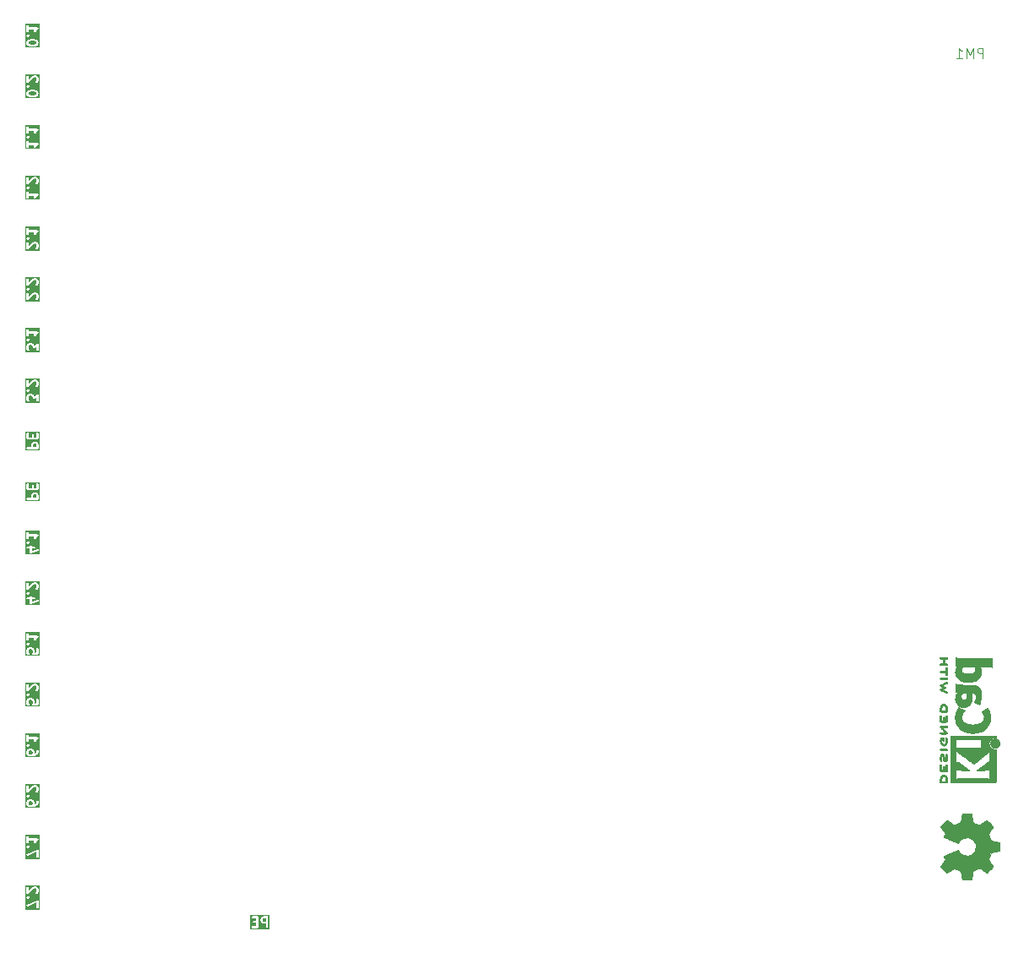
<source format=gbr>
%TF.GenerationSoftware,KiCad,Pcbnew,8.0.4-8.0.4-0~ubuntu22.04.1*%
%TF.CreationDate,2024-08-10T22:22:13+03:00*%
%TF.ProjectId,PM-RQ8,504d2d52-5138-42e6-9b69-6361645f7063,rev?*%
%TF.SameCoordinates,Original*%
%TF.FileFunction,Legend,Bot*%
%TF.FilePolarity,Positive*%
%FSLAX46Y46*%
G04 Gerber Fmt 4.6, Leading zero omitted, Abs format (unit mm)*
G04 Created by KiCad (PCBNEW 8.0.4-8.0.4-0~ubuntu22.04.1) date 2024-08-10 22:22:13*
%MOMM*%
%LPD*%
G01*
G04 APERTURE LIST*
%ADD10C,0.200000*%
%ADD11C,0.100000*%
%ADD12C,0.010000*%
%ADD13C,1.812000*%
%ADD14R,3.500000X3.500000*%
%ADD15C,3.500000*%
%ADD16C,3.200000*%
%ADD17O,6.350000X6.350000*%
%ADD18R,1.700000X1.700000*%
%ADD19O,1.700000X1.700000*%
G04 APERTURE END LIST*
D10*
G36*
X1663306Y-47262662D02*
G01*
X1687975Y-47287330D01*
X1717780Y-47346940D01*
X1717780Y-47604285D01*
X1393971Y-47604285D01*
X1393971Y-47346940D01*
X1423776Y-47287330D01*
X1448444Y-47262661D01*
X1508054Y-47232857D01*
X1603697Y-47232857D01*
X1663306Y-47262662D01*
G37*
G36*
X2028891Y-47915396D02*
G01*
X606669Y-47915396D01*
X606669Y-47684776D01*
X719701Y-47684776D01*
X719701Y-47723794D01*
X734633Y-47759842D01*
X762223Y-47787432D01*
X798271Y-47802364D01*
X817780Y-47804285D01*
X1817780Y-47804285D01*
X1837289Y-47802364D01*
X1873337Y-47787432D01*
X1900927Y-47759842D01*
X1915859Y-47723794D01*
X1917780Y-47704285D01*
X1917780Y-47323333D01*
X1915859Y-47303824D01*
X1914483Y-47300503D01*
X1914229Y-47296920D01*
X1907223Y-47278611D01*
X1859604Y-47183374D01*
X1854318Y-47174977D01*
X1853308Y-47172537D01*
X1851054Y-47169791D01*
X1849161Y-47166783D01*
X1847163Y-47165050D01*
X1840871Y-47157384D01*
X1793253Y-47109765D01*
X1785582Y-47103470D01*
X1783853Y-47101476D01*
X1780845Y-47099582D01*
X1778099Y-47097329D01*
X1775659Y-47096318D01*
X1767263Y-47091033D01*
X1672025Y-47043414D01*
X1653717Y-47036408D01*
X1650133Y-47036153D01*
X1646813Y-47034778D01*
X1627304Y-47032857D01*
X1484447Y-47032857D01*
X1464938Y-47034778D01*
X1461617Y-47036153D01*
X1458034Y-47036408D01*
X1439725Y-47043414D01*
X1344488Y-47091033D01*
X1336091Y-47096318D01*
X1333651Y-47097329D01*
X1330905Y-47099582D01*
X1327897Y-47101476D01*
X1326164Y-47103473D01*
X1318498Y-47109766D01*
X1270879Y-47157384D01*
X1264584Y-47165054D01*
X1262590Y-47166784D01*
X1260696Y-47169791D01*
X1258443Y-47172538D01*
X1257432Y-47174977D01*
X1252147Y-47183374D01*
X1204528Y-47278612D01*
X1197522Y-47296920D01*
X1197267Y-47300503D01*
X1195892Y-47303824D01*
X1193971Y-47323333D01*
X1193971Y-47604285D01*
X817780Y-47604285D01*
X798271Y-47606206D01*
X762223Y-47621138D01*
X734633Y-47648728D01*
X719701Y-47684776D01*
X606669Y-47684776D01*
X606669Y-46228095D01*
X717780Y-46228095D01*
X717780Y-46704285D01*
X719701Y-46723794D01*
X734633Y-46759842D01*
X762223Y-46787432D01*
X798271Y-46802364D01*
X817780Y-46804285D01*
X1817780Y-46804285D01*
X1837289Y-46802364D01*
X1873337Y-46787432D01*
X1900927Y-46759842D01*
X1915859Y-46723794D01*
X1917780Y-46704285D01*
X1917780Y-46228095D01*
X1915859Y-46208586D01*
X1900927Y-46172538D01*
X1873337Y-46144948D01*
X1837289Y-46130016D01*
X1798271Y-46130016D01*
X1762223Y-46144948D01*
X1734633Y-46172538D01*
X1719701Y-46208586D01*
X1717780Y-46228095D01*
X1717780Y-46604285D01*
X1441590Y-46604285D01*
X1441590Y-46370952D01*
X1439669Y-46351443D01*
X1424737Y-46315395D01*
X1397147Y-46287805D01*
X1361099Y-46272873D01*
X1322081Y-46272873D01*
X1286033Y-46287805D01*
X1258443Y-46315395D01*
X1243511Y-46351443D01*
X1241590Y-46370952D01*
X1241590Y-46604285D01*
X917780Y-46604285D01*
X917780Y-46228095D01*
X915859Y-46208586D01*
X900927Y-46172538D01*
X873337Y-46144948D01*
X837289Y-46130016D01*
X798271Y-46130016D01*
X762223Y-46144948D01*
X734633Y-46172538D01*
X719701Y-46208586D01*
X717780Y-46228095D01*
X606669Y-46228095D01*
X606669Y-46018905D01*
X2028891Y-46018905D01*
X2028891Y-47915396D01*
G37*
G36*
X1592399Y-12000541D02*
G01*
X1663306Y-12035995D01*
X1687975Y-12060663D01*
X1717780Y-12120273D01*
X1717780Y-12168297D01*
X1687975Y-12227906D01*
X1663306Y-12252574D01*
X1592399Y-12288028D01*
X1424518Y-12329999D01*
X1211042Y-12329999D01*
X1043161Y-12288028D01*
X972254Y-12252575D01*
X947583Y-12227904D01*
X917780Y-12168297D01*
X917780Y-12120272D01*
X947583Y-12060665D01*
X972254Y-12035994D01*
X1043161Y-12000541D01*
X1211042Y-11958571D01*
X1424518Y-11958571D01*
X1592399Y-12000541D01*
G37*
G36*
X2028891Y-12641110D02*
G01*
X606669Y-12641110D01*
X606669Y-12096666D01*
X717780Y-12096666D01*
X717780Y-12191904D01*
X719701Y-12211413D01*
X721076Y-12214732D01*
X721331Y-12218318D01*
X728338Y-12236626D01*
X775958Y-12331864D01*
X781242Y-12340259D01*
X782253Y-12342699D01*
X784506Y-12345444D01*
X786401Y-12348455D01*
X788397Y-12350186D01*
X794689Y-12357853D01*
X842308Y-12405471D01*
X849974Y-12411763D01*
X851707Y-12413761D01*
X854715Y-12415654D01*
X857461Y-12417908D01*
X859901Y-12418918D01*
X868298Y-12424204D01*
X963535Y-12471823D01*
X964963Y-12472369D01*
X965543Y-12472799D01*
X973719Y-12475720D01*
X981844Y-12478829D01*
X982564Y-12478880D01*
X984003Y-12479394D01*
X1174479Y-12527013D01*
X1177860Y-12527513D01*
X1179224Y-12528078D01*
X1186574Y-12528801D01*
X1193872Y-12529881D01*
X1195330Y-12529663D01*
X1198733Y-12529999D01*
X1436828Y-12529999D01*
X1440230Y-12529663D01*
X1441689Y-12529881D01*
X1448986Y-12528801D01*
X1456337Y-12528078D01*
X1457700Y-12527513D01*
X1461082Y-12527013D01*
X1651557Y-12479394D01*
X1652994Y-12478880D01*
X1653717Y-12478829D01*
X1661841Y-12475720D01*
X1670018Y-12472799D01*
X1670598Y-12472368D01*
X1672025Y-12471823D01*
X1767263Y-12424204D01*
X1775659Y-12418918D01*
X1778099Y-12417908D01*
X1780845Y-12415654D01*
X1783853Y-12413761D01*
X1785582Y-12411766D01*
X1793253Y-12405472D01*
X1840871Y-12357853D01*
X1847163Y-12350186D01*
X1849161Y-12348454D01*
X1851054Y-12345445D01*
X1853308Y-12342700D01*
X1854318Y-12340259D01*
X1859604Y-12331863D01*
X1907223Y-12236626D01*
X1914229Y-12218317D01*
X1914483Y-12214733D01*
X1915859Y-12211413D01*
X1917780Y-12191904D01*
X1917780Y-12096666D01*
X1915859Y-12077157D01*
X1914483Y-12073836D01*
X1914229Y-12070253D01*
X1907223Y-12051944D01*
X1859604Y-11956707D01*
X1854318Y-11948310D01*
X1853308Y-11945870D01*
X1851054Y-11943124D01*
X1849161Y-11940116D01*
X1847163Y-11938383D01*
X1840871Y-11930717D01*
X1793253Y-11883098D01*
X1785582Y-11876803D01*
X1783853Y-11874809D01*
X1780845Y-11872915D01*
X1778099Y-11870662D01*
X1775659Y-11869651D01*
X1767263Y-11864366D01*
X1672025Y-11816747D01*
X1670598Y-11816201D01*
X1670018Y-11815771D01*
X1661841Y-11812849D01*
X1653717Y-11809741D01*
X1652994Y-11809689D01*
X1651557Y-11809176D01*
X1461082Y-11761557D01*
X1457700Y-11761056D01*
X1456337Y-11760492D01*
X1448986Y-11759768D01*
X1441689Y-11758689D01*
X1440230Y-11758906D01*
X1436828Y-11758571D01*
X1198733Y-11758571D01*
X1195330Y-11758906D01*
X1193872Y-11758689D01*
X1186574Y-11759768D01*
X1179224Y-11760492D01*
X1177860Y-11761056D01*
X1174479Y-11761557D01*
X984003Y-11809176D01*
X982564Y-11809689D01*
X981844Y-11809741D01*
X973719Y-11812849D01*
X965543Y-11815771D01*
X964963Y-11816200D01*
X963535Y-11816747D01*
X868298Y-11864366D01*
X859901Y-11869651D01*
X857461Y-11870662D01*
X854715Y-11872915D01*
X851707Y-11874809D01*
X849974Y-11876806D01*
X842308Y-11883099D01*
X794689Y-11930717D01*
X788397Y-11938383D01*
X786401Y-11940115D01*
X784506Y-11943125D01*
X782253Y-11945871D01*
X781242Y-11948310D01*
X775958Y-11956706D01*
X728338Y-12051944D01*
X721331Y-12070252D01*
X721076Y-12073837D01*
X719701Y-12077157D01*
X717780Y-12096666D01*
X606669Y-12096666D01*
X606669Y-11410490D01*
X719701Y-11410490D01*
X719701Y-11449508D01*
X721185Y-11453091D01*
X734632Y-11485556D01*
X734633Y-11485557D01*
X747070Y-11500710D01*
X794690Y-11548329D01*
X809843Y-11560766D01*
X835333Y-11571323D01*
X845891Y-11575697D01*
X845892Y-11575697D01*
X884909Y-11575697D01*
X906026Y-11566949D01*
X920958Y-11560765D01*
X920962Y-11560760D01*
X936111Y-11548329D01*
X983729Y-11500710D01*
X996166Y-11485557D01*
X1007535Y-11458109D01*
X1011098Y-11449508D01*
X1011098Y-11410490D01*
X996166Y-11374442D01*
X996166Y-11374441D01*
X983729Y-11359288D01*
X936111Y-11311669D01*
X920962Y-11299237D01*
X920958Y-11299233D01*
X906026Y-11293048D01*
X884909Y-11284301D01*
X845891Y-11284301D01*
X835333Y-11288674D01*
X809843Y-11299232D01*
X794690Y-11311669D01*
X747070Y-11359288D01*
X734633Y-11374441D01*
X734632Y-11374442D01*
X724074Y-11399932D01*
X719701Y-11410490D01*
X606669Y-11410490D01*
X606669Y-10430000D01*
X717780Y-10430000D01*
X717780Y-11049047D01*
X719701Y-11068556D01*
X734633Y-11104604D01*
X762223Y-11132194D01*
X798271Y-11147126D01*
X837289Y-11147126D01*
X873337Y-11132194D01*
X888491Y-11119758D01*
X1443228Y-10565021D01*
X1548292Y-10530000D01*
X1603697Y-10530000D01*
X1663306Y-10559805D01*
X1687975Y-10584473D01*
X1717780Y-10644083D01*
X1717780Y-10834964D01*
X1687975Y-10894573D01*
X1651831Y-10930717D01*
X1639395Y-10945871D01*
X1624463Y-10981919D01*
X1624463Y-11020937D01*
X1639395Y-11056985D01*
X1666985Y-11084575D01*
X1703033Y-11099507D01*
X1742051Y-11099507D01*
X1778099Y-11084575D01*
X1793253Y-11072139D01*
X1840871Y-11024520D01*
X1847163Y-11016853D01*
X1849161Y-11015121D01*
X1851054Y-11012112D01*
X1853308Y-11009367D01*
X1854318Y-11006926D01*
X1859604Y-10998530D01*
X1907223Y-10903293D01*
X1914229Y-10884984D01*
X1914483Y-10881400D01*
X1915859Y-10878080D01*
X1917780Y-10858571D01*
X1917780Y-10620476D01*
X1915859Y-10600967D01*
X1914483Y-10597646D01*
X1914229Y-10594063D01*
X1907223Y-10575754D01*
X1859604Y-10480517D01*
X1854318Y-10472120D01*
X1853308Y-10469680D01*
X1851054Y-10466934D01*
X1849161Y-10463926D01*
X1847163Y-10462193D01*
X1840871Y-10454527D01*
X1793253Y-10406908D01*
X1785582Y-10400613D01*
X1783853Y-10398619D01*
X1780845Y-10396725D01*
X1778099Y-10394472D01*
X1775659Y-10393461D01*
X1767263Y-10388176D01*
X1672025Y-10340557D01*
X1653717Y-10333551D01*
X1650133Y-10333296D01*
X1646813Y-10331921D01*
X1627304Y-10330000D01*
X1532066Y-10330000D01*
X1522192Y-10330972D01*
X1519558Y-10330785D01*
X1516094Y-10331572D01*
X1512557Y-10331921D01*
X1510115Y-10332932D01*
X1500443Y-10335132D01*
X1357586Y-10382751D01*
X1339686Y-10390742D01*
X1336970Y-10393097D01*
X1333652Y-10394472D01*
X1318498Y-10406908D01*
X917780Y-10807625D01*
X917780Y-10430000D01*
X915859Y-10410491D01*
X900927Y-10374443D01*
X873337Y-10346853D01*
X837289Y-10331921D01*
X798271Y-10331921D01*
X762223Y-10346853D01*
X734633Y-10374443D01*
X719701Y-10410491D01*
X717780Y-10430000D01*
X606669Y-10430000D01*
X606669Y-10218889D01*
X2028891Y-10218889D01*
X2028891Y-12641110D01*
G37*
G36*
X2028891Y-93966808D02*
G01*
X606669Y-93966808D01*
X606669Y-93501211D01*
X719471Y-93501211D01*
X719946Y-93540227D01*
X735316Y-93576090D01*
X763241Y-93603341D01*
X799468Y-93617832D01*
X838484Y-93617357D01*
X857172Y-93611438D01*
X1717780Y-93242606D01*
X1717780Y-93757618D01*
X1719701Y-93777127D01*
X1734633Y-93813175D01*
X1762223Y-93840765D01*
X1798271Y-93855697D01*
X1837289Y-93855697D01*
X1873337Y-93840765D01*
X1900927Y-93813175D01*
X1915859Y-93777127D01*
X1917780Y-93757618D01*
X1917780Y-93090952D01*
X1915859Y-93071443D01*
X1915620Y-93070867D01*
X1915613Y-93070249D01*
X1908182Y-93052911D01*
X1900927Y-93035395D01*
X1900487Y-93034955D01*
X1900243Y-93034385D01*
X1886716Y-93021184D01*
X1873337Y-93007805D01*
X1872762Y-93007567D01*
X1872319Y-93007134D01*
X1854799Y-93000126D01*
X1837289Y-92992873D01*
X1836666Y-92992873D01*
X1836091Y-92992643D01*
X1817200Y-92992873D01*
X1798271Y-92992873D01*
X1797697Y-92993110D01*
X1797076Y-92993118D01*
X1778388Y-92999038D01*
X778388Y-93427608D01*
X761213Y-93437059D01*
X733962Y-93464984D01*
X719471Y-93501211D01*
X606669Y-93501211D01*
X606669Y-92690490D01*
X719701Y-92690490D01*
X719701Y-92729508D01*
X721185Y-92733091D01*
X734632Y-92765556D01*
X734633Y-92765557D01*
X747070Y-92780710D01*
X794690Y-92828329D01*
X809843Y-92840766D01*
X835333Y-92851323D01*
X845891Y-92855697D01*
X845892Y-92855697D01*
X884909Y-92855697D01*
X906026Y-92846949D01*
X920958Y-92840765D01*
X920962Y-92840760D01*
X936111Y-92828329D01*
X983729Y-92780710D01*
X996166Y-92765557D01*
X1007535Y-92738109D01*
X1011098Y-92729508D01*
X1011098Y-92690490D01*
X996166Y-92654442D01*
X996166Y-92654441D01*
X983729Y-92639288D01*
X936111Y-92591669D01*
X920962Y-92579237D01*
X920958Y-92579233D01*
X906026Y-92573048D01*
X884909Y-92564301D01*
X845891Y-92564301D01*
X835333Y-92568674D01*
X809843Y-92579232D01*
X794690Y-92591669D01*
X747070Y-92639288D01*
X734633Y-92654441D01*
X734632Y-92654442D01*
X724074Y-92679932D01*
X719701Y-92690490D01*
X606669Y-92690490D01*
X606669Y-91710000D01*
X717780Y-91710000D01*
X717780Y-92329047D01*
X719701Y-92348556D01*
X734633Y-92384604D01*
X762223Y-92412194D01*
X798271Y-92427126D01*
X837289Y-92427126D01*
X873337Y-92412194D01*
X888491Y-92399758D01*
X1443228Y-91845021D01*
X1548292Y-91810000D01*
X1603697Y-91810000D01*
X1663306Y-91839805D01*
X1687975Y-91864473D01*
X1717780Y-91924083D01*
X1717780Y-92114964D01*
X1687975Y-92174573D01*
X1651831Y-92210717D01*
X1639395Y-92225871D01*
X1624463Y-92261919D01*
X1624463Y-92300937D01*
X1639395Y-92336985D01*
X1666985Y-92364575D01*
X1703033Y-92379507D01*
X1742051Y-92379507D01*
X1778099Y-92364575D01*
X1793253Y-92352139D01*
X1840871Y-92304520D01*
X1847163Y-92296853D01*
X1849161Y-92295121D01*
X1851054Y-92292112D01*
X1853308Y-92289367D01*
X1854318Y-92286926D01*
X1859604Y-92278530D01*
X1907223Y-92183293D01*
X1914229Y-92164984D01*
X1914483Y-92161400D01*
X1915859Y-92158080D01*
X1917780Y-92138571D01*
X1917780Y-91900476D01*
X1915859Y-91880967D01*
X1914483Y-91877646D01*
X1914229Y-91874063D01*
X1907223Y-91855754D01*
X1859604Y-91760517D01*
X1854318Y-91752120D01*
X1853308Y-91749680D01*
X1851054Y-91746934D01*
X1849161Y-91743926D01*
X1847163Y-91742193D01*
X1840871Y-91734527D01*
X1793253Y-91686908D01*
X1785582Y-91680613D01*
X1783853Y-91678619D01*
X1780845Y-91676725D01*
X1778099Y-91674472D01*
X1775659Y-91673461D01*
X1767263Y-91668176D01*
X1672025Y-91620557D01*
X1653717Y-91613551D01*
X1650133Y-91613296D01*
X1646813Y-91611921D01*
X1627304Y-91610000D01*
X1532066Y-91610000D01*
X1522192Y-91610972D01*
X1519558Y-91610785D01*
X1516094Y-91611572D01*
X1512557Y-91611921D01*
X1510115Y-91612932D01*
X1500443Y-91615132D01*
X1357586Y-91662751D01*
X1339686Y-91670742D01*
X1336970Y-91673097D01*
X1333652Y-91674472D01*
X1318498Y-91686908D01*
X917780Y-92087625D01*
X917780Y-91710000D01*
X915859Y-91690491D01*
X900927Y-91654443D01*
X873337Y-91626853D01*
X837289Y-91611921D01*
X798271Y-91611921D01*
X762223Y-91626853D01*
X734633Y-91654443D01*
X719701Y-91690491D01*
X717780Y-91710000D01*
X606669Y-91710000D01*
X606669Y-91498889D01*
X2028891Y-91498889D01*
X2028891Y-93966808D01*
G37*
G36*
X2028891Y-33006808D02*
G01*
X606669Y-33006808D01*
X606669Y-32178571D01*
X717780Y-32178571D01*
X717780Y-32797618D01*
X719701Y-32817127D01*
X734633Y-32853175D01*
X762223Y-32880765D01*
X798271Y-32895697D01*
X837289Y-32895697D01*
X873337Y-32880765D01*
X888491Y-32868329D01*
X1443228Y-32313592D01*
X1548292Y-32278571D01*
X1603697Y-32278571D01*
X1663306Y-32308376D01*
X1687975Y-32333044D01*
X1717780Y-32392654D01*
X1717780Y-32583535D01*
X1687975Y-32643144D01*
X1651831Y-32679288D01*
X1639395Y-32694442D01*
X1624463Y-32730490D01*
X1624463Y-32769508D01*
X1639395Y-32805556D01*
X1666985Y-32833146D01*
X1703033Y-32848078D01*
X1742051Y-32848078D01*
X1778099Y-32833146D01*
X1793253Y-32820710D01*
X1840871Y-32773091D01*
X1847163Y-32765424D01*
X1849161Y-32763692D01*
X1851054Y-32760683D01*
X1853308Y-32757938D01*
X1854318Y-32755497D01*
X1859604Y-32747101D01*
X1907223Y-32651864D01*
X1914229Y-32633555D01*
X1914483Y-32629971D01*
X1915859Y-32626651D01*
X1917780Y-32607142D01*
X1917780Y-32369047D01*
X1915859Y-32349538D01*
X1914483Y-32346217D01*
X1914229Y-32342634D01*
X1907223Y-32324325D01*
X1859604Y-32229088D01*
X1854318Y-32220691D01*
X1853308Y-32218251D01*
X1851054Y-32215505D01*
X1849161Y-32212497D01*
X1847163Y-32210764D01*
X1840871Y-32203098D01*
X1793253Y-32155479D01*
X1785582Y-32149184D01*
X1783853Y-32147190D01*
X1780845Y-32145296D01*
X1778099Y-32143043D01*
X1775659Y-32142032D01*
X1767263Y-32136747D01*
X1672025Y-32089128D01*
X1653717Y-32082122D01*
X1650133Y-32081867D01*
X1646813Y-32080492D01*
X1627304Y-32078571D01*
X1532066Y-32078571D01*
X1522192Y-32079543D01*
X1519558Y-32079356D01*
X1516094Y-32080143D01*
X1512557Y-32080492D01*
X1510115Y-32081503D01*
X1500443Y-32083703D01*
X1357586Y-32131322D01*
X1339686Y-32139313D01*
X1336970Y-32141668D01*
X1333652Y-32143043D01*
X1318498Y-32155479D01*
X917780Y-32556196D01*
X917780Y-32178571D01*
X915859Y-32159062D01*
X900927Y-32123014D01*
X873337Y-32095424D01*
X837289Y-32080492D01*
X798271Y-32080492D01*
X762223Y-32095424D01*
X734633Y-32123014D01*
X719701Y-32159062D01*
X717780Y-32178571D01*
X606669Y-32178571D01*
X606669Y-31730490D01*
X719701Y-31730490D01*
X719701Y-31769508D01*
X721185Y-31773091D01*
X734632Y-31805556D01*
X734633Y-31805557D01*
X747070Y-31820710D01*
X794690Y-31868329D01*
X809843Y-31880766D01*
X835333Y-31891323D01*
X845891Y-31895697D01*
X845892Y-31895697D01*
X884909Y-31895697D01*
X906026Y-31886949D01*
X920958Y-31880765D01*
X920962Y-31880760D01*
X936111Y-31868329D01*
X983729Y-31820710D01*
X996166Y-31805557D01*
X1007535Y-31778109D01*
X1011098Y-31769508D01*
X1011098Y-31730490D01*
X996166Y-31694442D01*
X996166Y-31694441D01*
X983729Y-31679288D01*
X936111Y-31631669D01*
X920962Y-31619237D01*
X920958Y-31619233D01*
X906026Y-31613048D01*
X884909Y-31604301D01*
X845891Y-31604301D01*
X835333Y-31608674D01*
X809843Y-31619232D01*
X794690Y-31631669D01*
X747070Y-31679288D01*
X734633Y-31694441D01*
X734632Y-31694442D01*
X724074Y-31719932D01*
X719701Y-31730490D01*
X606669Y-31730490D01*
X606669Y-30750000D01*
X717780Y-30750000D01*
X717780Y-31369047D01*
X719701Y-31388556D01*
X734633Y-31424604D01*
X762223Y-31452194D01*
X798271Y-31467126D01*
X837289Y-31467126D01*
X873337Y-31452194D01*
X888491Y-31439758D01*
X1443228Y-30885021D01*
X1548292Y-30850000D01*
X1603697Y-30850000D01*
X1663306Y-30879805D01*
X1687975Y-30904473D01*
X1717780Y-30964083D01*
X1717780Y-31154964D01*
X1687975Y-31214573D01*
X1651831Y-31250717D01*
X1639395Y-31265871D01*
X1624463Y-31301919D01*
X1624463Y-31340937D01*
X1639395Y-31376985D01*
X1666985Y-31404575D01*
X1703033Y-31419507D01*
X1742051Y-31419507D01*
X1778099Y-31404575D01*
X1793253Y-31392139D01*
X1840871Y-31344520D01*
X1847163Y-31336853D01*
X1849161Y-31335121D01*
X1851054Y-31332112D01*
X1853308Y-31329367D01*
X1854318Y-31326926D01*
X1859604Y-31318530D01*
X1907223Y-31223293D01*
X1914229Y-31204984D01*
X1914483Y-31201400D01*
X1915859Y-31198080D01*
X1917780Y-31178571D01*
X1917780Y-30940476D01*
X1915859Y-30920967D01*
X1914483Y-30917646D01*
X1914229Y-30914063D01*
X1907223Y-30895754D01*
X1859604Y-30800517D01*
X1854318Y-30792120D01*
X1853308Y-30789680D01*
X1851054Y-30786934D01*
X1849161Y-30783926D01*
X1847163Y-30782193D01*
X1840871Y-30774527D01*
X1793253Y-30726908D01*
X1785582Y-30720613D01*
X1783853Y-30718619D01*
X1780845Y-30716725D01*
X1778099Y-30714472D01*
X1775659Y-30713461D01*
X1767263Y-30708176D01*
X1672025Y-30660557D01*
X1653717Y-30653551D01*
X1650133Y-30653296D01*
X1646813Y-30651921D01*
X1627304Y-30650000D01*
X1532066Y-30650000D01*
X1522192Y-30650972D01*
X1519558Y-30650785D01*
X1516094Y-30651572D01*
X1512557Y-30651921D01*
X1510115Y-30652932D01*
X1500443Y-30655132D01*
X1357586Y-30702751D01*
X1339686Y-30710742D01*
X1336970Y-30713097D01*
X1333652Y-30714472D01*
X1318498Y-30726908D01*
X917780Y-31127625D01*
X917780Y-30750000D01*
X915859Y-30730491D01*
X900927Y-30694443D01*
X873337Y-30666853D01*
X837289Y-30651921D01*
X798271Y-30651921D01*
X762223Y-30666853D01*
X734633Y-30694443D01*
X719701Y-30730491D01*
X717780Y-30750000D01*
X606669Y-30750000D01*
X606669Y-30538889D01*
X2028891Y-30538889D01*
X2028891Y-33006808D01*
G37*
G36*
X2028891Y-17720325D02*
G01*
X606669Y-17720325D01*
X606669Y-16938571D01*
X717780Y-16938571D01*
X717780Y-17509999D01*
X719701Y-17529508D01*
X734633Y-17565556D01*
X762223Y-17593146D01*
X798271Y-17608078D01*
X837289Y-17608078D01*
X873337Y-17593146D01*
X900927Y-17565556D01*
X915859Y-17529508D01*
X917780Y-17509999D01*
X917780Y-17324285D01*
X1528739Y-17324285D01*
X1508974Y-17344050D01*
X1502679Y-17351720D01*
X1500685Y-17353450D01*
X1498791Y-17356457D01*
X1496538Y-17359204D01*
X1495527Y-17361643D01*
X1490242Y-17370040D01*
X1442623Y-17465278D01*
X1435617Y-17483586D01*
X1432851Y-17522506D01*
X1445190Y-17559522D01*
X1470754Y-17588999D01*
X1505653Y-17606448D01*
X1544573Y-17609214D01*
X1581589Y-17596875D01*
X1611066Y-17571311D01*
X1621509Y-17554720D01*
X1661870Y-17473997D01*
X1738634Y-17397234D01*
X1873250Y-17307490D01*
X1873304Y-17307445D01*
X1873337Y-17307432D01*
X1873410Y-17307358D01*
X1888417Y-17295070D01*
X1893927Y-17286841D01*
X1900927Y-17279842D01*
X1904676Y-17270790D01*
X1910128Y-17262650D01*
X1912069Y-17252942D01*
X1915859Y-17243794D01*
X1915859Y-17233994D01*
X1917780Y-17224389D01*
X1915859Y-17214677D01*
X1915859Y-17204776D01*
X1912110Y-17195726D01*
X1910209Y-17186113D01*
X1904714Y-17177871D01*
X1900927Y-17168728D01*
X1894001Y-17161802D01*
X1888565Y-17153648D01*
X1880336Y-17148137D01*
X1873337Y-17141138D01*
X1864285Y-17137388D01*
X1856145Y-17131937D01*
X1846437Y-17129995D01*
X1837289Y-17126206D01*
X1817986Y-17124305D01*
X1817885Y-17124285D01*
X1817850Y-17124291D01*
X1817780Y-17124285D01*
X917780Y-17124285D01*
X917780Y-16938571D01*
X915859Y-16919062D01*
X900927Y-16883014D01*
X873337Y-16855424D01*
X837289Y-16840492D01*
X798271Y-16840492D01*
X762223Y-16855424D01*
X734633Y-16883014D01*
X719701Y-16919062D01*
X717780Y-16938571D01*
X606669Y-16938571D01*
X606669Y-16490490D01*
X719701Y-16490490D01*
X719701Y-16529508D01*
X721185Y-16533091D01*
X734632Y-16565556D01*
X734633Y-16565557D01*
X747070Y-16580710D01*
X794690Y-16628329D01*
X809843Y-16640766D01*
X835333Y-16651323D01*
X845891Y-16655697D01*
X845892Y-16655697D01*
X884909Y-16655697D01*
X906026Y-16646949D01*
X920958Y-16640765D01*
X920962Y-16640760D01*
X936111Y-16628329D01*
X983729Y-16580710D01*
X996166Y-16565557D01*
X1007535Y-16538109D01*
X1011098Y-16529508D01*
X1011098Y-16490490D01*
X996166Y-16454442D01*
X996166Y-16454441D01*
X983729Y-16439288D01*
X936111Y-16391669D01*
X920962Y-16379237D01*
X920958Y-16379233D01*
X906026Y-16373048D01*
X884909Y-16364301D01*
X845891Y-16364301D01*
X835333Y-16368674D01*
X809843Y-16379232D01*
X794690Y-16391669D01*
X747070Y-16439288D01*
X734633Y-16454441D01*
X734632Y-16454442D01*
X724074Y-16479932D01*
X719701Y-16490490D01*
X606669Y-16490490D01*
X606669Y-15510000D01*
X717780Y-15510000D01*
X717780Y-16081428D01*
X719701Y-16100937D01*
X734633Y-16136985D01*
X762223Y-16164575D01*
X798271Y-16179507D01*
X837289Y-16179507D01*
X873337Y-16164575D01*
X900927Y-16136985D01*
X915859Y-16100937D01*
X917780Y-16081428D01*
X917780Y-15895714D01*
X1528739Y-15895714D01*
X1508974Y-15915479D01*
X1502679Y-15923149D01*
X1500685Y-15924879D01*
X1498791Y-15927886D01*
X1496538Y-15930633D01*
X1495527Y-15933072D01*
X1490242Y-15941469D01*
X1442623Y-16036707D01*
X1435617Y-16055015D01*
X1432851Y-16093935D01*
X1445190Y-16130951D01*
X1470754Y-16160428D01*
X1505653Y-16177877D01*
X1544573Y-16180643D01*
X1581589Y-16168304D01*
X1611066Y-16142740D01*
X1621509Y-16126149D01*
X1661870Y-16045426D01*
X1738634Y-15968663D01*
X1873250Y-15878919D01*
X1873304Y-15878874D01*
X1873337Y-15878861D01*
X1873410Y-15878787D01*
X1888417Y-15866499D01*
X1893927Y-15858270D01*
X1900927Y-15851271D01*
X1904676Y-15842219D01*
X1910128Y-15834079D01*
X1912069Y-15824371D01*
X1915859Y-15815223D01*
X1915859Y-15805423D01*
X1917780Y-15795818D01*
X1915859Y-15786106D01*
X1915859Y-15776205D01*
X1912110Y-15767155D01*
X1910209Y-15757542D01*
X1904714Y-15749300D01*
X1900927Y-15740157D01*
X1894001Y-15733231D01*
X1888565Y-15725077D01*
X1880336Y-15719566D01*
X1873337Y-15712567D01*
X1864285Y-15708817D01*
X1856145Y-15703366D01*
X1846437Y-15701424D01*
X1837289Y-15697635D01*
X1817986Y-15695734D01*
X1817885Y-15695714D01*
X1817850Y-15695720D01*
X1817780Y-15695714D01*
X917780Y-15695714D01*
X917780Y-15510000D01*
X915859Y-15490491D01*
X900927Y-15454443D01*
X873337Y-15426853D01*
X837289Y-15411921D01*
X798271Y-15411921D01*
X762223Y-15426853D01*
X734633Y-15454443D01*
X719701Y-15490491D01*
X717780Y-15510000D01*
X606669Y-15510000D01*
X606669Y-15300810D01*
X2028891Y-15300810D01*
X2028891Y-17720325D01*
G37*
G36*
X2028891Y-27926808D02*
G01*
X606669Y-27926808D01*
X606669Y-27098571D01*
X717780Y-27098571D01*
X717780Y-27717618D01*
X719701Y-27737127D01*
X734633Y-27773175D01*
X762223Y-27800765D01*
X798271Y-27815697D01*
X837289Y-27815697D01*
X873337Y-27800765D01*
X888491Y-27788329D01*
X1443228Y-27233592D01*
X1548292Y-27198571D01*
X1603697Y-27198571D01*
X1663306Y-27228376D01*
X1687975Y-27253044D01*
X1717780Y-27312654D01*
X1717780Y-27503535D01*
X1687975Y-27563144D01*
X1651831Y-27599288D01*
X1639395Y-27614442D01*
X1624463Y-27650490D01*
X1624463Y-27689508D01*
X1639395Y-27725556D01*
X1666985Y-27753146D01*
X1703033Y-27768078D01*
X1742051Y-27768078D01*
X1778099Y-27753146D01*
X1793253Y-27740710D01*
X1840871Y-27693091D01*
X1847163Y-27685424D01*
X1849161Y-27683692D01*
X1851054Y-27680683D01*
X1853308Y-27677938D01*
X1854318Y-27675497D01*
X1859604Y-27667101D01*
X1907223Y-27571864D01*
X1914229Y-27553555D01*
X1914483Y-27549971D01*
X1915859Y-27546651D01*
X1917780Y-27527142D01*
X1917780Y-27289047D01*
X1915859Y-27269538D01*
X1914483Y-27266217D01*
X1914229Y-27262634D01*
X1907223Y-27244325D01*
X1859604Y-27149088D01*
X1854318Y-27140691D01*
X1853308Y-27138251D01*
X1851054Y-27135505D01*
X1849161Y-27132497D01*
X1847163Y-27130764D01*
X1840871Y-27123098D01*
X1793253Y-27075479D01*
X1785582Y-27069184D01*
X1783853Y-27067190D01*
X1780845Y-27065296D01*
X1778099Y-27063043D01*
X1775659Y-27062032D01*
X1767263Y-27056747D01*
X1672025Y-27009128D01*
X1653717Y-27002122D01*
X1650133Y-27001867D01*
X1646813Y-27000492D01*
X1627304Y-26998571D01*
X1532066Y-26998571D01*
X1522192Y-26999543D01*
X1519558Y-26999356D01*
X1516094Y-27000143D01*
X1512557Y-27000492D01*
X1510115Y-27001503D01*
X1500443Y-27003703D01*
X1357586Y-27051322D01*
X1339686Y-27059313D01*
X1336970Y-27061668D01*
X1333652Y-27063043D01*
X1318498Y-27075479D01*
X917780Y-27476196D01*
X917780Y-27098571D01*
X915859Y-27079062D01*
X900927Y-27043014D01*
X873337Y-27015424D01*
X837289Y-27000492D01*
X798271Y-27000492D01*
X762223Y-27015424D01*
X734633Y-27043014D01*
X719701Y-27079062D01*
X717780Y-27098571D01*
X606669Y-27098571D01*
X606669Y-26650490D01*
X719701Y-26650490D01*
X719701Y-26689508D01*
X721185Y-26693091D01*
X734632Y-26725556D01*
X734633Y-26725557D01*
X747070Y-26740710D01*
X794690Y-26788329D01*
X809843Y-26800766D01*
X835333Y-26811323D01*
X845891Y-26815697D01*
X845892Y-26815697D01*
X884909Y-26815697D01*
X906026Y-26806949D01*
X920958Y-26800765D01*
X920962Y-26800760D01*
X936111Y-26788329D01*
X983729Y-26740710D01*
X996166Y-26725557D01*
X1007535Y-26698109D01*
X1011098Y-26689508D01*
X1011098Y-26650490D01*
X996166Y-26614442D01*
X996166Y-26614441D01*
X983729Y-26599288D01*
X936111Y-26551669D01*
X920962Y-26539237D01*
X920958Y-26539233D01*
X906026Y-26533048D01*
X884909Y-26524301D01*
X845891Y-26524301D01*
X835333Y-26528674D01*
X809843Y-26539232D01*
X794690Y-26551669D01*
X747070Y-26599288D01*
X734633Y-26614441D01*
X734632Y-26614442D01*
X724074Y-26639932D01*
X719701Y-26650490D01*
X606669Y-26650490D01*
X606669Y-25670000D01*
X717780Y-25670000D01*
X717780Y-26241428D01*
X719701Y-26260937D01*
X734633Y-26296985D01*
X762223Y-26324575D01*
X798271Y-26339507D01*
X837289Y-26339507D01*
X873337Y-26324575D01*
X900927Y-26296985D01*
X915859Y-26260937D01*
X917780Y-26241428D01*
X917780Y-26055714D01*
X1528739Y-26055714D01*
X1508974Y-26075479D01*
X1502679Y-26083149D01*
X1500685Y-26084879D01*
X1498791Y-26087886D01*
X1496538Y-26090633D01*
X1495527Y-26093072D01*
X1490242Y-26101469D01*
X1442623Y-26196707D01*
X1435617Y-26215015D01*
X1432851Y-26253935D01*
X1445190Y-26290951D01*
X1470754Y-26320428D01*
X1505653Y-26337877D01*
X1544573Y-26340643D01*
X1581589Y-26328304D01*
X1611066Y-26302740D01*
X1621509Y-26286149D01*
X1661870Y-26205426D01*
X1738634Y-26128663D01*
X1873250Y-26038919D01*
X1873304Y-26038874D01*
X1873337Y-26038861D01*
X1873410Y-26038787D01*
X1888417Y-26026499D01*
X1893927Y-26018270D01*
X1900927Y-26011271D01*
X1904676Y-26002219D01*
X1910128Y-25994079D01*
X1912069Y-25984371D01*
X1915859Y-25975223D01*
X1915859Y-25965423D01*
X1917780Y-25955818D01*
X1915859Y-25946106D01*
X1915859Y-25936205D01*
X1912110Y-25927155D01*
X1910209Y-25917542D01*
X1904714Y-25909300D01*
X1900927Y-25900157D01*
X1894001Y-25893231D01*
X1888565Y-25885077D01*
X1880336Y-25879566D01*
X1873337Y-25872567D01*
X1864285Y-25868817D01*
X1856145Y-25863366D01*
X1846437Y-25861424D01*
X1837289Y-25857635D01*
X1817986Y-25855734D01*
X1817885Y-25855714D01*
X1817850Y-25855720D01*
X1817780Y-25855714D01*
X917780Y-25855714D01*
X917780Y-25670000D01*
X915859Y-25650491D01*
X900927Y-25614443D01*
X873337Y-25586853D01*
X837289Y-25571921D01*
X798271Y-25571921D01*
X762223Y-25586853D01*
X734633Y-25614443D01*
X719701Y-25650491D01*
X717780Y-25670000D01*
X606669Y-25670000D01*
X606669Y-25460810D01*
X2028891Y-25460810D01*
X2028891Y-27926808D01*
G37*
G36*
X2028891Y-88886808D02*
G01*
X606669Y-88886808D01*
X606669Y-88421211D01*
X719471Y-88421211D01*
X719946Y-88460227D01*
X735316Y-88496090D01*
X763241Y-88523341D01*
X799468Y-88537832D01*
X838484Y-88537357D01*
X857172Y-88531438D01*
X1717780Y-88162606D01*
X1717780Y-88677618D01*
X1719701Y-88697127D01*
X1734633Y-88733175D01*
X1762223Y-88760765D01*
X1798271Y-88775697D01*
X1837289Y-88775697D01*
X1873337Y-88760765D01*
X1900927Y-88733175D01*
X1915859Y-88697127D01*
X1917780Y-88677618D01*
X1917780Y-88010952D01*
X1915859Y-87991443D01*
X1915620Y-87990867D01*
X1915613Y-87990249D01*
X1908182Y-87972911D01*
X1900927Y-87955395D01*
X1900487Y-87954955D01*
X1900243Y-87954385D01*
X1886716Y-87941184D01*
X1873337Y-87927805D01*
X1872762Y-87927567D01*
X1872319Y-87927134D01*
X1854799Y-87920126D01*
X1837289Y-87912873D01*
X1836666Y-87912873D01*
X1836091Y-87912643D01*
X1817200Y-87912873D01*
X1798271Y-87912873D01*
X1797697Y-87913110D01*
X1797076Y-87913118D01*
X1778388Y-87919038D01*
X778388Y-88347608D01*
X761213Y-88357059D01*
X733962Y-88384984D01*
X719471Y-88421211D01*
X606669Y-88421211D01*
X606669Y-87610490D01*
X719701Y-87610490D01*
X719701Y-87649508D01*
X721185Y-87653091D01*
X734632Y-87685556D01*
X734633Y-87685557D01*
X747070Y-87700710D01*
X794690Y-87748329D01*
X809843Y-87760766D01*
X835333Y-87771323D01*
X845891Y-87775697D01*
X845892Y-87775697D01*
X884909Y-87775697D01*
X906026Y-87766949D01*
X920958Y-87760765D01*
X920962Y-87760760D01*
X936111Y-87748329D01*
X983729Y-87700710D01*
X996166Y-87685557D01*
X1007535Y-87658109D01*
X1011098Y-87649508D01*
X1011098Y-87610490D01*
X996166Y-87574442D01*
X996166Y-87574441D01*
X983729Y-87559288D01*
X936111Y-87511669D01*
X920962Y-87499237D01*
X920958Y-87499233D01*
X906026Y-87493048D01*
X884909Y-87484301D01*
X845891Y-87484301D01*
X835333Y-87488674D01*
X809843Y-87499232D01*
X794690Y-87511669D01*
X747070Y-87559288D01*
X734633Y-87574441D01*
X734632Y-87574442D01*
X724074Y-87599932D01*
X719701Y-87610490D01*
X606669Y-87610490D01*
X606669Y-86630000D01*
X717780Y-86630000D01*
X717780Y-87201428D01*
X719701Y-87220937D01*
X734633Y-87256985D01*
X762223Y-87284575D01*
X798271Y-87299507D01*
X837289Y-87299507D01*
X873337Y-87284575D01*
X900927Y-87256985D01*
X915859Y-87220937D01*
X917780Y-87201428D01*
X917780Y-87015714D01*
X1528739Y-87015714D01*
X1508974Y-87035479D01*
X1502679Y-87043149D01*
X1500685Y-87044879D01*
X1498791Y-87047886D01*
X1496538Y-87050633D01*
X1495527Y-87053072D01*
X1490242Y-87061469D01*
X1442623Y-87156707D01*
X1435617Y-87175015D01*
X1432851Y-87213935D01*
X1445190Y-87250951D01*
X1470754Y-87280428D01*
X1505653Y-87297877D01*
X1544573Y-87300643D01*
X1581589Y-87288304D01*
X1611066Y-87262740D01*
X1621509Y-87246149D01*
X1661870Y-87165426D01*
X1738634Y-87088663D01*
X1873250Y-86998919D01*
X1873304Y-86998874D01*
X1873337Y-86998861D01*
X1873410Y-86998787D01*
X1888417Y-86986499D01*
X1893927Y-86978270D01*
X1900927Y-86971271D01*
X1904676Y-86962219D01*
X1910128Y-86954079D01*
X1912069Y-86944371D01*
X1915859Y-86935223D01*
X1915859Y-86925423D01*
X1917780Y-86915818D01*
X1915859Y-86906106D01*
X1915859Y-86896205D01*
X1912110Y-86887155D01*
X1910209Y-86877542D01*
X1904714Y-86869300D01*
X1900927Y-86860157D01*
X1894001Y-86853231D01*
X1888565Y-86845077D01*
X1880336Y-86839566D01*
X1873337Y-86832567D01*
X1864285Y-86828817D01*
X1856145Y-86823366D01*
X1846437Y-86821424D01*
X1837289Y-86817635D01*
X1817986Y-86815734D01*
X1817885Y-86815714D01*
X1817850Y-86815720D01*
X1817780Y-86815714D01*
X917780Y-86815714D01*
X917780Y-86630000D01*
X915859Y-86610491D01*
X900927Y-86574443D01*
X873337Y-86546853D01*
X837289Y-86531921D01*
X798271Y-86531921D01*
X762223Y-86546853D01*
X734633Y-86574443D01*
X719701Y-86610491D01*
X717780Y-86630000D01*
X606669Y-86630000D01*
X606669Y-86420810D01*
X2028891Y-86420810D01*
X2028891Y-88886808D01*
G37*
G36*
X1592399Y-6920541D02*
G01*
X1663306Y-6955995D01*
X1687975Y-6980663D01*
X1717780Y-7040273D01*
X1717780Y-7088297D01*
X1687975Y-7147906D01*
X1663306Y-7172574D01*
X1592399Y-7208028D01*
X1424518Y-7249999D01*
X1211042Y-7249999D01*
X1043161Y-7208028D01*
X972254Y-7172575D01*
X947583Y-7147904D01*
X917780Y-7088297D01*
X917780Y-7040272D01*
X947583Y-6980665D01*
X972254Y-6955994D01*
X1043161Y-6920541D01*
X1211042Y-6878571D01*
X1424518Y-6878571D01*
X1592399Y-6920541D01*
G37*
G36*
X2028891Y-7561110D02*
G01*
X606669Y-7561110D01*
X606669Y-7016666D01*
X717780Y-7016666D01*
X717780Y-7111904D01*
X719701Y-7131413D01*
X721076Y-7134732D01*
X721331Y-7138318D01*
X728338Y-7156626D01*
X775958Y-7251864D01*
X781242Y-7260259D01*
X782253Y-7262699D01*
X784506Y-7265444D01*
X786401Y-7268455D01*
X788397Y-7270186D01*
X794689Y-7277853D01*
X842308Y-7325471D01*
X849974Y-7331763D01*
X851707Y-7333761D01*
X854715Y-7335654D01*
X857461Y-7337908D01*
X859901Y-7338918D01*
X868298Y-7344204D01*
X963535Y-7391823D01*
X964963Y-7392369D01*
X965543Y-7392799D01*
X973719Y-7395720D01*
X981844Y-7398829D01*
X982564Y-7398880D01*
X984003Y-7399394D01*
X1174479Y-7447013D01*
X1177860Y-7447513D01*
X1179224Y-7448078D01*
X1186574Y-7448801D01*
X1193872Y-7449881D01*
X1195330Y-7449663D01*
X1198733Y-7449999D01*
X1436828Y-7449999D01*
X1440230Y-7449663D01*
X1441689Y-7449881D01*
X1448986Y-7448801D01*
X1456337Y-7448078D01*
X1457700Y-7447513D01*
X1461082Y-7447013D01*
X1651557Y-7399394D01*
X1652994Y-7398880D01*
X1653717Y-7398829D01*
X1661841Y-7395720D01*
X1670018Y-7392799D01*
X1670598Y-7392368D01*
X1672025Y-7391823D01*
X1767263Y-7344204D01*
X1775659Y-7338918D01*
X1778099Y-7337908D01*
X1780845Y-7335654D01*
X1783853Y-7333761D01*
X1785582Y-7331766D01*
X1793253Y-7325472D01*
X1840871Y-7277853D01*
X1847163Y-7270186D01*
X1849161Y-7268454D01*
X1851054Y-7265445D01*
X1853308Y-7262700D01*
X1854318Y-7260259D01*
X1859604Y-7251863D01*
X1907223Y-7156626D01*
X1914229Y-7138317D01*
X1914483Y-7134733D01*
X1915859Y-7131413D01*
X1917780Y-7111904D01*
X1917780Y-7016666D01*
X1915859Y-6997157D01*
X1914483Y-6993836D01*
X1914229Y-6990253D01*
X1907223Y-6971944D01*
X1859604Y-6876707D01*
X1854318Y-6868310D01*
X1853308Y-6865870D01*
X1851054Y-6863124D01*
X1849161Y-6860116D01*
X1847163Y-6858383D01*
X1840871Y-6850717D01*
X1793253Y-6803098D01*
X1785582Y-6796803D01*
X1783853Y-6794809D01*
X1780845Y-6792915D01*
X1778099Y-6790662D01*
X1775659Y-6789651D01*
X1767263Y-6784366D01*
X1672025Y-6736747D01*
X1670598Y-6736201D01*
X1670018Y-6735771D01*
X1661841Y-6732849D01*
X1653717Y-6729741D01*
X1652994Y-6729689D01*
X1651557Y-6729176D01*
X1461082Y-6681557D01*
X1457700Y-6681056D01*
X1456337Y-6680492D01*
X1448986Y-6679768D01*
X1441689Y-6678689D01*
X1440230Y-6678906D01*
X1436828Y-6678571D01*
X1198733Y-6678571D01*
X1195330Y-6678906D01*
X1193872Y-6678689D01*
X1186574Y-6679768D01*
X1179224Y-6680492D01*
X1177860Y-6681056D01*
X1174479Y-6681557D01*
X984003Y-6729176D01*
X982564Y-6729689D01*
X981844Y-6729741D01*
X973719Y-6732849D01*
X965543Y-6735771D01*
X964963Y-6736200D01*
X963535Y-6736747D01*
X868298Y-6784366D01*
X859901Y-6789651D01*
X857461Y-6790662D01*
X854715Y-6792915D01*
X851707Y-6794809D01*
X849974Y-6796806D01*
X842308Y-6803099D01*
X794689Y-6850717D01*
X788397Y-6858383D01*
X786401Y-6860115D01*
X784506Y-6863125D01*
X782253Y-6865871D01*
X781242Y-6868310D01*
X775958Y-6876706D01*
X728338Y-6971944D01*
X721331Y-6990252D01*
X721076Y-6993837D01*
X719701Y-6997157D01*
X717780Y-7016666D01*
X606669Y-7016666D01*
X606669Y-6330490D01*
X719701Y-6330490D01*
X719701Y-6369508D01*
X721185Y-6373091D01*
X734632Y-6405556D01*
X734633Y-6405557D01*
X747070Y-6420710D01*
X794690Y-6468329D01*
X809843Y-6480766D01*
X835333Y-6491323D01*
X845891Y-6495697D01*
X845892Y-6495697D01*
X884909Y-6495697D01*
X906026Y-6486949D01*
X920958Y-6480765D01*
X920962Y-6480760D01*
X936111Y-6468329D01*
X983729Y-6420710D01*
X996166Y-6405557D01*
X1007535Y-6378109D01*
X1011098Y-6369508D01*
X1011098Y-6330490D01*
X996166Y-6294442D01*
X996166Y-6294441D01*
X983729Y-6279288D01*
X936111Y-6231669D01*
X920962Y-6219237D01*
X920958Y-6219233D01*
X906026Y-6213048D01*
X884909Y-6204301D01*
X845891Y-6204301D01*
X835333Y-6208674D01*
X809843Y-6219232D01*
X794690Y-6231669D01*
X747070Y-6279288D01*
X734633Y-6294441D01*
X734632Y-6294442D01*
X724074Y-6319932D01*
X719701Y-6330490D01*
X606669Y-6330490D01*
X606669Y-5350000D01*
X717780Y-5350000D01*
X717780Y-5921428D01*
X719701Y-5940937D01*
X734633Y-5976985D01*
X762223Y-6004575D01*
X798271Y-6019507D01*
X837289Y-6019507D01*
X873337Y-6004575D01*
X900927Y-5976985D01*
X915859Y-5940937D01*
X917780Y-5921428D01*
X917780Y-5735714D01*
X1528739Y-5735714D01*
X1508974Y-5755479D01*
X1502679Y-5763149D01*
X1500685Y-5764879D01*
X1498791Y-5767886D01*
X1496538Y-5770633D01*
X1495527Y-5773072D01*
X1490242Y-5781469D01*
X1442623Y-5876707D01*
X1435617Y-5895015D01*
X1432851Y-5933935D01*
X1445190Y-5970951D01*
X1470754Y-6000428D01*
X1505653Y-6017877D01*
X1544573Y-6020643D01*
X1581589Y-6008304D01*
X1611066Y-5982740D01*
X1621509Y-5966149D01*
X1661870Y-5885426D01*
X1738634Y-5808663D01*
X1873250Y-5718919D01*
X1873304Y-5718874D01*
X1873337Y-5718861D01*
X1873410Y-5718787D01*
X1888417Y-5706499D01*
X1893927Y-5698270D01*
X1900927Y-5691271D01*
X1904676Y-5682219D01*
X1910128Y-5674079D01*
X1912069Y-5664371D01*
X1915859Y-5655223D01*
X1915859Y-5645423D01*
X1917780Y-5635818D01*
X1915859Y-5626106D01*
X1915859Y-5616205D01*
X1912110Y-5607155D01*
X1910209Y-5597542D01*
X1904714Y-5589300D01*
X1900927Y-5580157D01*
X1894001Y-5573231D01*
X1888565Y-5565077D01*
X1880336Y-5559566D01*
X1873337Y-5552567D01*
X1864285Y-5548817D01*
X1856145Y-5543366D01*
X1846437Y-5541424D01*
X1837289Y-5537635D01*
X1817986Y-5535734D01*
X1817885Y-5535714D01*
X1817850Y-5535720D01*
X1817780Y-5535714D01*
X917780Y-5535714D01*
X917780Y-5350000D01*
X915859Y-5330491D01*
X900927Y-5294443D01*
X873337Y-5266853D01*
X837289Y-5251921D01*
X798271Y-5251921D01*
X762223Y-5266853D01*
X734633Y-5294443D01*
X719701Y-5330491D01*
X717780Y-5350000D01*
X606669Y-5350000D01*
X606669Y-5140810D01*
X2028891Y-5140810D01*
X2028891Y-7561110D01*
G37*
G36*
X2075726Y-58360325D02*
G01*
X606669Y-58360325D01*
X606669Y-57654300D01*
X719701Y-57654300D01*
X719701Y-57693318D01*
X734633Y-57729366D01*
X762223Y-57756956D01*
X798271Y-57771888D01*
X817780Y-57773809D01*
X1051114Y-57773809D01*
X1051114Y-58149999D01*
X1052086Y-58159872D01*
X1051899Y-58162506D01*
X1052532Y-58164407D01*
X1053035Y-58169508D01*
X1059167Y-58184312D01*
X1064237Y-58199522D01*
X1066592Y-58202237D01*
X1067967Y-58205556D01*
X1079297Y-58216886D01*
X1089802Y-58228998D01*
X1093016Y-58230605D01*
X1095557Y-58233146D01*
X1110365Y-58239280D01*
X1124701Y-58246448D01*
X1128284Y-58246702D01*
X1131605Y-58248078D01*
X1147637Y-58248078D01*
X1163621Y-58249214D01*
X1168617Y-58248078D01*
X1170623Y-58248078D01*
X1173065Y-58247066D01*
X1182737Y-58244867D01*
X1897022Y-58006772D01*
X1914923Y-57998781D01*
X1944399Y-57973216D01*
X1961848Y-57938317D01*
X1964615Y-57899397D01*
X1952276Y-57862381D01*
X1926711Y-57832905D01*
X1891812Y-57815455D01*
X1852892Y-57812689D01*
X1833777Y-57817036D01*
X1251114Y-58011256D01*
X1251114Y-57773809D01*
X1484447Y-57773809D01*
X1503956Y-57771888D01*
X1540004Y-57756956D01*
X1567594Y-57729366D01*
X1582526Y-57693318D01*
X1582526Y-57654300D01*
X1567594Y-57618252D01*
X1540004Y-57590662D01*
X1503956Y-57575730D01*
X1484447Y-57573809D01*
X1251114Y-57573809D01*
X1251114Y-57530952D01*
X1249193Y-57511443D01*
X1234261Y-57475395D01*
X1206671Y-57447805D01*
X1170623Y-57432873D01*
X1131605Y-57432873D01*
X1095557Y-57447805D01*
X1067967Y-57475395D01*
X1053035Y-57511443D01*
X1051114Y-57530952D01*
X1051114Y-57573809D01*
X817780Y-57573809D01*
X798271Y-57575730D01*
X762223Y-57590662D01*
X734633Y-57618252D01*
X719701Y-57654300D01*
X606669Y-57654300D01*
X606669Y-57130490D01*
X719701Y-57130490D01*
X719701Y-57169508D01*
X721185Y-57173091D01*
X734632Y-57205556D01*
X734633Y-57205557D01*
X747070Y-57220710D01*
X794690Y-57268329D01*
X809843Y-57280766D01*
X835333Y-57291323D01*
X845891Y-57295697D01*
X845892Y-57295697D01*
X884909Y-57295697D01*
X906026Y-57286949D01*
X920958Y-57280765D01*
X920962Y-57280760D01*
X936111Y-57268329D01*
X983729Y-57220710D01*
X996166Y-57205557D01*
X1007535Y-57178109D01*
X1011098Y-57169508D01*
X1011098Y-57130490D01*
X996166Y-57094442D01*
X996166Y-57094441D01*
X983729Y-57079288D01*
X936111Y-57031669D01*
X920962Y-57019237D01*
X920958Y-57019233D01*
X906026Y-57013048D01*
X884909Y-57004301D01*
X845891Y-57004301D01*
X835333Y-57008674D01*
X809843Y-57019232D01*
X794690Y-57031669D01*
X747070Y-57079288D01*
X734633Y-57094441D01*
X734632Y-57094442D01*
X724074Y-57119932D01*
X719701Y-57130490D01*
X606669Y-57130490D01*
X606669Y-56150000D01*
X717780Y-56150000D01*
X717780Y-56721428D01*
X719701Y-56740937D01*
X734633Y-56776985D01*
X762223Y-56804575D01*
X798271Y-56819507D01*
X837289Y-56819507D01*
X873337Y-56804575D01*
X900927Y-56776985D01*
X915859Y-56740937D01*
X917780Y-56721428D01*
X917780Y-56535714D01*
X1528739Y-56535714D01*
X1508974Y-56555479D01*
X1502679Y-56563149D01*
X1500685Y-56564879D01*
X1498791Y-56567886D01*
X1496538Y-56570633D01*
X1495527Y-56573072D01*
X1490242Y-56581469D01*
X1442623Y-56676707D01*
X1435617Y-56695015D01*
X1432851Y-56733935D01*
X1445190Y-56770951D01*
X1470754Y-56800428D01*
X1505653Y-56817877D01*
X1544573Y-56820643D01*
X1581589Y-56808304D01*
X1611066Y-56782740D01*
X1621509Y-56766149D01*
X1661870Y-56685426D01*
X1738634Y-56608663D01*
X1873250Y-56518919D01*
X1873304Y-56518874D01*
X1873337Y-56518861D01*
X1873410Y-56518787D01*
X1888417Y-56506499D01*
X1893927Y-56498270D01*
X1900927Y-56491271D01*
X1904676Y-56482219D01*
X1910128Y-56474079D01*
X1912069Y-56464371D01*
X1915859Y-56455223D01*
X1915859Y-56445423D01*
X1917780Y-56435818D01*
X1915859Y-56426106D01*
X1915859Y-56416205D01*
X1912110Y-56407155D01*
X1910209Y-56397542D01*
X1904714Y-56389300D01*
X1900927Y-56380157D01*
X1894001Y-56373231D01*
X1888565Y-56365077D01*
X1880336Y-56359566D01*
X1873337Y-56352567D01*
X1864285Y-56348817D01*
X1856145Y-56343366D01*
X1846437Y-56341424D01*
X1837289Y-56337635D01*
X1817986Y-56335734D01*
X1817885Y-56335714D01*
X1817850Y-56335720D01*
X1817780Y-56335714D01*
X917780Y-56335714D01*
X917780Y-56150000D01*
X915859Y-56130491D01*
X900927Y-56094443D01*
X873337Y-56066853D01*
X837289Y-56051921D01*
X798271Y-56051921D01*
X762223Y-56066853D01*
X734633Y-56094443D01*
X719701Y-56130491D01*
X717780Y-56150000D01*
X606669Y-56150000D01*
X606669Y-55940810D01*
X2075726Y-55940810D01*
X2075726Y-58360325D01*
G37*
G36*
X2075726Y-63440325D02*
G01*
X606669Y-63440325D01*
X606669Y-62734300D01*
X719701Y-62734300D01*
X719701Y-62773318D01*
X734633Y-62809366D01*
X762223Y-62836956D01*
X798271Y-62851888D01*
X817780Y-62853809D01*
X1051114Y-62853809D01*
X1051114Y-63229999D01*
X1052086Y-63239872D01*
X1051899Y-63242506D01*
X1052532Y-63244407D01*
X1053035Y-63249508D01*
X1059167Y-63264312D01*
X1064237Y-63279522D01*
X1066592Y-63282237D01*
X1067967Y-63285556D01*
X1079297Y-63296886D01*
X1089802Y-63308998D01*
X1093016Y-63310605D01*
X1095557Y-63313146D01*
X1110365Y-63319280D01*
X1124701Y-63326448D01*
X1128284Y-63326702D01*
X1131605Y-63328078D01*
X1147637Y-63328078D01*
X1163621Y-63329214D01*
X1168617Y-63328078D01*
X1170623Y-63328078D01*
X1173065Y-63327066D01*
X1182737Y-63324867D01*
X1897022Y-63086772D01*
X1914923Y-63078781D01*
X1944399Y-63053216D01*
X1961848Y-63018317D01*
X1964615Y-62979397D01*
X1952276Y-62942381D01*
X1926711Y-62912905D01*
X1891812Y-62895455D01*
X1852892Y-62892689D01*
X1833777Y-62897036D01*
X1251114Y-63091256D01*
X1251114Y-62853809D01*
X1484447Y-62853809D01*
X1503956Y-62851888D01*
X1540004Y-62836956D01*
X1567594Y-62809366D01*
X1582526Y-62773318D01*
X1582526Y-62734300D01*
X1567594Y-62698252D01*
X1540004Y-62670662D01*
X1503956Y-62655730D01*
X1484447Y-62653809D01*
X1251114Y-62653809D01*
X1251114Y-62610952D01*
X1249193Y-62591443D01*
X1234261Y-62555395D01*
X1206671Y-62527805D01*
X1170623Y-62512873D01*
X1131605Y-62512873D01*
X1095557Y-62527805D01*
X1067967Y-62555395D01*
X1053035Y-62591443D01*
X1051114Y-62610952D01*
X1051114Y-62653809D01*
X817780Y-62653809D01*
X798271Y-62655730D01*
X762223Y-62670662D01*
X734633Y-62698252D01*
X719701Y-62734300D01*
X606669Y-62734300D01*
X606669Y-62210490D01*
X719701Y-62210490D01*
X719701Y-62249508D01*
X721185Y-62253091D01*
X734632Y-62285556D01*
X734633Y-62285557D01*
X747070Y-62300710D01*
X794690Y-62348329D01*
X809843Y-62360766D01*
X835333Y-62371323D01*
X845891Y-62375697D01*
X845892Y-62375697D01*
X884909Y-62375697D01*
X906026Y-62366949D01*
X920958Y-62360765D01*
X920962Y-62360760D01*
X936111Y-62348329D01*
X983729Y-62300710D01*
X996166Y-62285557D01*
X1007535Y-62258109D01*
X1011098Y-62249508D01*
X1011098Y-62210490D01*
X996166Y-62174442D01*
X996166Y-62174441D01*
X983729Y-62159288D01*
X936111Y-62111669D01*
X920962Y-62099237D01*
X920958Y-62099233D01*
X906026Y-62093048D01*
X884909Y-62084301D01*
X845891Y-62084301D01*
X835333Y-62088674D01*
X809843Y-62099232D01*
X794690Y-62111669D01*
X747070Y-62159288D01*
X734633Y-62174441D01*
X734632Y-62174442D01*
X724074Y-62199932D01*
X719701Y-62210490D01*
X606669Y-62210490D01*
X606669Y-61230000D01*
X717780Y-61230000D01*
X717780Y-61849047D01*
X719701Y-61868556D01*
X734633Y-61904604D01*
X762223Y-61932194D01*
X798271Y-61947126D01*
X837289Y-61947126D01*
X873337Y-61932194D01*
X888491Y-61919758D01*
X1443228Y-61365021D01*
X1548292Y-61330000D01*
X1603697Y-61330000D01*
X1663306Y-61359805D01*
X1687975Y-61384473D01*
X1717780Y-61444083D01*
X1717780Y-61634964D01*
X1687975Y-61694573D01*
X1651831Y-61730717D01*
X1639395Y-61745871D01*
X1624463Y-61781919D01*
X1624463Y-61820937D01*
X1639395Y-61856985D01*
X1666985Y-61884575D01*
X1703033Y-61899507D01*
X1742051Y-61899507D01*
X1778099Y-61884575D01*
X1793253Y-61872139D01*
X1840871Y-61824520D01*
X1847163Y-61816853D01*
X1849161Y-61815121D01*
X1851054Y-61812112D01*
X1853308Y-61809367D01*
X1854318Y-61806926D01*
X1859604Y-61798530D01*
X1907223Y-61703293D01*
X1914229Y-61684984D01*
X1914483Y-61681400D01*
X1915859Y-61678080D01*
X1917780Y-61658571D01*
X1917780Y-61420476D01*
X1915859Y-61400967D01*
X1914483Y-61397646D01*
X1914229Y-61394063D01*
X1907223Y-61375754D01*
X1859604Y-61280517D01*
X1854318Y-61272120D01*
X1853308Y-61269680D01*
X1851054Y-61266934D01*
X1849161Y-61263926D01*
X1847163Y-61262193D01*
X1840871Y-61254527D01*
X1793253Y-61206908D01*
X1785582Y-61200613D01*
X1783853Y-61198619D01*
X1780845Y-61196725D01*
X1778099Y-61194472D01*
X1775659Y-61193461D01*
X1767263Y-61188176D01*
X1672025Y-61140557D01*
X1653717Y-61133551D01*
X1650133Y-61133296D01*
X1646813Y-61131921D01*
X1627304Y-61130000D01*
X1532066Y-61130000D01*
X1522192Y-61130972D01*
X1519558Y-61130785D01*
X1516094Y-61131572D01*
X1512557Y-61131921D01*
X1510115Y-61132932D01*
X1500443Y-61135132D01*
X1357586Y-61182751D01*
X1339686Y-61190742D01*
X1336970Y-61193097D01*
X1333652Y-61194472D01*
X1318498Y-61206908D01*
X917780Y-61607625D01*
X917780Y-61230000D01*
X915859Y-61210491D01*
X900927Y-61174443D01*
X873337Y-61146853D01*
X837289Y-61131921D01*
X798271Y-61131921D01*
X762223Y-61146853D01*
X734633Y-61174443D01*
X719701Y-61210491D01*
X717780Y-61230000D01*
X606669Y-61230000D01*
X606669Y-61018889D01*
X2075726Y-61018889D01*
X2075726Y-63440325D01*
G37*
G36*
X1282354Y-78028376D02*
G01*
X1307023Y-78053044D01*
X1336828Y-78112654D01*
X1336828Y-78255916D01*
X1307023Y-78315525D01*
X1282354Y-78340193D01*
X1222745Y-78369999D01*
X1031864Y-78369999D01*
X972254Y-78340194D01*
X947583Y-78315523D01*
X917780Y-78255916D01*
X917780Y-78112653D01*
X947583Y-78053046D01*
X972254Y-78028375D01*
X1031864Y-77998571D01*
X1222745Y-77998571D01*
X1282354Y-78028376D01*
G37*
G36*
X2028891Y-78681110D02*
G01*
X606669Y-78681110D01*
X606669Y-78089047D01*
X717780Y-78089047D01*
X717780Y-78279523D01*
X719701Y-78299032D01*
X721076Y-78302351D01*
X721331Y-78305937D01*
X728338Y-78324245D01*
X775958Y-78419483D01*
X781242Y-78427878D01*
X782253Y-78430318D01*
X784506Y-78433063D01*
X786401Y-78436074D01*
X788397Y-78437805D01*
X794689Y-78445472D01*
X842308Y-78493090D01*
X849974Y-78499382D01*
X851707Y-78501380D01*
X854715Y-78503273D01*
X857461Y-78505527D01*
X859901Y-78506537D01*
X868298Y-78511823D01*
X963535Y-78559442D01*
X981844Y-78566448D01*
X985427Y-78566702D01*
X988748Y-78568078D01*
X1008257Y-78569999D01*
X1389209Y-78569999D01*
X1392611Y-78569663D01*
X1394070Y-78569881D01*
X1401367Y-78568801D01*
X1408718Y-78568078D01*
X1410081Y-78567513D01*
X1413463Y-78567013D01*
X1603938Y-78519394D01*
X1615433Y-78515287D01*
X1617857Y-78514808D01*
X1620053Y-78513636D01*
X1622399Y-78512799D01*
X1624385Y-78511327D01*
X1635155Y-78505585D01*
X1778012Y-78410347D01*
X1778066Y-78410302D01*
X1778099Y-78410289D01*
X1785630Y-78404108D01*
X1793179Y-78397927D01*
X1793198Y-78397897D01*
X1793253Y-78397853D01*
X1840871Y-78350234D01*
X1847163Y-78342567D01*
X1849161Y-78340835D01*
X1851054Y-78337826D01*
X1853308Y-78335081D01*
X1854318Y-78332640D01*
X1859604Y-78324244D01*
X1907223Y-78229007D01*
X1914229Y-78210698D01*
X1914483Y-78207114D01*
X1915859Y-78203794D01*
X1917780Y-78184285D01*
X1917780Y-77993809D01*
X1915859Y-77974300D01*
X1900927Y-77938252D01*
X1873337Y-77910662D01*
X1837289Y-77895730D01*
X1798271Y-77895730D01*
X1762223Y-77910662D01*
X1734633Y-77938252D01*
X1719701Y-77974300D01*
X1717780Y-77993809D01*
X1717780Y-78160678D01*
X1687975Y-78220287D01*
X1658831Y-78249430D01*
X1538627Y-78329567D01*
X1521464Y-78333857D01*
X1526271Y-78324245D01*
X1533277Y-78305936D01*
X1533531Y-78302352D01*
X1534907Y-78299032D01*
X1536828Y-78279523D01*
X1536828Y-78089047D01*
X1534907Y-78069538D01*
X1533531Y-78066217D01*
X1533277Y-78062634D01*
X1526271Y-78044325D01*
X1478652Y-77949088D01*
X1473366Y-77940691D01*
X1472356Y-77938251D01*
X1470102Y-77935505D01*
X1468209Y-77932497D01*
X1466211Y-77930764D01*
X1459919Y-77923098D01*
X1412301Y-77875479D01*
X1404630Y-77869184D01*
X1402901Y-77867190D01*
X1399893Y-77865296D01*
X1397147Y-77863043D01*
X1394707Y-77862032D01*
X1386311Y-77856747D01*
X1291073Y-77809128D01*
X1272765Y-77802122D01*
X1269181Y-77801867D01*
X1265861Y-77800492D01*
X1246352Y-77798571D01*
X1008257Y-77798571D01*
X988748Y-77800492D01*
X985427Y-77801867D01*
X981844Y-77802122D01*
X963535Y-77809128D01*
X868298Y-77856747D01*
X859901Y-77862032D01*
X857461Y-77863043D01*
X854715Y-77865296D01*
X851707Y-77867190D01*
X849974Y-77869187D01*
X842308Y-77875480D01*
X794689Y-77923098D01*
X788397Y-77930764D01*
X786401Y-77932496D01*
X784506Y-77935506D01*
X782253Y-77938252D01*
X781242Y-77940691D01*
X775958Y-77949087D01*
X728338Y-78044325D01*
X721331Y-78062633D01*
X721076Y-78066218D01*
X719701Y-78069538D01*
X717780Y-78089047D01*
X606669Y-78089047D01*
X606669Y-77450490D01*
X719701Y-77450490D01*
X719701Y-77489508D01*
X721185Y-77493091D01*
X734632Y-77525556D01*
X734633Y-77525557D01*
X747070Y-77540710D01*
X794690Y-77588329D01*
X809843Y-77600766D01*
X835333Y-77611323D01*
X845891Y-77615697D01*
X845892Y-77615697D01*
X884909Y-77615697D01*
X906026Y-77606949D01*
X920958Y-77600765D01*
X920962Y-77600760D01*
X936111Y-77588329D01*
X983729Y-77540710D01*
X996166Y-77525557D01*
X1007535Y-77498109D01*
X1011098Y-77489508D01*
X1011098Y-77450490D01*
X996166Y-77414442D01*
X996166Y-77414441D01*
X983729Y-77399288D01*
X936111Y-77351669D01*
X920962Y-77339237D01*
X920958Y-77339233D01*
X906026Y-77333048D01*
X884909Y-77324301D01*
X845891Y-77324301D01*
X835333Y-77328674D01*
X809843Y-77339232D01*
X794690Y-77351669D01*
X747070Y-77399288D01*
X734633Y-77414441D01*
X734632Y-77414442D01*
X724074Y-77439932D01*
X719701Y-77450490D01*
X606669Y-77450490D01*
X606669Y-76470000D01*
X717780Y-76470000D01*
X717780Y-77041428D01*
X719701Y-77060937D01*
X734633Y-77096985D01*
X762223Y-77124575D01*
X798271Y-77139507D01*
X837289Y-77139507D01*
X873337Y-77124575D01*
X900927Y-77096985D01*
X915859Y-77060937D01*
X917780Y-77041428D01*
X917780Y-76855714D01*
X1528739Y-76855714D01*
X1508974Y-76875479D01*
X1502679Y-76883149D01*
X1500685Y-76884879D01*
X1498791Y-76887886D01*
X1496538Y-76890633D01*
X1495527Y-76893072D01*
X1490242Y-76901469D01*
X1442623Y-76996707D01*
X1435617Y-77015015D01*
X1432851Y-77053935D01*
X1445190Y-77090951D01*
X1470754Y-77120428D01*
X1505653Y-77137877D01*
X1544573Y-77140643D01*
X1581589Y-77128304D01*
X1611066Y-77102740D01*
X1621509Y-77086149D01*
X1661870Y-77005426D01*
X1738634Y-76928663D01*
X1873250Y-76838919D01*
X1873304Y-76838874D01*
X1873337Y-76838861D01*
X1873410Y-76838787D01*
X1888417Y-76826499D01*
X1893927Y-76818270D01*
X1900927Y-76811271D01*
X1904676Y-76802219D01*
X1910128Y-76794079D01*
X1912069Y-76784371D01*
X1915859Y-76775223D01*
X1915859Y-76765423D01*
X1917780Y-76755818D01*
X1915859Y-76746106D01*
X1915859Y-76736205D01*
X1912110Y-76727155D01*
X1910209Y-76717542D01*
X1904714Y-76709300D01*
X1900927Y-76700157D01*
X1894001Y-76693231D01*
X1888565Y-76685077D01*
X1880336Y-76679566D01*
X1873337Y-76672567D01*
X1864285Y-76668817D01*
X1856145Y-76663366D01*
X1846437Y-76661424D01*
X1837289Y-76657635D01*
X1817986Y-76655734D01*
X1817885Y-76655714D01*
X1817850Y-76655720D01*
X1817780Y-76655714D01*
X917780Y-76655714D01*
X917780Y-76470000D01*
X915859Y-76450491D01*
X900927Y-76414443D01*
X873337Y-76386853D01*
X837289Y-76371921D01*
X798271Y-76371921D01*
X762223Y-76386853D01*
X734633Y-76414443D01*
X719701Y-76450491D01*
X717780Y-76470000D01*
X606669Y-76470000D01*
X606669Y-76260810D01*
X2028891Y-76260810D01*
X2028891Y-78681110D01*
G37*
G36*
X1663306Y-52342662D02*
G01*
X1687975Y-52367330D01*
X1717780Y-52426940D01*
X1717780Y-52684285D01*
X1393971Y-52684285D01*
X1393971Y-52426940D01*
X1423776Y-52367330D01*
X1448444Y-52342661D01*
X1508054Y-52312857D01*
X1603697Y-52312857D01*
X1663306Y-52342662D01*
G37*
G36*
X2028891Y-52995396D02*
G01*
X606669Y-52995396D01*
X606669Y-52764776D01*
X719701Y-52764776D01*
X719701Y-52803794D01*
X734633Y-52839842D01*
X762223Y-52867432D01*
X798271Y-52882364D01*
X817780Y-52884285D01*
X1817780Y-52884285D01*
X1837289Y-52882364D01*
X1873337Y-52867432D01*
X1900927Y-52839842D01*
X1915859Y-52803794D01*
X1917780Y-52784285D01*
X1917780Y-52403333D01*
X1915859Y-52383824D01*
X1914483Y-52380503D01*
X1914229Y-52376920D01*
X1907223Y-52358611D01*
X1859604Y-52263374D01*
X1854318Y-52254977D01*
X1853308Y-52252537D01*
X1851054Y-52249791D01*
X1849161Y-52246783D01*
X1847163Y-52245050D01*
X1840871Y-52237384D01*
X1793253Y-52189765D01*
X1785582Y-52183470D01*
X1783853Y-52181476D01*
X1780845Y-52179582D01*
X1778099Y-52177329D01*
X1775659Y-52176318D01*
X1767263Y-52171033D01*
X1672025Y-52123414D01*
X1653717Y-52116408D01*
X1650133Y-52116153D01*
X1646813Y-52114778D01*
X1627304Y-52112857D01*
X1484447Y-52112857D01*
X1464938Y-52114778D01*
X1461617Y-52116153D01*
X1458034Y-52116408D01*
X1439725Y-52123414D01*
X1344488Y-52171033D01*
X1336091Y-52176318D01*
X1333651Y-52177329D01*
X1330905Y-52179582D01*
X1327897Y-52181476D01*
X1326164Y-52183473D01*
X1318498Y-52189766D01*
X1270879Y-52237384D01*
X1264584Y-52245054D01*
X1262590Y-52246784D01*
X1260696Y-52249791D01*
X1258443Y-52252538D01*
X1257432Y-52254977D01*
X1252147Y-52263374D01*
X1204528Y-52358612D01*
X1197522Y-52376920D01*
X1197267Y-52380503D01*
X1195892Y-52383824D01*
X1193971Y-52403333D01*
X1193971Y-52684285D01*
X817780Y-52684285D01*
X798271Y-52686206D01*
X762223Y-52701138D01*
X734633Y-52728728D01*
X719701Y-52764776D01*
X606669Y-52764776D01*
X606669Y-51308095D01*
X717780Y-51308095D01*
X717780Y-51784285D01*
X719701Y-51803794D01*
X734633Y-51839842D01*
X762223Y-51867432D01*
X798271Y-51882364D01*
X817780Y-51884285D01*
X1817780Y-51884285D01*
X1837289Y-51882364D01*
X1873337Y-51867432D01*
X1900927Y-51839842D01*
X1915859Y-51803794D01*
X1917780Y-51784285D01*
X1917780Y-51308095D01*
X1915859Y-51288586D01*
X1900927Y-51252538D01*
X1873337Y-51224948D01*
X1837289Y-51210016D01*
X1798271Y-51210016D01*
X1762223Y-51224948D01*
X1734633Y-51252538D01*
X1719701Y-51288586D01*
X1717780Y-51308095D01*
X1717780Y-51684285D01*
X1441590Y-51684285D01*
X1441590Y-51450952D01*
X1439669Y-51431443D01*
X1424737Y-51395395D01*
X1397147Y-51367805D01*
X1361099Y-51352873D01*
X1322081Y-51352873D01*
X1286033Y-51367805D01*
X1258443Y-51395395D01*
X1243511Y-51431443D01*
X1241590Y-51450952D01*
X1241590Y-51684285D01*
X917780Y-51684285D01*
X917780Y-51308095D01*
X915859Y-51288586D01*
X900927Y-51252538D01*
X873337Y-51224948D01*
X837289Y-51210016D01*
X798271Y-51210016D01*
X762223Y-51224948D01*
X734633Y-51252538D01*
X719701Y-51288586D01*
X717780Y-51308095D01*
X606669Y-51308095D01*
X606669Y-51098905D01*
X2028891Y-51098905D01*
X2028891Y-52995396D01*
G37*
G36*
X24744285Y-95126028D02*
G01*
X24486940Y-95126028D01*
X24427330Y-95096223D01*
X24402662Y-95071554D01*
X24372857Y-95011944D01*
X24372857Y-94916302D01*
X24402662Y-94856692D01*
X24427330Y-94832023D01*
X24486940Y-94802219D01*
X24744285Y-94802219D01*
X24744285Y-95126028D01*
G37*
G36*
X25055396Y-95913330D02*
G01*
X23158905Y-95913330D01*
X23158905Y-94682710D01*
X23270016Y-94682710D01*
X23270016Y-94721728D01*
X23284948Y-94757776D01*
X23312538Y-94785366D01*
X23348586Y-94800298D01*
X23368095Y-94802219D01*
X23744285Y-94802219D01*
X23744285Y-95078409D01*
X23510952Y-95078409D01*
X23491443Y-95080330D01*
X23455395Y-95095262D01*
X23427805Y-95122852D01*
X23412873Y-95158900D01*
X23412873Y-95197918D01*
X23427805Y-95233966D01*
X23455395Y-95261556D01*
X23491443Y-95276488D01*
X23510952Y-95278409D01*
X23744285Y-95278409D01*
X23744285Y-95602219D01*
X23368095Y-95602219D01*
X23348586Y-95604140D01*
X23312538Y-95619072D01*
X23284948Y-95646662D01*
X23270016Y-95682710D01*
X23270016Y-95721728D01*
X23284948Y-95757776D01*
X23312538Y-95785366D01*
X23348586Y-95800298D01*
X23368095Y-95802219D01*
X23844285Y-95802219D01*
X23863794Y-95800298D01*
X23899842Y-95785366D01*
X23927432Y-95757776D01*
X23942364Y-95721728D01*
X23944285Y-95702219D01*
X23944285Y-94892695D01*
X24172857Y-94892695D01*
X24172857Y-95035552D01*
X24174778Y-95055061D01*
X24176153Y-95058381D01*
X24176408Y-95061965D01*
X24183414Y-95080273D01*
X24231033Y-95175511D01*
X24236318Y-95183907D01*
X24237329Y-95186347D01*
X24239582Y-95189093D01*
X24241476Y-95192101D01*
X24243470Y-95193830D01*
X24249765Y-95201501D01*
X24297384Y-95249119D01*
X24305050Y-95255411D01*
X24306783Y-95257409D01*
X24309791Y-95259302D01*
X24312537Y-95261556D01*
X24314977Y-95262566D01*
X24323374Y-95267852D01*
X24418611Y-95315471D01*
X24436920Y-95322477D01*
X24440503Y-95322731D01*
X24443824Y-95324107D01*
X24463333Y-95326028D01*
X24744285Y-95326028D01*
X24744285Y-95702219D01*
X24746206Y-95721728D01*
X24761138Y-95757776D01*
X24788728Y-95785366D01*
X24824776Y-95800298D01*
X24863794Y-95800298D01*
X24899842Y-95785366D01*
X24927432Y-95757776D01*
X24942364Y-95721728D01*
X24944285Y-95702219D01*
X24944285Y-94702219D01*
X24942364Y-94682710D01*
X24927432Y-94646662D01*
X24899842Y-94619072D01*
X24863794Y-94604140D01*
X24844285Y-94602219D01*
X24463333Y-94602219D01*
X24443824Y-94604140D01*
X24440503Y-94605515D01*
X24436920Y-94605770D01*
X24418611Y-94612776D01*
X24323374Y-94660395D01*
X24314977Y-94665680D01*
X24312537Y-94666691D01*
X24309791Y-94668944D01*
X24306783Y-94670838D01*
X24305050Y-94672835D01*
X24297384Y-94679128D01*
X24249765Y-94726746D01*
X24243470Y-94734416D01*
X24241476Y-94736146D01*
X24239582Y-94739153D01*
X24237329Y-94741900D01*
X24236318Y-94744339D01*
X24231033Y-94752736D01*
X24183414Y-94847974D01*
X24176408Y-94866282D01*
X24176153Y-94869865D01*
X24174778Y-94873186D01*
X24172857Y-94892695D01*
X23944285Y-94892695D01*
X23944285Y-94702219D01*
X23942364Y-94682710D01*
X23927432Y-94646662D01*
X23899842Y-94619072D01*
X23863794Y-94604140D01*
X23844285Y-94602219D01*
X23368095Y-94602219D01*
X23348586Y-94604140D01*
X23312538Y-94619072D01*
X23284948Y-94646662D01*
X23270016Y-94682710D01*
X23158905Y-94682710D01*
X23158905Y-94491108D01*
X25055396Y-94491108D01*
X25055396Y-95913330D01*
G37*
G36*
X2028891Y-68520643D02*
G01*
X606669Y-68520643D01*
X606669Y-67929047D01*
X717780Y-67929047D01*
X717780Y-68167142D01*
X719701Y-68186651D01*
X721076Y-68189970D01*
X721331Y-68193556D01*
X728338Y-68211864D01*
X775958Y-68307102D01*
X781242Y-68315497D01*
X782253Y-68317937D01*
X784506Y-68320682D01*
X786401Y-68323693D01*
X788397Y-68325424D01*
X794689Y-68333091D01*
X842308Y-68380709D01*
X857461Y-68393146D01*
X893510Y-68408077D01*
X932528Y-68408077D01*
X968576Y-68393146D01*
X996166Y-68365556D01*
X1011097Y-68329508D01*
X1011097Y-68290490D01*
X996166Y-68254441D01*
X983729Y-68239288D01*
X947583Y-68203142D01*
X917780Y-68143535D01*
X917780Y-67952653D01*
X947583Y-67893046D01*
X972254Y-67868375D01*
X1031864Y-67838571D01*
X1222745Y-67838571D01*
X1282354Y-67868376D01*
X1307023Y-67893044D01*
X1336828Y-67952654D01*
X1336828Y-68143535D01*
X1307023Y-68203144D01*
X1270879Y-68239288D01*
X1258443Y-68254442D01*
X1256515Y-68259094D01*
X1253328Y-68262991D01*
X1249107Y-68276980D01*
X1243511Y-68290490D01*
X1243511Y-68295527D01*
X1242057Y-68300346D01*
X1243511Y-68314887D01*
X1243511Y-68329508D01*
X1245438Y-68334160D01*
X1245939Y-68339170D01*
X1252848Y-68352050D01*
X1258443Y-68365556D01*
X1262003Y-68369116D01*
X1264384Y-68373554D01*
X1275696Y-68382809D01*
X1286033Y-68393146D01*
X1290685Y-68395073D01*
X1294582Y-68398261D01*
X1308571Y-68402481D01*
X1322081Y-68408078D01*
X1327118Y-68408078D01*
X1331937Y-68409532D01*
X1351540Y-68409503D01*
X1827730Y-68361884D01*
X1834839Y-68360459D01*
X1837289Y-68360459D01*
X1839586Y-68359507D01*
X1846951Y-68358031D01*
X1859831Y-68351121D01*
X1873337Y-68345527D01*
X1876897Y-68341966D01*
X1881335Y-68339586D01*
X1890590Y-68328273D01*
X1900927Y-68317937D01*
X1902854Y-68313284D01*
X1906042Y-68309388D01*
X1910262Y-68295398D01*
X1915859Y-68281889D01*
X1916595Y-68274411D01*
X1917313Y-68272033D01*
X1917069Y-68269596D01*
X1917780Y-68262380D01*
X1917780Y-67786190D01*
X1915859Y-67766681D01*
X1900927Y-67730633D01*
X1873337Y-67703043D01*
X1837289Y-67688111D01*
X1798271Y-67688111D01*
X1762223Y-67703043D01*
X1734633Y-67730633D01*
X1719701Y-67766681D01*
X1717780Y-67786190D01*
X1717780Y-68171881D01*
X1533507Y-68190308D01*
X1533531Y-68189971D01*
X1534907Y-68186651D01*
X1536828Y-68167142D01*
X1536828Y-67929047D01*
X1534907Y-67909538D01*
X1533531Y-67906217D01*
X1533277Y-67902634D01*
X1526271Y-67884325D01*
X1478652Y-67789088D01*
X1473366Y-67780691D01*
X1472356Y-67778251D01*
X1470102Y-67775505D01*
X1468209Y-67772497D01*
X1466211Y-67770764D01*
X1459919Y-67763098D01*
X1412301Y-67715479D01*
X1404630Y-67709184D01*
X1402901Y-67707190D01*
X1399893Y-67705296D01*
X1397147Y-67703043D01*
X1394707Y-67702032D01*
X1386311Y-67696747D01*
X1291073Y-67649128D01*
X1272765Y-67642122D01*
X1269181Y-67641867D01*
X1265861Y-67640492D01*
X1246352Y-67638571D01*
X1008257Y-67638571D01*
X988748Y-67640492D01*
X985427Y-67641867D01*
X981844Y-67642122D01*
X963535Y-67649128D01*
X868298Y-67696747D01*
X859901Y-67702032D01*
X857461Y-67703043D01*
X854715Y-67705296D01*
X851707Y-67707190D01*
X849974Y-67709187D01*
X842308Y-67715480D01*
X794689Y-67763098D01*
X788397Y-67770764D01*
X786401Y-67772496D01*
X784506Y-67775506D01*
X782253Y-67778252D01*
X781242Y-67780691D01*
X775958Y-67789087D01*
X728338Y-67884325D01*
X721331Y-67902633D01*
X721076Y-67906218D01*
X719701Y-67909538D01*
X717780Y-67929047D01*
X606669Y-67929047D01*
X606669Y-67290490D01*
X719701Y-67290490D01*
X719701Y-67329508D01*
X721185Y-67333091D01*
X734632Y-67365556D01*
X734633Y-67365557D01*
X747070Y-67380710D01*
X794690Y-67428329D01*
X809843Y-67440766D01*
X835333Y-67451323D01*
X845891Y-67455697D01*
X845892Y-67455697D01*
X884909Y-67455697D01*
X906026Y-67446949D01*
X920958Y-67440765D01*
X920962Y-67440760D01*
X936111Y-67428329D01*
X983729Y-67380710D01*
X996166Y-67365557D01*
X1007535Y-67338109D01*
X1011098Y-67329508D01*
X1011098Y-67290490D01*
X996166Y-67254442D01*
X996166Y-67254441D01*
X983729Y-67239288D01*
X936111Y-67191669D01*
X920962Y-67179237D01*
X920958Y-67179233D01*
X906026Y-67173048D01*
X884909Y-67164301D01*
X845891Y-67164301D01*
X835333Y-67168674D01*
X809843Y-67179232D01*
X794690Y-67191669D01*
X747070Y-67239288D01*
X734633Y-67254441D01*
X734632Y-67254442D01*
X724074Y-67279932D01*
X719701Y-67290490D01*
X606669Y-67290490D01*
X606669Y-66310000D01*
X717780Y-66310000D01*
X717780Y-66881428D01*
X719701Y-66900937D01*
X734633Y-66936985D01*
X762223Y-66964575D01*
X798271Y-66979507D01*
X837289Y-66979507D01*
X873337Y-66964575D01*
X900927Y-66936985D01*
X915859Y-66900937D01*
X917780Y-66881428D01*
X917780Y-66695714D01*
X1528739Y-66695714D01*
X1508974Y-66715479D01*
X1502679Y-66723149D01*
X1500685Y-66724879D01*
X1498791Y-66727886D01*
X1496538Y-66730633D01*
X1495527Y-66733072D01*
X1490242Y-66741469D01*
X1442623Y-66836707D01*
X1435617Y-66855015D01*
X1432851Y-66893935D01*
X1445190Y-66930951D01*
X1470754Y-66960428D01*
X1505653Y-66977877D01*
X1544573Y-66980643D01*
X1581589Y-66968304D01*
X1611066Y-66942740D01*
X1621509Y-66926149D01*
X1661870Y-66845426D01*
X1738634Y-66768663D01*
X1873250Y-66678919D01*
X1873304Y-66678874D01*
X1873337Y-66678861D01*
X1873410Y-66678787D01*
X1888417Y-66666499D01*
X1893927Y-66658270D01*
X1900927Y-66651271D01*
X1904676Y-66642219D01*
X1910128Y-66634079D01*
X1912069Y-66624371D01*
X1915859Y-66615223D01*
X1915859Y-66605423D01*
X1917780Y-66595818D01*
X1915859Y-66586106D01*
X1915859Y-66576205D01*
X1912110Y-66567155D01*
X1910209Y-66557542D01*
X1904714Y-66549300D01*
X1900927Y-66540157D01*
X1894001Y-66533231D01*
X1888565Y-66525077D01*
X1880336Y-66519566D01*
X1873337Y-66512567D01*
X1864285Y-66508817D01*
X1856145Y-66503366D01*
X1846437Y-66501424D01*
X1837289Y-66497635D01*
X1817986Y-66495734D01*
X1817885Y-66495714D01*
X1817850Y-66495720D01*
X1817780Y-66495714D01*
X917780Y-66495714D01*
X917780Y-66310000D01*
X915859Y-66290491D01*
X900927Y-66254443D01*
X873337Y-66226853D01*
X837289Y-66211921D01*
X798271Y-66211921D01*
X762223Y-66226853D01*
X734633Y-66254443D01*
X719701Y-66290491D01*
X717780Y-66310000D01*
X606669Y-66310000D01*
X606669Y-66100810D01*
X2028891Y-66100810D01*
X2028891Y-68520643D01*
G37*
G36*
X2028891Y-38086808D02*
G01*
X606669Y-38086808D01*
X606669Y-37449047D01*
X717780Y-37449047D01*
X717780Y-37734761D01*
X719701Y-37754270D01*
X721076Y-37757589D01*
X721331Y-37761175D01*
X728338Y-37779483D01*
X775958Y-37874721D01*
X781242Y-37883116D01*
X782253Y-37885556D01*
X784506Y-37888301D01*
X786401Y-37891312D01*
X788397Y-37893043D01*
X794689Y-37900710D01*
X842308Y-37948328D01*
X857461Y-37960765D01*
X893510Y-37975696D01*
X932528Y-37975696D01*
X968576Y-37960765D01*
X996166Y-37933175D01*
X1011097Y-37897127D01*
X1011097Y-37858109D01*
X996166Y-37822060D01*
X983729Y-37806907D01*
X947583Y-37770761D01*
X917780Y-37711154D01*
X917780Y-37472653D01*
X947583Y-37413046D01*
X972254Y-37388375D01*
X1031864Y-37358571D01*
X1222745Y-37358571D01*
X1282354Y-37388376D01*
X1307023Y-37413044D01*
X1336828Y-37472654D01*
X1336828Y-37591904D01*
X1337843Y-37602221D01*
X1337669Y-37604846D01*
X1338280Y-37606653D01*
X1338749Y-37611413D01*
X1344964Y-37626418D01*
X1350169Y-37641807D01*
X1352390Y-37644346D01*
X1353681Y-37647461D01*
X1365165Y-37658945D01*
X1375863Y-37671171D01*
X1378886Y-37672666D01*
X1381271Y-37675051D01*
X1396277Y-37681267D01*
X1410838Y-37688468D01*
X1414203Y-37688692D01*
X1417319Y-37689983D01*
X1433567Y-37689983D01*
X1449770Y-37691063D01*
X1452963Y-37689983D01*
X1456337Y-37689983D01*
X1471342Y-37683767D01*
X1486731Y-37678563D01*
X1490621Y-37675781D01*
X1492385Y-37675051D01*
X1494244Y-37673191D01*
X1502678Y-37667162D01*
X1717780Y-37478948D01*
X1717780Y-37877618D01*
X1719701Y-37897127D01*
X1734633Y-37933175D01*
X1762223Y-37960765D01*
X1798271Y-37975697D01*
X1837289Y-37975697D01*
X1873337Y-37960765D01*
X1900927Y-37933175D01*
X1915859Y-37897127D01*
X1917780Y-37877618D01*
X1917780Y-37258571D01*
X1916764Y-37248253D01*
X1916939Y-37245629D01*
X1916327Y-37243821D01*
X1915859Y-37239062D01*
X1909644Y-37224058D01*
X1904439Y-37208667D01*
X1902216Y-37206127D01*
X1900927Y-37203014D01*
X1889449Y-37191536D01*
X1878745Y-37179303D01*
X1875720Y-37177807D01*
X1873337Y-37175424D01*
X1858335Y-37169209D01*
X1843770Y-37162007D01*
X1840404Y-37161782D01*
X1837289Y-37160492D01*
X1821041Y-37160492D01*
X1804838Y-37159412D01*
X1801645Y-37160492D01*
X1798271Y-37160492D01*
X1783265Y-37166707D01*
X1767877Y-37171912D01*
X1763986Y-37174693D01*
X1762223Y-37175424D01*
X1760363Y-37177283D01*
X1751930Y-37183313D01*
X1518076Y-37387935D01*
X1478652Y-37309088D01*
X1473366Y-37300691D01*
X1472356Y-37298251D01*
X1470102Y-37295505D01*
X1468209Y-37292497D01*
X1466211Y-37290764D01*
X1459919Y-37283098D01*
X1412301Y-37235479D01*
X1404630Y-37229184D01*
X1402901Y-37227190D01*
X1399893Y-37225296D01*
X1397147Y-37223043D01*
X1394707Y-37222032D01*
X1386311Y-37216747D01*
X1291073Y-37169128D01*
X1272765Y-37162122D01*
X1269181Y-37161867D01*
X1265861Y-37160492D01*
X1246352Y-37158571D01*
X1008257Y-37158571D01*
X988748Y-37160492D01*
X985427Y-37161867D01*
X981844Y-37162122D01*
X963535Y-37169128D01*
X868298Y-37216747D01*
X859901Y-37222032D01*
X857461Y-37223043D01*
X854715Y-37225296D01*
X851707Y-37227190D01*
X849974Y-37229187D01*
X842308Y-37235480D01*
X794689Y-37283098D01*
X788397Y-37290764D01*
X786401Y-37292496D01*
X784506Y-37295506D01*
X782253Y-37298252D01*
X781242Y-37300691D01*
X775958Y-37309087D01*
X728338Y-37404325D01*
X721331Y-37422633D01*
X721076Y-37426218D01*
X719701Y-37429538D01*
X717780Y-37449047D01*
X606669Y-37449047D01*
X606669Y-36810490D01*
X719701Y-36810490D01*
X719701Y-36849508D01*
X721185Y-36853091D01*
X734632Y-36885556D01*
X734633Y-36885557D01*
X747070Y-36900710D01*
X794690Y-36948329D01*
X809843Y-36960766D01*
X835333Y-36971323D01*
X845891Y-36975697D01*
X845892Y-36975697D01*
X884909Y-36975697D01*
X906026Y-36966949D01*
X920958Y-36960765D01*
X920962Y-36960760D01*
X936111Y-36948329D01*
X983729Y-36900710D01*
X996166Y-36885557D01*
X1007535Y-36858109D01*
X1011098Y-36849508D01*
X1011098Y-36810490D01*
X996166Y-36774442D01*
X996166Y-36774441D01*
X983729Y-36759288D01*
X936111Y-36711669D01*
X920962Y-36699237D01*
X920958Y-36699233D01*
X906026Y-36693048D01*
X884909Y-36684301D01*
X845891Y-36684301D01*
X835333Y-36688674D01*
X809843Y-36699232D01*
X794690Y-36711669D01*
X747070Y-36759288D01*
X734633Y-36774441D01*
X734632Y-36774442D01*
X724074Y-36799932D01*
X719701Y-36810490D01*
X606669Y-36810490D01*
X606669Y-35830000D01*
X717780Y-35830000D01*
X717780Y-36401428D01*
X719701Y-36420937D01*
X734633Y-36456985D01*
X762223Y-36484575D01*
X798271Y-36499507D01*
X837289Y-36499507D01*
X873337Y-36484575D01*
X900927Y-36456985D01*
X915859Y-36420937D01*
X917780Y-36401428D01*
X917780Y-36215714D01*
X1528739Y-36215714D01*
X1508974Y-36235479D01*
X1502679Y-36243149D01*
X1500685Y-36244879D01*
X1498791Y-36247886D01*
X1496538Y-36250633D01*
X1495527Y-36253072D01*
X1490242Y-36261469D01*
X1442623Y-36356707D01*
X1435617Y-36375015D01*
X1432851Y-36413935D01*
X1445190Y-36450951D01*
X1470754Y-36480428D01*
X1505653Y-36497877D01*
X1544573Y-36500643D01*
X1581589Y-36488304D01*
X1611066Y-36462740D01*
X1621509Y-36446149D01*
X1661870Y-36365426D01*
X1738634Y-36288663D01*
X1873250Y-36198919D01*
X1873304Y-36198874D01*
X1873337Y-36198861D01*
X1873410Y-36198787D01*
X1888417Y-36186499D01*
X1893927Y-36178270D01*
X1900927Y-36171271D01*
X1904676Y-36162219D01*
X1910128Y-36154079D01*
X1912069Y-36144371D01*
X1915859Y-36135223D01*
X1915859Y-36125423D01*
X1917780Y-36115818D01*
X1915859Y-36106106D01*
X1915859Y-36096205D01*
X1912110Y-36087155D01*
X1910209Y-36077542D01*
X1904714Y-36069300D01*
X1900927Y-36060157D01*
X1894001Y-36053231D01*
X1888565Y-36045077D01*
X1880336Y-36039566D01*
X1873337Y-36032567D01*
X1864285Y-36028817D01*
X1856145Y-36023366D01*
X1846437Y-36021424D01*
X1837289Y-36017635D01*
X1817986Y-36015734D01*
X1817885Y-36015714D01*
X1817850Y-36015720D01*
X1817780Y-36015714D01*
X917780Y-36015714D01*
X917780Y-35830000D01*
X915859Y-35810491D01*
X900927Y-35774443D01*
X873337Y-35746853D01*
X837289Y-35731921D01*
X798271Y-35731921D01*
X762223Y-35746853D01*
X734633Y-35774443D01*
X719701Y-35810491D01*
X717780Y-35830000D01*
X606669Y-35830000D01*
X606669Y-35620810D01*
X2028891Y-35620810D01*
X2028891Y-38086808D01*
G37*
G36*
X1282354Y-83108376D02*
G01*
X1307023Y-83133044D01*
X1336828Y-83192654D01*
X1336828Y-83335916D01*
X1307023Y-83395525D01*
X1282354Y-83420193D01*
X1222745Y-83449999D01*
X1031864Y-83449999D01*
X972254Y-83420194D01*
X947583Y-83395523D01*
X917780Y-83335916D01*
X917780Y-83192653D01*
X947583Y-83133046D01*
X972254Y-83108375D01*
X1031864Y-83078571D01*
X1222745Y-83078571D01*
X1282354Y-83108376D01*
G37*
G36*
X2028891Y-83761110D02*
G01*
X606669Y-83761110D01*
X606669Y-83169047D01*
X717780Y-83169047D01*
X717780Y-83359523D01*
X719701Y-83379032D01*
X721076Y-83382351D01*
X721331Y-83385937D01*
X728338Y-83404245D01*
X775958Y-83499483D01*
X781242Y-83507878D01*
X782253Y-83510318D01*
X784506Y-83513063D01*
X786401Y-83516074D01*
X788397Y-83517805D01*
X794689Y-83525472D01*
X842308Y-83573090D01*
X849974Y-83579382D01*
X851707Y-83581380D01*
X854715Y-83583273D01*
X857461Y-83585527D01*
X859901Y-83586537D01*
X868298Y-83591823D01*
X963535Y-83639442D01*
X981844Y-83646448D01*
X985427Y-83646702D01*
X988748Y-83648078D01*
X1008257Y-83649999D01*
X1389209Y-83649999D01*
X1392611Y-83649663D01*
X1394070Y-83649881D01*
X1401367Y-83648801D01*
X1408718Y-83648078D01*
X1410081Y-83647513D01*
X1413463Y-83647013D01*
X1603938Y-83599394D01*
X1615433Y-83595287D01*
X1617857Y-83594808D01*
X1620053Y-83593636D01*
X1622399Y-83592799D01*
X1624385Y-83591327D01*
X1635155Y-83585585D01*
X1778012Y-83490347D01*
X1778066Y-83490302D01*
X1778099Y-83490289D01*
X1785630Y-83484108D01*
X1793179Y-83477927D01*
X1793198Y-83477897D01*
X1793253Y-83477853D01*
X1840871Y-83430234D01*
X1847163Y-83422567D01*
X1849161Y-83420835D01*
X1851054Y-83417826D01*
X1853308Y-83415081D01*
X1854318Y-83412640D01*
X1859604Y-83404244D01*
X1907223Y-83309007D01*
X1914229Y-83290698D01*
X1914483Y-83287114D01*
X1915859Y-83283794D01*
X1917780Y-83264285D01*
X1917780Y-83073809D01*
X1915859Y-83054300D01*
X1900927Y-83018252D01*
X1873337Y-82990662D01*
X1837289Y-82975730D01*
X1798271Y-82975730D01*
X1762223Y-82990662D01*
X1734633Y-83018252D01*
X1719701Y-83054300D01*
X1717780Y-83073809D01*
X1717780Y-83240678D01*
X1687975Y-83300287D01*
X1658831Y-83329430D01*
X1538627Y-83409567D01*
X1521464Y-83413857D01*
X1526271Y-83404245D01*
X1533277Y-83385936D01*
X1533531Y-83382352D01*
X1534907Y-83379032D01*
X1536828Y-83359523D01*
X1536828Y-83169047D01*
X1534907Y-83149538D01*
X1533531Y-83146217D01*
X1533277Y-83142634D01*
X1526271Y-83124325D01*
X1478652Y-83029088D01*
X1473366Y-83020691D01*
X1472356Y-83018251D01*
X1470102Y-83015505D01*
X1468209Y-83012497D01*
X1466211Y-83010764D01*
X1459919Y-83003098D01*
X1412301Y-82955479D01*
X1404630Y-82949184D01*
X1402901Y-82947190D01*
X1399893Y-82945296D01*
X1397147Y-82943043D01*
X1394707Y-82942032D01*
X1386311Y-82936747D01*
X1291073Y-82889128D01*
X1272765Y-82882122D01*
X1269181Y-82881867D01*
X1265861Y-82880492D01*
X1246352Y-82878571D01*
X1008257Y-82878571D01*
X988748Y-82880492D01*
X985427Y-82881867D01*
X981844Y-82882122D01*
X963535Y-82889128D01*
X868298Y-82936747D01*
X859901Y-82942032D01*
X857461Y-82943043D01*
X854715Y-82945296D01*
X851707Y-82947190D01*
X849974Y-82949187D01*
X842308Y-82955480D01*
X794689Y-83003098D01*
X788397Y-83010764D01*
X786401Y-83012496D01*
X784506Y-83015506D01*
X782253Y-83018252D01*
X781242Y-83020691D01*
X775958Y-83029087D01*
X728338Y-83124325D01*
X721331Y-83142633D01*
X721076Y-83146218D01*
X719701Y-83149538D01*
X717780Y-83169047D01*
X606669Y-83169047D01*
X606669Y-82530490D01*
X719701Y-82530490D01*
X719701Y-82569508D01*
X721185Y-82573091D01*
X734632Y-82605556D01*
X734633Y-82605557D01*
X747070Y-82620710D01*
X794690Y-82668329D01*
X809843Y-82680766D01*
X835333Y-82691323D01*
X845891Y-82695697D01*
X845892Y-82695697D01*
X884909Y-82695697D01*
X906026Y-82686949D01*
X920958Y-82680765D01*
X920962Y-82680760D01*
X936111Y-82668329D01*
X983729Y-82620710D01*
X996166Y-82605557D01*
X1007535Y-82578109D01*
X1011098Y-82569508D01*
X1011098Y-82530490D01*
X996166Y-82494442D01*
X996166Y-82494441D01*
X983729Y-82479288D01*
X936111Y-82431669D01*
X920962Y-82419237D01*
X920958Y-82419233D01*
X906026Y-82413048D01*
X884909Y-82404301D01*
X845891Y-82404301D01*
X835333Y-82408674D01*
X809843Y-82419232D01*
X794690Y-82431669D01*
X747070Y-82479288D01*
X734633Y-82494441D01*
X734632Y-82494442D01*
X724074Y-82519932D01*
X719701Y-82530490D01*
X606669Y-82530490D01*
X606669Y-81550000D01*
X717780Y-81550000D01*
X717780Y-82169047D01*
X719701Y-82188556D01*
X734633Y-82224604D01*
X762223Y-82252194D01*
X798271Y-82267126D01*
X837289Y-82267126D01*
X873337Y-82252194D01*
X888491Y-82239758D01*
X1443228Y-81685021D01*
X1548292Y-81650000D01*
X1603697Y-81650000D01*
X1663306Y-81679805D01*
X1687975Y-81704473D01*
X1717780Y-81764083D01*
X1717780Y-81954964D01*
X1687975Y-82014573D01*
X1651831Y-82050717D01*
X1639395Y-82065871D01*
X1624463Y-82101919D01*
X1624463Y-82140937D01*
X1639395Y-82176985D01*
X1666985Y-82204575D01*
X1703033Y-82219507D01*
X1742051Y-82219507D01*
X1778099Y-82204575D01*
X1793253Y-82192139D01*
X1840871Y-82144520D01*
X1847163Y-82136853D01*
X1849161Y-82135121D01*
X1851054Y-82132112D01*
X1853308Y-82129367D01*
X1854318Y-82126926D01*
X1859604Y-82118530D01*
X1907223Y-82023293D01*
X1914229Y-82004984D01*
X1914483Y-82001400D01*
X1915859Y-81998080D01*
X1917780Y-81978571D01*
X1917780Y-81740476D01*
X1915859Y-81720967D01*
X1914483Y-81717646D01*
X1914229Y-81714063D01*
X1907223Y-81695754D01*
X1859604Y-81600517D01*
X1854318Y-81592120D01*
X1853308Y-81589680D01*
X1851054Y-81586934D01*
X1849161Y-81583926D01*
X1847163Y-81582193D01*
X1840871Y-81574527D01*
X1793253Y-81526908D01*
X1785582Y-81520613D01*
X1783853Y-81518619D01*
X1780845Y-81516725D01*
X1778099Y-81514472D01*
X1775659Y-81513461D01*
X1767263Y-81508176D01*
X1672025Y-81460557D01*
X1653717Y-81453551D01*
X1650133Y-81453296D01*
X1646813Y-81451921D01*
X1627304Y-81450000D01*
X1532066Y-81450000D01*
X1522192Y-81450972D01*
X1519558Y-81450785D01*
X1516094Y-81451572D01*
X1512557Y-81451921D01*
X1510115Y-81452932D01*
X1500443Y-81455132D01*
X1357586Y-81502751D01*
X1339686Y-81510742D01*
X1336970Y-81513097D01*
X1333652Y-81514472D01*
X1318498Y-81526908D01*
X917780Y-81927625D01*
X917780Y-81550000D01*
X915859Y-81530491D01*
X900927Y-81494443D01*
X873337Y-81466853D01*
X837289Y-81451921D01*
X798271Y-81451921D01*
X762223Y-81466853D01*
X734633Y-81494443D01*
X719701Y-81530491D01*
X717780Y-81550000D01*
X606669Y-81550000D01*
X606669Y-81338889D01*
X2028891Y-81338889D01*
X2028891Y-83761110D01*
G37*
G36*
X2028891Y-22800325D02*
G01*
X606669Y-22800325D01*
X606669Y-22018571D01*
X717780Y-22018571D01*
X717780Y-22589999D01*
X719701Y-22609508D01*
X734633Y-22645556D01*
X762223Y-22673146D01*
X798271Y-22688078D01*
X837289Y-22688078D01*
X873337Y-22673146D01*
X900927Y-22645556D01*
X915859Y-22609508D01*
X917780Y-22589999D01*
X917780Y-22404285D01*
X1528739Y-22404285D01*
X1508974Y-22424050D01*
X1502679Y-22431720D01*
X1500685Y-22433450D01*
X1498791Y-22436457D01*
X1496538Y-22439204D01*
X1495527Y-22441643D01*
X1490242Y-22450040D01*
X1442623Y-22545278D01*
X1435617Y-22563586D01*
X1432851Y-22602506D01*
X1445190Y-22639522D01*
X1470754Y-22668999D01*
X1505653Y-22686448D01*
X1544573Y-22689214D01*
X1581589Y-22676875D01*
X1611066Y-22651311D01*
X1621509Y-22634720D01*
X1661870Y-22553997D01*
X1738634Y-22477234D01*
X1873250Y-22387490D01*
X1873304Y-22387445D01*
X1873337Y-22387432D01*
X1873410Y-22387358D01*
X1888417Y-22375070D01*
X1893927Y-22366841D01*
X1900927Y-22359842D01*
X1904676Y-22350790D01*
X1910128Y-22342650D01*
X1912069Y-22332942D01*
X1915859Y-22323794D01*
X1915859Y-22313994D01*
X1917780Y-22304389D01*
X1915859Y-22294677D01*
X1915859Y-22284776D01*
X1912110Y-22275726D01*
X1910209Y-22266113D01*
X1904714Y-22257871D01*
X1900927Y-22248728D01*
X1894001Y-22241802D01*
X1888565Y-22233648D01*
X1880336Y-22228137D01*
X1873337Y-22221138D01*
X1864285Y-22217388D01*
X1856145Y-22211937D01*
X1846437Y-22209995D01*
X1837289Y-22206206D01*
X1817986Y-22204305D01*
X1817885Y-22204285D01*
X1817850Y-22204291D01*
X1817780Y-22204285D01*
X917780Y-22204285D01*
X917780Y-22018571D01*
X915859Y-21999062D01*
X900927Y-21963014D01*
X873337Y-21935424D01*
X837289Y-21920492D01*
X798271Y-21920492D01*
X762223Y-21935424D01*
X734633Y-21963014D01*
X719701Y-21999062D01*
X717780Y-22018571D01*
X606669Y-22018571D01*
X606669Y-21570490D01*
X719701Y-21570490D01*
X719701Y-21609508D01*
X721185Y-21613091D01*
X734632Y-21645556D01*
X734633Y-21645557D01*
X747070Y-21660710D01*
X794690Y-21708329D01*
X809843Y-21720766D01*
X835333Y-21731323D01*
X845891Y-21735697D01*
X845892Y-21735697D01*
X884909Y-21735697D01*
X906026Y-21726949D01*
X920958Y-21720765D01*
X920962Y-21720760D01*
X936111Y-21708329D01*
X983729Y-21660710D01*
X996166Y-21645557D01*
X1007535Y-21618109D01*
X1011098Y-21609508D01*
X1011098Y-21570490D01*
X996166Y-21534442D01*
X996166Y-21534441D01*
X983729Y-21519288D01*
X936111Y-21471669D01*
X920962Y-21459237D01*
X920958Y-21459233D01*
X906026Y-21453048D01*
X884909Y-21444301D01*
X845891Y-21444301D01*
X835333Y-21448674D01*
X809843Y-21459232D01*
X794690Y-21471669D01*
X747070Y-21519288D01*
X734633Y-21534441D01*
X734632Y-21534442D01*
X724074Y-21559932D01*
X719701Y-21570490D01*
X606669Y-21570490D01*
X606669Y-20590000D01*
X717780Y-20590000D01*
X717780Y-21209047D01*
X719701Y-21228556D01*
X734633Y-21264604D01*
X762223Y-21292194D01*
X798271Y-21307126D01*
X837289Y-21307126D01*
X873337Y-21292194D01*
X888491Y-21279758D01*
X1443228Y-20725021D01*
X1548292Y-20690000D01*
X1603697Y-20690000D01*
X1663306Y-20719805D01*
X1687975Y-20744473D01*
X1717780Y-20804083D01*
X1717780Y-20994964D01*
X1687975Y-21054573D01*
X1651831Y-21090717D01*
X1639395Y-21105871D01*
X1624463Y-21141919D01*
X1624463Y-21180937D01*
X1639395Y-21216985D01*
X1666985Y-21244575D01*
X1703033Y-21259507D01*
X1742051Y-21259507D01*
X1778099Y-21244575D01*
X1793253Y-21232139D01*
X1840871Y-21184520D01*
X1847163Y-21176853D01*
X1849161Y-21175121D01*
X1851054Y-21172112D01*
X1853308Y-21169367D01*
X1854318Y-21166926D01*
X1859604Y-21158530D01*
X1907223Y-21063293D01*
X1914229Y-21044984D01*
X1914483Y-21041400D01*
X1915859Y-21038080D01*
X1917780Y-21018571D01*
X1917780Y-20780476D01*
X1915859Y-20760967D01*
X1914483Y-20757646D01*
X1914229Y-20754063D01*
X1907223Y-20735754D01*
X1859604Y-20640517D01*
X1854318Y-20632120D01*
X1853308Y-20629680D01*
X1851054Y-20626934D01*
X1849161Y-20623926D01*
X1847163Y-20622193D01*
X1840871Y-20614527D01*
X1793253Y-20566908D01*
X1785582Y-20560613D01*
X1783853Y-20558619D01*
X1780845Y-20556725D01*
X1778099Y-20554472D01*
X1775659Y-20553461D01*
X1767263Y-20548176D01*
X1672025Y-20500557D01*
X1653717Y-20493551D01*
X1650133Y-20493296D01*
X1646813Y-20491921D01*
X1627304Y-20490000D01*
X1532066Y-20490000D01*
X1522192Y-20490972D01*
X1519558Y-20490785D01*
X1516094Y-20491572D01*
X1512557Y-20491921D01*
X1510115Y-20492932D01*
X1500443Y-20495132D01*
X1357586Y-20542751D01*
X1339686Y-20550742D01*
X1336970Y-20553097D01*
X1333652Y-20554472D01*
X1318498Y-20566908D01*
X917780Y-20967625D01*
X917780Y-20590000D01*
X915859Y-20570491D01*
X900927Y-20534443D01*
X873337Y-20506853D01*
X837289Y-20491921D01*
X798271Y-20491921D01*
X762223Y-20506853D01*
X734633Y-20534443D01*
X719701Y-20570491D01*
X717780Y-20590000D01*
X606669Y-20590000D01*
X606669Y-20378889D01*
X2028891Y-20378889D01*
X2028891Y-22800325D01*
G37*
G36*
X2028891Y-73600643D02*
G01*
X606669Y-73600643D01*
X606669Y-73009047D01*
X717780Y-73009047D01*
X717780Y-73247142D01*
X719701Y-73266651D01*
X721076Y-73269970D01*
X721331Y-73273556D01*
X728338Y-73291864D01*
X775958Y-73387102D01*
X781242Y-73395497D01*
X782253Y-73397937D01*
X784506Y-73400682D01*
X786401Y-73403693D01*
X788397Y-73405424D01*
X794689Y-73413091D01*
X842308Y-73460709D01*
X857461Y-73473146D01*
X893510Y-73488077D01*
X932528Y-73488077D01*
X968576Y-73473146D01*
X996166Y-73445556D01*
X1011097Y-73409508D01*
X1011097Y-73370490D01*
X996166Y-73334441D01*
X983729Y-73319288D01*
X947583Y-73283142D01*
X917780Y-73223535D01*
X917780Y-73032653D01*
X947583Y-72973046D01*
X972254Y-72948375D01*
X1031864Y-72918571D01*
X1222745Y-72918571D01*
X1282354Y-72948376D01*
X1307023Y-72973044D01*
X1336828Y-73032654D01*
X1336828Y-73223535D01*
X1307023Y-73283144D01*
X1270879Y-73319288D01*
X1258443Y-73334442D01*
X1256515Y-73339094D01*
X1253328Y-73342991D01*
X1249107Y-73356980D01*
X1243511Y-73370490D01*
X1243511Y-73375527D01*
X1242057Y-73380346D01*
X1243511Y-73394887D01*
X1243511Y-73409508D01*
X1245438Y-73414160D01*
X1245939Y-73419170D01*
X1252848Y-73432050D01*
X1258443Y-73445556D01*
X1262003Y-73449116D01*
X1264384Y-73453554D01*
X1275696Y-73462809D01*
X1286033Y-73473146D01*
X1290685Y-73475073D01*
X1294582Y-73478261D01*
X1308571Y-73482481D01*
X1322081Y-73488078D01*
X1327118Y-73488078D01*
X1331937Y-73489532D01*
X1351540Y-73489503D01*
X1827730Y-73441884D01*
X1834839Y-73440459D01*
X1837289Y-73440459D01*
X1839586Y-73439507D01*
X1846951Y-73438031D01*
X1859831Y-73431121D01*
X1873337Y-73425527D01*
X1876897Y-73421966D01*
X1881335Y-73419586D01*
X1890590Y-73408273D01*
X1900927Y-73397937D01*
X1902854Y-73393284D01*
X1906042Y-73389388D01*
X1910262Y-73375398D01*
X1915859Y-73361889D01*
X1916595Y-73354411D01*
X1917313Y-73352033D01*
X1917069Y-73349596D01*
X1917780Y-73342380D01*
X1917780Y-72866190D01*
X1915859Y-72846681D01*
X1900927Y-72810633D01*
X1873337Y-72783043D01*
X1837289Y-72768111D01*
X1798271Y-72768111D01*
X1762223Y-72783043D01*
X1734633Y-72810633D01*
X1719701Y-72846681D01*
X1717780Y-72866190D01*
X1717780Y-73251881D01*
X1533507Y-73270308D01*
X1533531Y-73269971D01*
X1534907Y-73266651D01*
X1536828Y-73247142D01*
X1536828Y-73009047D01*
X1534907Y-72989538D01*
X1533531Y-72986217D01*
X1533277Y-72982634D01*
X1526271Y-72964325D01*
X1478652Y-72869088D01*
X1473366Y-72860691D01*
X1472356Y-72858251D01*
X1470102Y-72855505D01*
X1468209Y-72852497D01*
X1466211Y-72850764D01*
X1459919Y-72843098D01*
X1412301Y-72795479D01*
X1404630Y-72789184D01*
X1402901Y-72787190D01*
X1399893Y-72785296D01*
X1397147Y-72783043D01*
X1394707Y-72782032D01*
X1386311Y-72776747D01*
X1291073Y-72729128D01*
X1272765Y-72722122D01*
X1269181Y-72721867D01*
X1265861Y-72720492D01*
X1246352Y-72718571D01*
X1008257Y-72718571D01*
X988748Y-72720492D01*
X985427Y-72721867D01*
X981844Y-72722122D01*
X963535Y-72729128D01*
X868298Y-72776747D01*
X859901Y-72782032D01*
X857461Y-72783043D01*
X854715Y-72785296D01*
X851707Y-72787190D01*
X849974Y-72789187D01*
X842308Y-72795480D01*
X794689Y-72843098D01*
X788397Y-72850764D01*
X786401Y-72852496D01*
X784506Y-72855506D01*
X782253Y-72858252D01*
X781242Y-72860691D01*
X775958Y-72869087D01*
X728338Y-72964325D01*
X721331Y-72982633D01*
X721076Y-72986218D01*
X719701Y-72989538D01*
X717780Y-73009047D01*
X606669Y-73009047D01*
X606669Y-72370490D01*
X719701Y-72370490D01*
X719701Y-72409508D01*
X721185Y-72413091D01*
X734632Y-72445556D01*
X734633Y-72445557D01*
X747070Y-72460710D01*
X794690Y-72508329D01*
X809843Y-72520766D01*
X835333Y-72531323D01*
X845891Y-72535697D01*
X845892Y-72535697D01*
X884909Y-72535697D01*
X906026Y-72526949D01*
X920958Y-72520765D01*
X920962Y-72520760D01*
X936111Y-72508329D01*
X983729Y-72460710D01*
X996166Y-72445557D01*
X1007535Y-72418109D01*
X1011098Y-72409508D01*
X1011098Y-72370490D01*
X996166Y-72334442D01*
X996166Y-72334441D01*
X983729Y-72319288D01*
X936111Y-72271669D01*
X920962Y-72259237D01*
X920958Y-72259233D01*
X906026Y-72253048D01*
X884909Y-72244301D01*
X845891Y-72244301D01*
X835333Y-72248674D01*
X809843Y-72259232D01*
X794690Y-72271669D01*
X747070Y-72319288D01*
X734633Y-72334441D01*
X734632Y-72334442D01*
X724074Y-72359932D01*
X719701Y-72370490D01*
X606669Y-72370490D01*
X606669Y-71390000D01*
X717780Y-71390000D01*
X717780Y-72009047D01*
X719701Y-72028556D01*
X734633Y-72064604D01*
X762223Y-72092194D01*
X798271Y-72107126D01*
X837289Y-72107126D01*
X873337Y-72092194D01*
X888491Y-72079758D01*
X1443228Y-71525021D01*
X1548292Y-71490000D01*
X1603697Y-71490000D01*
X1663306Y-71519805D01*
X1687975Y-71544473D01*
X1717780Y-71604083D01*
X1717780Y-71794964D01*
X1687975Y-71854573D01*
X1651831Y-71890717D01*
X1639395Y-71905871D01*
X1624463Y-71941919D01*
X1624463Y-71980937D01*
X1639395Y-72016985D01*
X1666985Y-72044575D01*
X1703033Y-72059507D01*
X1742051Y-72059507D01*
X1778099Y-72044575D01*
X1793253Y-72032139D01*
X1840871Y-71984520D01*
X1847163Y-71976853D01*
X1849161Y-71975121D01*
X1851054Y-71972112D01*
X1853308Y-71969367D01*
X1854318Y-71966926D01*
X1859604Y-71958530D01*
X1907223Y-71863293D01*
X1914229Y-71844984D01*
X1914483Y-71841400D01*
X1915859Y-71838080D01*
X1917780Y-71818571D01*
X1917780Y-71580476D01*
X1915859Y-71560967D01*
X1914483Y-71557646D01*
X1914229Y-71554063D01*
X1907223Y-71535754D01*
X1859604Y-71440517D01*
X1854318Y-71432120D01*
X1853308Y-71429680D01*
X1851054Y-71426934D01*
X1849161Y-71423926D01*
X1847163Y-71422193D01*
X1840871Y-71414527D01*
X1793253Y-71366908D01*
X1785582Y-71360613D01*
X1783853Y-71358619D01*
X1780845Y-71356725D01*
X1778099Y-71354472D01*
X1775659Y-71353461D01*
X1767263Y-71348176D01*
X1672025Y-71300557D01*
X1653717Y-71293551D01*
X1650133Y-71293296D01*
X1646813Y-71291921D01*
X1627304Y-71290000D01*
X1532066Y-71290000D01*
X1522192Y-71290972D01*
X1519558Y-71290785D01*
X1516094Y-71291572D01*
X1512557Y-71291921D01*
X1510115Y-71292932D01*
X1500443Y-71295132D01*
X1357586Y-71342751D01*
X1339686Y-71350742D01*
X1336970Y-71353097D01*
X1333652Y-71354472D01*
X1318498Y-71366908D01*
X917780Y-71767625D01*
X917780Y-71390000D01*
X915859Y-71370491D01*
X900927Y-71334443D01*
X873337Y-71306853D01*
X837289Y-71291921D01*
X798271Y-71291921D01*
X762223Y-71306853D01*
X734633Y-71334443D01*
X719701Y-71370491D01*
X717780Y-71390000D01*
X606669Y-71390000D01*
X606669Y-71178889D01*
X2028891Y-71178889D01*
X2028891Y-73600643D01*
G37*
G36*
X2028891Y-43166808D02*
G01*
X606669Y-43166808D01*
X606669Y-42529047D01*
X717780Y-42529047D01*
X717780Y-42814761D01*
X719701Y-42834270D01*
X721076Y-42837589D01*
X721331Y-42841175D01*
X728338Y-42859483D01*
X775958Y-42954721D01*
X781242Y-42963116D01*
X782253Y-42965556D01*
X784506Y-42968301D01*
X786401Y-42971312D01*
X788397Y-42973043D01*
X794689Y-42980710D01*
X842308Y-43028328D01*
X857461Y-43040765D01*
X893510Y-43055696D01*
X932528Y-43055696D01*
X968576Y-43040765D01*
X996166Y-43013175D01*
X1011097Y-42977127D01*
X1011097Y-42938109D01*
X996166Y-42902060D01*
X983729Y-42886907D01*
X947583Y-42850761D01*
X917780Y-42791154D01*
X917780Y-42552653D01*
X947583Y-42493046D01*
X972254Y-42468375D01*
X1031864Y-42438571D01*
X1222745Y-42438571D01*
X1282354Y-42468376D01*
X1307023Y-42493044D01*
X1336828Y-42552654D01*
X1336828Y-42671904D01*
X1337843Y-42682221D01*
X1337669Y-42684846D01*
X1338280Y-42686653D01*
X1338749Y-42691413D01*
X1344964Y-42706418D01*
X1350169Y-42721807D01*
X1352390Y-42724346D01*
X1353681Y-42727461D01*
X1365165Y-42738945D01*
X1375863Y-42751171D01*
X1378886Y-42752666D01*
X1381271Y-42755051D01*
X1396277Y-42761267D01*
X1410838Y-42768468D01*
X1414203Y-42768692D01*
X1417319Y-42769983D01*
X1433567Y-42769983D01*
X1449770Y-42771063D01*
X1452963Y-42769983D01*
X1456337Y-42769983D01*
X1471342Y-42763767D01*
X1486731Y-42758563D01*
X1490621Y-42755781D01*
X1492385Y-42755051D01*
X1494244Y-42753191D01*
X1502678Y-42747162D01*
X1717780Y-42558948D01*
X1717780Y-42957618D01*
X1719701Y-42977127D01*
X1734633Y-43013175D01*
X1762223Y-43040765D01*
X1798271Y-43055697D01*
X1837289Y-43055697D01*
X1873337Y-43040765D01*
X1900927Y-43013175D01*
X1915859Y-42977127D01*
X1917780Y-42957618D01*
X1917780Y-42338571D01*
X1916764Y-42328253D01*
X1916939Y-42325629D01*
X1916327Y-42323821D01*
X1915859Y-42319062D01*
X1909644Y-42304058D01*
X1904439Y-42288667D01*
X1902216Y-42286127D01*
X1900927Y-42283014D01*
X1889449Y-42271536D01*
X1878745Y-42259303D01*
X1875720Y-42257807D01*
X1873337Y-42255424D01*
X1858335Y-42249209D01*
X1843770Y-42242007D01*
X1840404Y-42241782D01*
X1837289Y-42240492D01*
X1821041Y-42240492D01*
X1804838Y-42239412D01*
X1801645Y-42240492D01*
X1798271Y-42240492D01*
X1783265Y-42246707D01*
X1767877Y-42251912D01*
X1763986Y-42254693D01*
X1762223Y-42255424D01*
X1760363Y-42257283D01*
X1751930Y-42263313D01*
X1518076Y-42467935D01*
X1478652Y-42389088D01*
X1473366Y-42380691D01*
X1472356Y-42378251D01*
X1470102Y-42375505D01*
X1468209Y-42372497D01*
X1466211Y-42370764D01*
X1459919Y-42363098D01*
X1412301Y-42315479D01*
X1404630Y-42309184D01*
X1402901Y-42307190D01*
X1399893Y-42305296D01*
X1397147Y-42303043D01*
X1394707Y-42302032D01*
X1386311Y-42296747D01*
X1291073Y-42249128D01*
X1272765Y-42242122D01*
X1269181Y-42241867D01*
X1265861Y-42240492D01*
X1246352Y-42238571D01*
X1008257Y-42238571D01*
X988748Y-42240492D01*
X985427Y-42241867D01*
X981844Y-42242122D01*
X963535Y-42249128D01*
X868298Y-42296747D01*
X859901Y-42302032D01*
X857461Y-42303043D01*
X854715Y-42305296D01*
X851707Y-42307190D01*
X849974Y-42309187D01*
X842308Y-42315480D01*
X794689Y-42363098D01*
X788397Y-42370764D01*
X786401Y-42372496D01*
X784506Y-42375506D01*
X782253Y-42378252D01*
X781242Y-42380691D01*
X775958Y-42389087D01*
X728338Y-42484325D01*
X721331Y-42502633D01*
X721076Y-42506218D01*
X719701Y-42509538D01*
X717780Y-42529047D01*
X606669Y-42529047D01*
X606669Y-41890490D01*
X719701Y-41890490D01*
X719701Y-41929508D01*
X721185Y-41933091D01*
X734632Y-41965556D01*
X734633Y-41965557D01*
X747070Y-41980710D01*
X794690Y-42028329D01*
X809843Y-42040766D01*
X835333Y-42051323D01*
X845891Y-42055697D01*
X845892Y-42055697D01*
X884909Y-42055697D01*
X906026Y-42046949D01*
X920958Y-42040765D01*
X920962Y-42040760D01*
X936111Y-42028329D01*
X983729Y-41980710D01*
X996166Y-41965557D01*
X1007535Y-41938109D01*
X1011098Y-41929508D01*
X1011098Y-41890490D01*
X996166Y-41854442D01*
X996166Y-41854441D01*
X983729Y-41839288D01*
X936111Y-41791669D01*
X920962Y-41779237D01*
X920958Y-41779233D01*
X906026Y-41773048D01*
X884909Y-41764301D01*
X845891Y-41764301D01*
X835333Y-41768674D01*
X809843Y-41779232D01*
X794690Y-41791669D01*
X747070Y-41839288D01*
X734633Y-41854441D01*
X734632Y-41854442D01*
X724074Y-41879932D01*
X719701Y-41890490D01*
X606669Y-41890490D01*
X606669Y-40910000D01*
X717780Y-40910000D01*
X717780Y-41529047D01*
X719701Y-41548556D01*
X734633Y-41584604D01*
X762223Y-41612194D01*
X798271Y-41627126D01*
X837289Y-41627126D01*
X873337Y-41612194D01*
X888491Y-41599758D01*
X1443228Y-41045021D01*
X1548292Y-41010000D01*
X1603697Y-41010000D01*
X1663306Y-41039805D01*
X1687975Y-41064473D01*
X1717780Y-41124083D01*
X1717780Y-41314964D01*
X1687975Y-41374573D01*
X1651831Y-41410717D01*
X1639395Y-41425871D01*
X1624463Y-41461919D01*
X1624463Y-41500937D01*
X1639395Y-41536985D01*
X1666985Y-41564575D01*
X1703033Y-41579507D01*
X1742051Y-41579507D01*
X1778099Y-41564575D01*
X1793253Y-41552139D01*
X1840871Y-41504520D01*
X1847163Y-41496853D01*
X1849161Y-41495121D01*
X1851054Y-41492112D01*
X1853308Y-41489367D01*
X1854318Y-41486926D01*
X1859604Y-41478530D01*
X1907223Y-41383293D01*
X1914229Y-41364984D01*
X1914483Y-41361400D01*
X1915859Y-41358080D01*
X1917780Y-41338571D01*
X1917780Y-41100476D01*
X1915859Y-41080967D01*
X1914483Y-41077646D01*
X1914229Y-41074063D01*
X1907223Y-41055754D01*
X1859604Y-40960517D01*
X1854318Y-40952120D01*
X1853308Y-40949680D01*
X1851054Y-40946934D01*
X1849161Y-40943926D01*
X1847163Y-40942193D01*
X1840871Y-40934527D01*
X1793253Y-40886908D01*
X1785582Y-40880613D01*
X1783853Y-40878619D01*
X1780845Y-40876725D01*
X1778099Y-40874472D01*
X1775659Y-40873461D01*
X1767263Y-40868176D01*
X1672025Y-40820557D01*
X1653717Y-40813551D01*
X1650133Y-40813296D01*
X1646813Y-40811921D01*
X1627304Y-40810000D01*
X1532066Y-40810000D01*
X1522192Y-40810972D01*
X1519558Y-40810785D01*
X1516094Y-40811572D01*
X1512557Y-40811921D01*
X1510115Y-40812932D01*
X1500443Y-40815132D01*
X1357586Y-40862751D01*
X1339686Y-40870742D01*
X1336970Y-40873097D01*
X1333652Y-40874472D01*
X1318498Y-40886908D01*
X917780Y-41287625D01*
X917780Y-40910000D01*
X915859Y-40890491D01*
X900927Y-40854443D01*
X873337Y-40826853D01*
X837289Y-40811921D01*
X798271Y-40811921D01*
X762223Y-40826853D01*
X734633Y-40854443D01*
X719701Y-40890491D01*
X717780Y-40910000D01*
X606669Y-40910000D01*
X606669Y-40698889D01*
X2028891Y-40698889D01*
X2028891Y-43166808D01*
G37*
D11*
X96559523Y-8585419D02*
X96559523Y-7585419D01*
X96559523Y-7585419D02*
X96178571Y-7585419D01*
X96178571Y-7585419D02*
X96083333Y-7633038D01*
X96083333Y-7633038D02*
X96035714Y-7680657D01*
X96035714Y-7680657D02*
X95988095Y-7775895D01*
X95988095Y-7775895D02*
X95988095Y-7918752D01*
X95988095Y-7918752D02*
X96035714Y-8013990D01*
X96035714Y-8013990D02*
X96083333Y-8061609D01*
X96083333Y-8061609D02*
X96178571Y-8109228D01*
X96178571Y-8109228D02*
X96559523Y-8109228D01*
X95559523Y-8585419D02*
X95559523Y-7585419D01*
X95559523Y-7585419D02*
X95226190Y-8299704D01*
X95226190Y-8299704D02*
X94892857Y-7585419D01*
X94892857Y-7585419D02*
X94892857Y-8585419D01*
X93892857Y-8585419D02*
X94464285Y-8585419D01*
X94178571Y-8585419D02*
X94178571Y-7585419D01*
X94178571Y-7585419D02*
X94273809Y-7728276D01*
X94273809Y-7728276D02*
X94369047Y-7823514D01*
X94369047Y-7823514D02*
X94464285Y-7871133D01*
D12*
%TO.C,oshw_logo*%
X95029713Y-84309782D02*
X95137974Y-84311636D01*
X95234892Y-84315030D01*
X95314041Y-84319967D01*
X95368994Y-84326452D01*
X95393326Y-84334489D01*
X95396921Y-84342696D01*
X95408252Y-84383519D01*
X95424278Y-84452524D01*
X95443805Y-84544203D01*
X95465638Y-84653050D01*
X95488582Y-84773558D01*
X95500841Y-84839357D01*
X95522099Y-84952135D01*
X95540713Y-85049207D01*
X95555672Y-85125382D01*
X95565964Y-85175469D01*
X95570578Y-85194276D01*
X95571529Y-85194983D01*
X95595690Y-85206961D01*
X95646306Y-85229794D01*
X95716662Y-85260630D01*
X95800042Y-85296613D01*
X95889730Y-85334891D01*
X95979011Y-85372609D01*
X96061168Y-85406913D01*
X96129487Y-85434949D01*
X96177252Y-85453864D01*
X96197746Y-85460803D01*
X96204957Y-85457742D01*
X96239272Y-85437372D01*
X96297030Y-85400422D01*
X96373701Y-85349860D01*
X96464752Y-85288657D01*
X96565650Y-85219781D01*
X96620907Y-85181994D01*
X96717785Y-85116782D01*
X96802807Y-85060871D01*
X96871338Y-85017241D01*
X96918740Y-84988877D01*
X96940377Y-84978759D01*
X96952113Y-84985790D01*
X96987182Y-85015197D01*
X97040255Y-85063441D01*
X97106836Y-85126093D01*
X97182426Y-85198725D01*
X97262528Y-85276908D01*
X97342646Y-85356214D01*
X97418282Y-85432213D01*
X97484938Y-85500478D01*
X97538118Y-85556580D01*
X97573324Y-85596090D01*
X97586058Y-85614579D01*
X97581107Y-85624843D01*
X97558143Y-85662530D01*
X97519062Y-85723348D01*
X97466728Y-85802913D01*
X97404004Y-85896843D01*
X97333754Y-86000754D01*
X97081449Y-86371794D01*
X97208947Y-86681080D01*
X97336445Y-86990365D01*
X97781069Y-87074186D01*
X98225693Y-87158006D01*
X98225693Y-88083454D01*
X97781069Y-88167275D01*
X97336445Y-88251095D01*
X97081449Y-88869667D01*
X97333754Y-89240707D01*
X97383494Y-89314144D01*
X97448782Y-89411499D01*
X97504546Y-89495787D01*
X97547922Y-89562631D01*
X97576047Y-89607654D01*
X97586058Y-89626478D01*
X97578939Y-89638039D01*
X97549106Y-89672596D01*
X97500148Y-89724894D01*
X97436560Y-89790500D01*
X97362837Y-89864983D01*
X97283475Y-89943913D01*
X97202969Y-90022856D01*
X97125815Y-90097384D01*
X97056507Y-90163063D01*
X96999543Y-90215463D01*
X96959416Y-90250153D01*
X96940623Y-90262701D01*
X96932549Y-90259782D01*
X96896531Y-90239571D01*
X96837256Y-90202663D01*
X96759370Y-90152050D01*
X96667519Y-90090725D01*
X96566350Y-90021679D01*
X96511174Y-89983787D01*
X96415116Y-89918606D01*
X96331283Y-89862723D01*
X96264223Y-89819117D01*
X96218481Y-89790769D01*
X96198604Y-89780657D01*
X96197503Y-89780823D01*
X96172306Y-89789743D01*
X96120853Y-89810206D01*
X96049865Y-89839360D01*
X95966065Y-89874353D01*
X95876172Y-89912332D01*
X95786909Y-89950445D01*
X95704997Y-89985839D01*
X95637157Y-90015662D01*
X95590110Y-90037061D01*
X95570578Y-90047184D01*
X95568845Y-90053174D01*
X95561031Y-90089566D01*
X95548085Y-90154427D01*
X95531021Y-90242565D01*
X95510849Y-90348787D01*
X95488582Y-90467902D01*
X95476777Y-90530683D01*
X95454252Y-90645912D01*
X95433450Y-90746662D01*
X95415565Y-90827426D01*
X95401792Y-90882698D01*
X95393326Y-90906971D01*
X95384934Y-90911331D01*
X95343928Y-90918563D01*
X95275632Y-90924246D01*
X95186471Y-90928382D01*
X95082872Y-90930977D01*
X94971260Y-90932036D01*
X94858062Y-90931561D01*
X94749704Y-90929559D01*
X94652611Y-90926033D01*
X94573210Y-90920987D01*
X94517928Y-90914427D01*
X94493190Y-90906356D01*
X94490400Y-90901458D01*
X94478431Y-90864930D01*
X94462595Y-90801565D01*
X94444626Y-90718686D01*
X94426259Y-90623618D01*
X94420409Y-90591542D01*
X94393202Y-90443393D01*
X94371337Y-90326961D01*
X94353907Y-90238209D01*
X94340004Y-90173103D01*
X94328723Y-90127606D01*
X94319157Y-90097682D01*
X94310399Y-90079294D01*
X94301543Y-90068407D01*
X94300057Y-90067142D01*
X94269069Y-90049338D01*
X94212366Y-90022994D01*
X94136601Y-89990661D01*
X94048426Y-89954893D01*
X93954493Y-89918244D01*
X93861453Y-89883266D01*
X93775959Y-89852513D01*
X93704664Y-89828538D01*
X93654218Y-89813895D01*
X93631274Y-89811136D01*
X93628297Y-89812981D01*
X93599507Y-89832075D01*
X93546405Y-89867984D01*
X93473883Y-89917378D01*
X93386833Y-89976927D01*
X93290146Y-90043303D01*
X93263544Y-90061520D01*
X93168125Y-90125577D01*
X93082788Y-90180937D01*
X93012595Y-90224439D01*
X92962606Y-90252924D01*
X92937884Y-90263232D01*
X92931384Y-90261011D01*
X92899356Y-90237858D01*
X92847055Y-90192177D01*
X92778001Y-90127241D01*
X92695714Y-90046319D01*
X92603714Y-89952685D01*
X92552219Y-89899165D01*
X92472017Y-89814542D01*
X92403322Y-89740475D01*
X92349748Y-89680941D01*
X92314915Y-89639917D01*
X92302437Y-89621381D01*
X92307062Y-89608646D01*
X92328943Y-89569436D01*
X92364727Y-89512495D01*
X92409883Y-89445250D01*
X92442835Y-89397438D01*
X92508273Y-89301985D01*
X92577772Y-89200125D01*
X92640925Y-89107088D01*
X92764200Y-88924832D01*
X92681480Y-88771841D01*
X92662387Y-88735817D01*
X92629728Y-88670303D01*
X92607181Y-88619640D01*
X92598774Y-88592564D01*
X92609570Y-88583703D01*
X92650677Y-88561699D01*
X92718451Y-88529199D01*
X92808591Y-88488010D01*
X92916795Y-88439942D01*
X93038763Y-88386802D01*
X93170192Y-88330399D01*
X93306782Y-88272542D01*
X93444233Y-88215038D01*
X93578242Y-88159697D01*
X93704509Y-88108326D01*
X93818732Y-88062735D01*
X93916610Y-88024732D01*
X93993843Y-87996124D01*
X94046129Y-87978721D01*
X94069167Y-87974331D01*
X94069840Y-87974628D01*
X94091137Y-87995077D01*
X94124492Y-88037850D01*
X94162989Y-88094117D01*
X94174744Y-88111877D01*
X94286265Y-88247014D01*
X94419094Y-88358856D01*
X94567702Y-88444755D01*
X94726560Y-88502062D01*
X94890140Y-88528131D01*
X95052912Y-88520313D01*
X95197685Y-88488644D01*
X95343876Y-88431782D01*
X95474297Y-88348888D01*
X95598187Y-88235131D01*
X95637765Y-88190433D01*
X95735277Y-88045935D01*
X95800950Y-87889838D01*
X95835370Y-87726667D01*
X95839126Y-87560943D01*
X95812806Y-87397192D01*
X95756997Y-87239936D01*
X95672286Y-87093698D01*
X95559263Y-86963004D01*
X95418513Y-86852374D01*
X95383658Y-86831105D01*
X95224345Y-86758810D01*
X95058448Y-86720415D01*
X94890263Y-86714914D01*
X94724087Y-86741301D01*
X94564216Y-86798570D01*
X94414947Y-86885717D01*
X94280577Y-87001736D01*
X94165401Y-87145622D01*
X94162298Y-87150294D01*
X94123067Y-87205964D01*
X94089714Y-87247689D01*
X94069167Y-87266746D01*
X94053059Y-87264342D01*
X94006156Y-87249391D01*
X93933461Y-87222881D01*
X93839275Y-87186620D01*
X93727902Y-87142416D01*
X93603642Y-87092076D01*
X93470798Y-87037407D01*
X93333673Y-86980218D01*
X93196568Y-86922316D01*
X93063785Y-86865510D01*
X92939626Y-86811606D01*
X92828394Y-86762412D01*
X92734391Y-86719737D01*
X92661918Y-86685387D01*
X92615278Y-86661171D01*
X92598774Y-86648897D01*
X92601009Y-86638689D01*
X92617074Y-86598586D01*
X92645241Y-86539318D01*
X92681480Y-86469619D01*
X92764200Y-86316629D01*
X92640925Y-86134373D01*
X92604421Y-86080527D01*
X92536216Y-85980374D01*
X92467902Y-85880525D01*
X92409883Y-85796211D01*
X92378264Y-85749679D01*
X92338980Y-85689200D01*
X92312088Y-85644357D01*
X92302117Y-85622455D01*
X92306350Y-85613045D01*
X92332279Y-85579031D01*
X92377930Y-85526595D01*
X92438814Y-85460301D01*
X92510439Y-85384713D01*
X92588317Y-85304396D01*
X92667955Y-85223913D01*
X92744865Y-85147829D01*
X92814555Y-85080707D01*
X92872536Y-85027112D01*
X92914316Y-84991608D01*
X92935407Y-84978759D01*
X92939419Y-84979500D01*
X92972080Y-84994793D01*
X93028588Y-85027462D01*
X93103837Y-85074350D01*
X93192725Y-85132301D01*
X93290146Y-85198157D01*
X93317018Y-85216627D01*
X93411577Y-85281482D01*
X93495173Y-85338609D01*
X93562916Y-85384678D01*
X93609914Y-85416359D01*
X93631274Y-85430324D01*
X93632189Y-85430668D01*
X93658322Y-85426546D01*
X93711260Y-85410807D01*
X93784353Y-85386004D01*
X93870948Y-85354689D01*
X93964392Y-85319417D01*
X94058035Y-85282740D01*
X94145223Y-85247212D01*
X94219305Y-85215386D01*
X94273629Y-85189816D01*
X94301543Y-85173053D01*
X94303276Y-85171374D01*
X94312044Y-85159372D01*
X94320885Y-85139103D01*
X94330708Y-85106529D01*
X94342417Y-85057616D01*
X94356920Y-84988327D01*
X94375124Y-84894625D01*
X94397934Y-84772476D01*
X94426259Y-84617842D01*
X94432220Y-84585770D01*
X94450648Y-84493893D01*
X94468108Y-84416607D01*
X94482867Y-84361236D01*
X94493190Y-84335105D01*
X94501803Y-84330733D01*
X94543174Y-84323445D01*
X94611759Y-84317669D01*
X94701132Y-84313410D01*
X94804865Y-84310673D01*
X94916535Y-84309462D01*
X95029713Y-84309782D01*
G36*
X95029713Y-84309782D02*
G01*
X95137974Y-84311636D01*
X95234892Y-84315030D01*
X95314041Y-84319967D01*
X95368994Y-84326452D01*
X95393326Y-84334489D01*
X95396921Y-84342696D01*
X95408252Y-84383519D01*
X95424278Y-84452524D01*
X95443805Y-84544203D01*
X95465638Y-84653050D01*
X95488582Y-84773558D01*
X95500841Y-84839357D01*
X95522099Y-84952135D01*
X95540713Y-85049207D01*
X95555672Y-85125382D01*
X95565964Y-85175469D01*
X95570578Y-85194276D01*
X95571529Y-85194983D01*
X95595690Y-85206961D01*
X95646306Y-85229794D01*
X95716662Y-85260630D01*
X95800042Y-85296613D01*
X95889730Y-85334891D01*
X95979011Y-85372609D01*
X96061168Y-85406913D01*
X96129487Y-85434949D01*
X96177252Y-85453864D01*
X96197746Y-85460803D01*
X96204957Y-85457742D01*
X96239272Y-85437372D01*
X96297030Y-85400422D01*
X96373701Y-85349860D01*
X96464752Y-85288657D01*
X96565650Y-85219781D01*
X96620907Y-85181994D01*
X96717785Y-85116782D01*
X96802807Y-85060871D01*
X96871338Y-85017241D01*
X96918740Y-84988877D01*
X96940377Y-84978759D01*
X96952113Y-84985790D01*
X96987182Y-85015197D01*
X97040255Y-85063441D01*
X97106836Y-85126093D01*
X97182426Y-85198725D01*
X97262528Y-85276908D01*
X97342646Y-85356214D01*
X97418282Y-85432213D01*
X97484938Y-85500478D01*
X97538118Y-85556580D01*
X97573324Y-85596090D01*
X97586058Y-85614579D01*
X97581107Y-85624843D01*
X97558143Y-85662530D01*
X97519062Y-85723348D01*
X97466728Y-85802913D01*
X97404004Y-85896843D01*
X97333754Y-86000754D01*
X97081449Y-86371794D01*
X97208947Y-86681080D01*
X97336445Y-86990365D01*
X97781069Y-87074186D01*
X98225693Y-87158006D01*
X98225693Y-88083454D01*
X97781069Y-88167275D01*
X97336445Y-88251095D01*
X97081449Y-88869667D01*
X97333754Y-89240707D01*
X97383494Y-89314144D01*
X97448782Y-89411499D01*
X97504546Y-89495787D01*
X97547922Y-89562631D01*
X97576047Y-89607654D01*
X97586058Y-89626478D01*
X97578939Y-89638039D01*
X97549106Y-89672596D01*
X97500148Y-89724894D01*
X97436560Y-89790500D01*
X97362837Y-89864983D01*
X97283475Y-89943913D01*
X97202969Y-90022856D01*
X97125815Y-90097384D01*
X97056507Y-90163063D01*
X96999543Y-90215463D01*
X96959416Y-90250153D01*
X96940623Y-90262701D01*
X96932549Y-90259782D01*
X96896531Y-90239571D01*
X96837256Y-90202663D01*
X96759370Y-90152050D01*
X96667519Y-90090725D01*
X96566350Y-90021679D01*
X96511174Y-89983787D01*
X96415116Y-89918606D01*
X96331283Y-89862723D01*
X96264223Y-89819117D01*
X96218481Y-89790769D01*
X96198604Y-89780657D01*
X96197503Y-89780823D01*
X96172306Y-89789743D01*
X96120853Y-89810206D01*
X96049865Y-89839360D01*
X95966065Y-89874353D01*
X95876172Y-89912332D01*
X95786909Y-89950445D01*
X95704997Y-89985839D01*
X95637157Y-90015662D01*
X95590110Y-90037061D01*
X95570578Y-90047184D01*
X95568845Y-90053174D01*
X95561031Y-90089566D01*
X95548085Y-90154427D01*
X95531021Y-90242565D01*
X95510849Y-90348787D01*
X95488582Y-90467902D01*
X95476777Y-90530683D01*
X95454252Y-90645912D01*
X95433450Y-90746662D01*
X95415565Y-90827426D01*
X95401792Y-90882698D01*
X95393326Y-90906971D01*
X95384934Y-90911331D01*
X95343928Y-90918563D01*
X95275632Y-90924246D01*
X95186471Y-90928382D01*
X95082872Y-90930977D01*
X94971260Y-90932036D01*
X94858062Y-90931561D01*
X94749704Y-90929559D01*
X94652611Y-90926033D01*
X94573210Y-90920987D01*
X94517928Y-90914427D01*
X94493190Y-90906356D01*
X94490400Y-90901458D01*
X94478431Y-90864930D01*
X94462595Y-90801565D01*
X94444626Y-90718686D01*
X94426259Y-90623618D01*
X94420409Y-90591542D01*
X94393202Y-90443393D01*
X94371337Y-90326961D01*
X94353907Y-90238209D01*
X94340004Y-90173103D01*
X94328723Y-90127606D01*
X94319157Y-90097682D01*
X94310399Y-90079294D01*
X94301543Y-90068407D01*
X94300057Y-90067142D01*
X94269069Y-90049338D01*
X94212366Y-90022994D01*
X94136601Y-89990661D01*
X94048426Y-89954893D01*
X93954493Y-89918244D01*
X93861453Y-89883266D01*
X93775959Y-89852513D01*
X93704664Y-89828538D01*
X93654218Y-89813895D01*
X93631274Y-89811136D01*
X93628297Y-89812981D01*
X93599507Y-89832075D01*
X93546405Y-89867984D01*
X93473883Y-89917378D01*
X93386833Y-89976927D01*
X93290146Y-90043303D01*
X93263544Y-90061520D01*
X93168125Y-90125577D01*
X93082788Y-90180937D01*
X93012595Y-90224439D01*
X92962606Y-90252924D01*
X92937884Y-90263232D01*
X92931384Y-90261011D01*
X92899356Y-90237858D01*
X92847055Y-90192177D01*
X92778001Y-90127241D01*
X92695714Y-90046319D01*
X92603714Y-89952685D01*
X92552219Y-89899165D01*
X92472017Y-89814542D01*
X92403322Y-89740475D01*
X92349748Y-89680941D01*
X92314915Y-89639917D01*
X92302437Y-89621381D01*
X92307062Y-89608646D01*
X92328943Y-89569436D01*
X92364727Y-89512495D01*
X92409883Y-89445250D01*
X92442835Y-89397438D01*
X92508273Y-89301985D01*
X92577772Y-89200125D01*
X92640925Y-89107088D01*
X92764200Y-88924832D01*
X92681480Y-88771841D01*
X92662387Y-88735817D01*
X92629728Y-88670303D01*
X92607181Y-88619640D01*
X92598774Y-88592564D01*
X92609570Y-88583703D01*
X92650677Y-88561699D01*
X92718451Y-88529199D01*
X92808591Y-88488010D01*
X92916795Y-88439942D01*
X93038763Y-88386802D01*
X93170192Y-88330399D01*
X93306782Y-88272542D01*
X93444233Y-88215038D01*
X93578242Y-88159697D01*
X93704509Y-88108326D01*
X93818732Y-88062735D01*
X93916610Y-88024732D01*
X93993843Y-87996124D01*
X94046129Y-87978721D01*
X94069167Y-87974331D01*
X94069840Y-87974628D01*
X94091137Y-87995077D01*
X94124492Y-88037850D01*
X94162989Y-88094117D01*
X94174744Y-88111877D01*
X94286265Y-88247014D01*
X94419094Y-88358856D01*
X94567702Y-88444755D01*
X94726560Y-88502062D01*
X94890140Y-88528131D01*
X95052912Y-88520313D01*
X95197685Y-88488644D01*
X95343876Y-88431782D01*
X95474297Y-88348888D01*
X95598187Y-88235131D01*
X95637765Y-88190433D01*
X95735277Y-88045935D01*
X95800950Y-87889838D01*
X95835370Y-87726667D01*
X95839126Y-87560943D01*
X95812806Y-87397192D01*
X95756997Y-87239936D01*
X95672286Y-87093698D01*
X95559263Y-86963004D01*
X95418513Y-86852374D01*
X95383658Y-86831105D01*
X95224345Y-86758810D01*
X95058448Y-86720415D01*
X94890263Y-86714914D01*
X94724087Y-86741301D01*
X94564216Y-86798570D01*
X94414947Y-86885717D01*
X94280577Y-87001736D01*
X94165401Y-87145622D01*
X94162298Y-87150294D01*
X94123067Y-87205964D01*
X94089714Y-87247689D01*
X94069167Y-87266746D01*
X94053059Y-87264342D01*
X94006156Y-87249391D01*
X93933461Y-87222881D01*
X93839275Y-87186620D01*
X93727902Y-87142416D01*
X93603642Y-87092076D01*
X93470798Y-87037407D01*
X93333673Y-86980218D01*
X93196568Y-86922316D01*
X93063785Y-86865510D01*
X92939626Y-86811606D01*
X92828394Y-86762412D01*
X92734391Y-86719737D01*
X92661918Y-86685387D01*
X92615278Y-86661171D01*
X92598774Y-86648897D01*
X92601009Y-86638689D01*
X92617074Y-86598586D01*
X92645241Y-86539318D01*
X92681480Y-86469619D01*
X92764200Y-86316629D01*
X92640925Y-86134373D01*
X92604421Y-86080527D01*
X92536216Y-85980374D01*
X92467902Y-85880525D01*
X92409883Y-85796211D01*
X92378264Y-85749679D01*
X92338980Y-85689200D01*
X92312088Y-85644357D01*
X92302117Y-85622455D01*
X92306350Y-85613045D01*
X92332279Y-85579031D01*
X92377930Y-85526595D01*
X92438814Y-85460301D01*
X92510439Y-85384713D01*
X92588317Y-85304396D01*
X92667955Y-85223913D01*
X92744865Y-85147829D01*
X92814555Y-85080707D01*
X92872536Y-85027112D01*
X92914316Y-84991608D01*
X92935407Y-84978759D01*
X92939419Y-84979500D01*
X92972080Y-84994793D01*
X93028588Y-85027462D01*
X93103837Y-85074350D01*
X93192725Y-85132301D01*
X93290146Y-85198157D01*
X93317018Y-85216627D01*
X93411577Y-85281482D01*
X93495173Y-85338609D01*
X93562916Y-85384678D01*
X93609914Y-85416359D01*
X93631274Y-85430324D01*
X93632189Y-85430668D01*
X93658322Y-85426546D01*
X93711260Y-85410807D01*
X93784353Y-85386004D01*
X93870948Y-85354689D01*
X93964392Y-85319417D01*
X94058035Y-85282740D01*
X94145223Y-85247212D01*
X94219305Y-85215386D01*
X94273629Y-85189816D01*
X94301543Y-85173053D01*
X94303276Y-85171374D01*
X94312044Y-85159372D01*
X94320885Y-85139103D01*
X94330708Y-85106529D01*
X94342417Y-85057616D01*
X94356920Y-84988327D01*
X94375124Y-84894625D01*
X94397934Y-84772476D01*
X94426259Y-84617842D01*
X94432220Y-84585770D01*
X94450648Y-84493893D01*
X94468108Y-84416607D01*
X94482867Y-84361236D01*
X94493190Y-84335105D01*
X94501803Y-84330733D01*
X94543174Y-84323445D01*
X94611759Y-84317669D01*
X94701132Y-84313410D01*
X94804865Y-84310673D01*
X94916535Y-84309462D01*
X95029713Y-84309782D01*
G37*
%TO.C,kicad_logo*%
X92959353Y-70717673D02*
X92974123Y-70741386D01*
X92980933Y-70764400D01*
X92975051Y-70785406D01*
X92959353Y-70811127D01*
X92937773Y-70837778D01*
X92290316Y-70837778D01*
X92268736Y-70811127D01*
X92251261Y-70779767D01*
X92250425Y-70743966D01*
X92270918Y-70712528D01*
X92275584Y-70708652D01*
X92285051Y-70703186D01*
X92298733Y-70698979D01*
X92319252Y-70695867D01*
X92349232Y-70693687D01*
X92391296Y-70692276D01*
X92448068Y-70691471D01*
X92522170Y-70691107D01*
X92616227Y-70691022D01*
X92937773Y-70691022D01*
X92959353Y-70717673D01*
G36*
X92959353Y-70717673D02*
G01*
X92974123Y-70741386D01*
X92980933Y-70764400D01*
X92975051Y-70785406D01*
X92959353Y-70811127D01*
X92937773Y-70837778D01*
X92290316Y-70837778D01*
X92268736Y-70811127D01*
X92251261Y-70779767D01*
X92250425Y-70743966D01*
X92270918Y-70712528D01*
X92275584Y-70708652D01*
X92285051Y-70703186D01*
X92298733Y-70698979D01*
X92319252Y-70695867D01*
X92349232Y-70693687D01*
X92391296Y-70692276D01*
X92448068Y-70691471D01*
X92522170Y-70691107D01*
X92616227Y-70691022D01*
X92937773Y-70691022D01*
X92959353Y-70717673D01*
G37*
X92689706Y-77831284D02*
X92767615Y-77831539D01*
X92827625Y-77832183D01*
X92872352Y-77833387D01*
X92904415Y-77835324D01*
X92926429Y-77838164D01*
X92941013Y-77842079D01*
X92950782Y-77847242D01*
X92958355Y-77853822D01*
X92977377Y-77883006D01*
X92976537Y-77916137D01*
X92953224Y-77950291D01*
X92925515Y-77978000D01*
X92612463Y-77978000D01*
X92528433Y-77977959D01*
X92454211Y-77977701D01*
X92397459Y-77977030D01*
X92355488Y-77975752D01*
X92325611Y-77973673D01*
X92305139Y-77970599D01*
X92291386Y-77966334D01*
X92281663Y-77960684D01*
X92273283Y-77953455D01*
X92251819Y-77921991D01*
X92250053Y-77886826D01*
X92269733Y-77853822D01*
X92275602Y-77848516D01*
X92284686Y-77843066D01*
X92298027Y-77838900D01*
X92318243Y-77835846D01*
X92347951Y-77833732D01*
X92389768Y-77832386D01*
X92446311Y-77831638D01*
X92520198Y-77831314D01*
X92614044Y-77831245D01*
X92689706Y-77831284D01*
G36*
X92689706Y-77831284D02*
G01*
X92767615Y-77831539D01*
X92827625Y-77832183D01*
X92872352Y-77833387D01*
X92904415Y-77835324D01*
X92926429Y-77838164D01*
X92941013Y-77842079D01*
X92950782Y-77847242D01*
X92958355Y-77853822D01*
X92977377Y-77883006D01*
X92976537Y-77916137D01*
X92953224Y-77950291D01*
X92925515Y-77978000D01*
X92612463Y-77978000D01*
X92528433Y-77977959D01*
X92454211Y-77977701D01*
X92397459Y-77977030D01*
X92355488Y-77975752D01*
X92325611Y-77973673D01*
X92305139Y-77970599D01*
X92291386Y-77966334D01*
X92281663Y-77960684D01*
X92273283Y-77953455D01*
X92251819Y-77921991D01*
X92250053Y-77886826D01*
X92269733Y-77853822D01*
X92275602Y-77848516D01*
X92284686Y-77843066D01*
X92298027Y-77838900D01*
X92318243Y-77835846D01*
X92347951Y-77833732D01*
X92389768Y-77832386D01*
X92446311Y-77831638D01*
X92520198Y-77831314D01*
X92614044Y-77831245D01*
X92689706Y-77831284D01*
G37*
X97836470Y-76813136D02*
X97932780Y-76839399D01*
X98021506Y-76884418D01*
X98096581Y-76945373D01*
X98156359Y-77020184D01*
X98199191Y-77106768D01*
X98223429Y-77203043D01*
X98227424Y-77306928D01*
X98217150Y-77384562D01*
X98189947Y-77467313D01*
X98144516Y-77542406D01*
X98078698Y-77614298D01*
X98034433Y-77652846D01*
X97976039Y-77692256D01*
X97915414Y-77717446D01*
X97846135Y-77730861D01*
X97761778Y-77734948D01*
X97715693Y-77734669D01*
X97674550Y-77732460D01*
X97642418Y-77726894D01*
X97611878Y-77716586D01*
X97575511Y-77700148D01*
X97548272Y-77686200D01*
X97462571Y-77627665D01*
X97393383Y-77555619D01*
X97342259Y-77471947D01*
X97310750Y-77378531D01*
X97303775Y-77345434D01*
X97296906Y-77304960D01*
X97295081Y-77271999D01*
X97298053Y-77237698D01*
X97305574Y-77193200D01*
X97317998Y-77141934D01*
X97355888Y-77051434D01*
X97410164Y-76972345D01*
X97478230Y-76906528D01*
X97557489Y-76855840D01*
X97645346Y-76822140D01*
X97739205Y-76807286D01*
X97836470Y-76813136D01*
G36*
X97836470Y-76813136D02*
G01*
X97932780Y-76839399D01*
X98021506Y-76884418D01*
X98096581Y-76945373D01*
X98156359Y-77020184D01*
X98199191Y-77106768D01*
X98223429Y-77203043D01*
X98227424Y-77306928D01*
X98217150Y-77384562D01*
X98189947Y-77467313D01*
X98144516Y-77542406D01*
X98078698Y-77614298D01*
X98034433Y-77652846D01*
X97976039Y-77692256D01*
X97915414Y-77717446D01*
X97846135Y-77730861D01*
X97761778Y-77734948D01*
X97715693Y-77734669D01*
X97674550Y-77732460D01*
X97642418Y-77726894D01*
X97611878Y-77716586D01*
X97575511Y-77700148D01*
X97548272Y-77686200D01*
X97462571Y-77627665D01*
X97393383Y-77555619D01*
X97342259Y-77471947D01*
X97310750Y-77378531D01*
X97303775Y-77345434D01*
X97296906Y-77304960D01*
X97295081Y-77271999D01*
X97298053Y-77237698D01*
X97305574Y-77193200D01*
X97317998Y-77141934D01*
X97355888Y-77051434D01*
X97410164Y-76972345D01*
X97478230Y-76906528D01*
X97557489Y-76855840D01*
X97645346Y-76822140D01*
X97739205Y-76807286D01*
X97836470Y-76813136D01*
G37*
X92928642Y-69668543D02*
X92961178Y-69694187D01*
X92964895Y-69699129D01*
X92969731Y-69709338D01*
X92973494Y-69724764D01*
X92976317Y-69747886D01*
X92978330Y-69781183D01*
X92979667Y-69827137D01*
X92980458Y-69888228D01*
X92980837Y-69966935D01*
X92980933Y-70065740D01*
X92980932Y-70085767D01*
X92980842Y-70179890D01*
X92980502Y-70254405D01*
X92979761Y-70311811D01*
X92978465Y-70354611D01*
X92976463Y-70385304D01*
X92973604Y-70406391D01*
X92969734Y-70420373D01*
X92964702Y-70429750D01*
X92958355Y-70437022D01*
X92925638Y-70455828D01*
X92888061Y-70457275D01*
X92854822Y-70440917D01*
X92853369Y-70439557D01*
X92845008Y-70428354D01*
X92839453Y-70411252D01*
X92836160Y-70384082D01*
X92834582Y-70342678D01*
X92834178Y-70282873D01*
X92834178Y-70143511D01*
X92570411Y-70143511D01*
X92494583Y-70143436D01*
X92427917Y-70143028D01*
X92378133Y-70142046D01*
X92342216Y-70140250D01*
X92317150Y-70137399D01*
X92299919Y-70133253D01*
X92287508Y-70127571D01*
X92276900Y-70120114D01*
X92274094Y-70117824D01*
X92251452Y-70086646D01*
X92249888Y-70052266D01*
X92269733Y-70019334D01*
X92277809Y-70012355D01*
X92288407Y-70006883D01*
X92304251Y-70002863D01*
X92328227Y-70000072D01*
X92363226Y-69998288D01*
X92412136Y-69997289D01*
X92477846Y-69996852D01*
X92563244Y-69996756D01*
X92834178Y-69996756D01*
X92834178Y-69850820D01*
X92834179Y-69839720D01*
X92834404Y-69783202D01*
X92835543Y-69744358D01*
X92838343Y-69718965D01*
X92843550Y-69702804D01*
X92851911Y-69691652D01*
X92864174Y-69681289D01*
X92894862Y-69665441D01*
X92928642Y-69668543D01*
G36*
X92928642Y-69668543D02*
G01*
X92961178Y-69694187D01*
X92964895Y-69699129D01*
X92969731Y-69709338D01*
X92973494Y-69724764D01*
X92976317Y-69747886D01*
X92978330Y-69781183D01*
X92979667Y-69827137D01*
X92980458Y-69888228D01*
X92980837Y-69966935D01*
X92980933Y-70065740D01*
X92980932Y-70085767D01*
X92980842Y-70179890D01*
X92980502Y-70254405D01*
X92979761Y-70311811D01*
X92978465Y-70354611D01*
X92976463Y-70385304D01*
X92973604Y-70406391D01*
X92969734Y-70420373D01*
X92964702Y-70429750D01*
X92958355Y-70437022D01*
X92925638Y-70455828D01*
X92888061Y-70457275D01*
X92854822Y-70440917D01*
X92853369Y-70439557D01*
X92845008Y-70428354D01*
X92839453Y-70411252D01*
X92836160Y-70384082D01*
X92834582Y-70342678D01*
X92834178Y-70282873D01*
X92834178Y-70143511D01*
X92570411Y-70143511D01*
X92494583Y-70143436D01*
X92427917Y-70143028D01*
X92378133Y-70142046D01*
X92342216Y-70140250D01*
X92317150Y-70137399D01*
X92299919Y-70133253D01*
X92287508Y-70127571D01*
X92276900Y-70120114D01*
X92274094Y-70117824D01*
X92251452Y-70086646D01*
X92249888Y-70052266D01*
X92269733Y-70019334D01*
X92277809Y-70012355D01*
X92288407Y-70006883D01*
X92304251Y-70002863D01*
X92328227Y-70000072D01*
X92363226Y-69998288D01*
X92412136Y-69997289D01*
X92477846Y-69996852D01*
X92563244Y-69996756D01*
X92834178Y-69996756D01*
X92834178Y-69850820D01*
X92834179Y-69839720D01*
X92834404Y-69783202D01*
X92835543Y-69744358D01*
X92838343Y-69718965D01*
X92843550Y-69702804D01*
X92851911Y-69691652D01*
X92864174Y-69681289D01*
X92894862Y-69665441D01*
X92928642Y-69668543D01*
G37*
X92953224Y-68669798D02*
X92975467Y-68701177D01*
X92978156Y-68734406D01*
X92958355Y-68766267D01*
X92948585Y-68774553D01*
X92932693Y-68781965D01*
X92908725Y-68786302D01*
X92871852Y-68788338D01*
X92817244Y-68788845D01*
X92698711Y-68788845D01*
X92698711Y-69285556D01*
X92814224Y-69285556D01*
X92865922Y-69285994D01*
X92900446Y-69287958D01*
X92923022Y-69292474D01*
X92938874Y-69300567D01*
X92953224Y-69313265D01*
X92975467Y-69344643D01*
X92978156Y-69377872D01*
X92958355Y-69409734D01*
X92952165Y-69415366D01*
X92943959Y-69420456D01*
X92932183Y-69424543D01*
X92914724Y-69427721D01*
X92889470Y-69430087D01*
X92854310Y-69431738D01*
X92807131Y-69432769D01*
X92745823Y-69433277D01*
X92668273Y-69433359D01*
X92572369Y-69433109D01*
X92456000Y-69432625D01*
X92441825Y-69432557D01*
X92380063Y-69431971D01*
X92336380Y-69430648D01*
X92306999Y-69428103D01*
X92288145Y-69423848D01*
X92276041Y-69417396D01*
X92266911Y-69408262D01*
X92249494Y-69374804D01*
X92252396Y-69339856D01*
X92276900Y-69308953D01*
X92290103Y-69299944D01*
X92308639Y-69292492D01*
X92334667Y-69288124D01*
X92373213Y-69286069D01*
X92429300Y-69285556D01*
X92551955Y-69285556D01*
X92551955Y-68788845D01*
X92417129Y-68788845D01*
X92381338Y-68788772D01*
X92335008Y-68788009D01*
X92304474Y-68785833D01*
X92285443Y-68781536D01*
X92273626Y-68774412D01*
X92264729Y-68763755D01*
X92249659Y-68731504D01*
X92252327Y-68696217D01*
X92276900Y-68665486D01*
X92283155Y-68660831D01*
X92293679Y-68654895D01*
X92307609Y-68650364D01*
X92327683Y-68647048D01*
X92356640Y-68644759D01*
X92397220Y-68643308D01*
X92452160Y-68642505D01*
X92524201Y-68642162D01*
X92616080Y-68642089D01*
X92925515Y-68642089D01*
X92953224Y-68669798D01*
G36*
X92953224Y-68669798D02*
G01*
X92975467Y-68701177D01*
X92978156Y-68734406D01*
X92958355Y-68766267D01*
X92948585Y-68774553D01*
X92932693Y-68781965D01*
X92908725Y-68786302D01*
X92871852Y-68788338D01*
X92817244Y-68788845D01*
X92698711Y-68788845D01*
X92698711Y-69285556D01*
X92814224Y-69285556D01*
X92865922Y-69285994D01*
X92900446Y-69287958D01*
X92923022Y-69292474D01*
X92938874Y-69300567D01*
X92953224Y-69313265D01*
X92975467Y-69344643D01*
X92978156Y-69377872D01*
X92958355Y-69409734D01*
X92952165Y-69415366D01*
X92943959Y-69420456D01*
X92932183Y-69424543D01*
X92914724Y-69427721D01*
X92889470Y-69430087D01*
X92854310Y-69431738D01*
X92807131Y-69432769D01*
X92745823Y-69433277D01*
X92668273Y-69433359D01*
X92572369Y-69433109D01*
X92456000Y-69432625D01*
X92441825Y-69432557D01*
X92380063Y-69431971D01*
X92336380Y-69430648D01*
X92306999Y-69428103D01*
X92288145Y-69423848D01*
X92276041Y-69417396D01*
X92266911Y-69408262D01*
X92249494Y-69374804D01*
X92252396Y-69339856D01*
X92276900Y-69308953D01*
X92290103Y-69299944D01*
X92308639Y-69292492D01*
X92334667Y-69288124D01*
X92373213Y-69286069D01*
X92429300Y-69285556D01*
X92551955Y-69285556D01*
X92551955Y-68788845D01*
X92417129Y-68788845D01*
X92381338Y-68788772D01*
X92335008Y-68788009D01*
X92304474Y-68785833D01*
X92285443Y-68781536D01*
X92273626Y-68774412D01*
X92264729Y-68763755D01*
X92249659Y-68731504D01*
X92252327Y-68696217D01*
X92276900Y-68665486D01*
X92283155Y-68660831D01*
X92293679Y-68654895D01*
X92307609Y-68650364D01*
X92327683Y-68647048D01*
X92356640Y-68644759D01*
X92397220Y-68643308D01*
X92452160Y-68642505D01*
X92524201Y-68642162D01*
X92616080Y-68642089D01*
X92925515Y-68642089D01*
X92953224Y-68669798D01*
G37*
X92672517Y-73325399D02*
X92734649Y-73349541D01*
X92736342Y-73350337D01*
X92805764Y-73390788D01*
X92862362Y-73441473D01*
X92906930Y-73504198D01*
X92940259Y-73580774D01*
X92963139Y-73673009D01*
X92976364Y-73782712D01*
X92980725Y-73911691D01*
X92980730Y-73915263D01*
X92980590Y-73975283D01*
X92979554Y-74017214D01*
X92976960Y-74045328D01*
X92972147Y-74063897D01*
X92964456Y-74077194D01*
X92953224Y-74089491D01*
X92925515Y-74117200D01*
X92616080Y-74117200D01*
X92554474Y-74117175D01*
X92475689Y-74116950D01*
X92414979Y-74116332D01*
X92393911Y-74115775D01*
X92369604Y-74115133D01*
X92336825Y-74113163D01*
X92313905Y-74110235D01*
X92298103Y-74106158D01*
X92286681Y-74100743D01*
X92276900Y-74093803D01*
X92247155Y-74070406D01*
X92247749Y-73904714D01*
X92248047Y-73869918D01*
X92248209Y-73865274D01*
X92393911Y-73865274D01*
X92393911Y-73959156D01*
X92834178Y-73959156D01*
X92833730Y-73871667D01*
X92831254Y-73804747D01*
X92820002Y-73712349D01*
X92800463Y-73633034D01*
X92773489Y-73571060D01*
X92752760Y-73540120D01*
X92722994Y-73512000D01*
X92680566Y-73488660D01*
X92664600Y-73481533D01*
X92632098Y-73469709D01*
X92607667Y-73467279D01*
X92582939Y-73472892D01*
X92567061Y-73478618D01*
X92507153Y-73511548D01*
X92461400Y-73558886D01*
X92428264Y-73622652D01*
X92406210Y-73704861D01*
X92405708Y-73707655D01*
X92399745Y-73753940D01*
X92395517Y-73810336D01*
X92393911Y-73865274D01*
X92248209Y-73865274D01*
X92251478Y-73771435D01*
X92259161Y-73690473D01*
X92271718Y-73623379D01*
X92289773Y-73566496D01*
X92313948Y-73516169D01*
X92315865Y-73512810D01*
X92352583Y-73454998D01*
X92389549Y-73412644D01*
X92433034Y-73379828D01*
X92489311Y-73350628D01*
X92498927Y-73346346D01*
X92562113Y-73323769D01*
X92617491Y-73316797D01*
X92672517Y-73325399D01*
G36*
X92672517Y-73325399D02*
G01*
X92734649Y-73349541D01*
X92736342Y-73350337D01*
X92805764Y-73390788D01*
X92862362Y-73441473D01*
X92906930Y-73504198D01*
X92940259Y-73580774D01*
X92963139Y-73673009D01*
X92976364Y-73782712D01*
X92980725Y-73911691D01*
X92980730Y-73915263D01*
X92980590Y-73975283D01*
X92979554Y-74017214D01*
X92976960Y-74045328D01*
X92972147Y-74063897D01*
X92964456Y-74077194D01*
X92953224Y-74089491D01*
X92925515Y-74117200D01*
X92616080Y-74117200D01*
X92554474Y-74117175D01*
X92475689Y-74116950D01*
X92414979Y-74116332D01*
X92393911Y-74115775D01*
X92369604Y-74115133D01*
X92336825Y-74113163D01*
X92313905Y-74110235D01*
X92298103Y-74106158D01*
X92286681Y-74100743D01*
X92276900Y-74093803D01*
X92247155Y-74070406D01*
X92247749Y-73904714D01*
X92248047Y-73869918D01*
X92248209Y-73865274D01*
X92393911Y-73865274D01*
X92393911Y-73959156D01*
X92834178Y-73959156D01*
X92833730Y-73871667D01*
X92831254Y-73804747D01*
X92820002Y-73712349D01*
X92800463Y-73633034D01*
X92773489Y-73571060D01*
X92752760Y-73540120D01*
X92722994Y-73512000D01*
X92680566Y-73488660D01*
X92664600Y-73481533D01*
X92632098Y-73469709D01*
X92607667Y-73467279D01*
X92582939Y-73472892D01*
X92567061Y-73478618D01*
X92507153Y-73511548D01*
X92461400Y-73558886D01*
X92428264Y-73622652D01*
X92406210Y-73704861D01*
X92405708Y-73707655D01*
X92399745Y-73753940D01*
X92395517Y-73810336D01*
X92393911Y-73865274D01*
X92248209Y-73865274D01*
X92251478Y-73771435D01*
X92259161Y-73690473D01*
X92271718Y-73623379D01*
X92289773Y-73566496D01*
X92313948Y-73516169D01*
X92315865Y-73512810D01*
X92352583Y-73454998D01*
X92389549Y-73412644D01*
X92433034Y-73379828D01*
X92489311Y-73350628D01*
X92498927Y-73346346D01*
X92562113Y-73323769D01*
X92617491Y-73316797D01*
X92672517Y-73325399D01*
G37*
X92635261Y-80417679D02*
X92692677Y-80429991D01*
X92752587Y-80452520D01*
X92806637Y-80481750D01*
X92846468Y-80514167D01*
X92863490Y-80533708D01*
X92902678Y-80588420D01*
X92932807Y-80648723D01*
X92954768Y-80717919D01*
X92969450Y-80799311D01*
X92977741Y-80896200D01*
X92980533Y-81011889D01*
X92980934Y-81051371D01*
X92981347Y-81097082D01*
X92979543Y-81132883D01*
X92973261Y-81159974D01*
X92960241Y-81179556D01*
X92938222Y-81192830D01*
X92904945Y-81200998D01*
X92858149Y-81205260D01*
X92834178Y-81205857D01*
X92795573Y-81206817D01*
X92714959Y-81206870D01*
X92614044Y-81206622D01*
X92538383Y-81206583D01*
X92460474Y-81206328D01*
X92400464Y-81205684D01*
X92355736Y-81204480D01*
X92323674Y-81202543D01*
X92301660Y-81199703D01*
X92287076Y-81195788D01*
X92277306Y-81190626D01*
X92269733Y-81184045D01*
X92263499Y-81177077D01*
X92256199Y-81164079D01*
X92251446Y-81144931D01*
X92248708Y-81115528D01*
X92247455Y-81071762D01*
X92247398Y-81059867D01*
X92393911Y-81059867D01*
X92834178Y-81059867D01*
X92834192Y-80983667D01*
X92834183Y-80980639D01*
X92832218Y-80929519D01*
X92827493Y-80869416D01*
X92820965Y-80812708D01*
X92811669Y-80762750D01*
X92785400Y-80687998D01*
X92746101Y-80630489D01*
X92693067Y-80588988D01*
X92641800Y-80567771D01*
X92593974Y-80566353D01*
X92543039Y-80584635D01*
X92497122Y-80614305D01*
X92454713Y-80661002D01*
X92424910Y-80722392D01*
X92405774Y-80801538D01*
X92405536Y-80803028D01*
X92399744Y-80851999D01*
X92395604Y-80910693D01*
X92393996Y-80966734D01*
X92393911Y-81059867D01*
X92247398Y-81059867D01*
X92247155Y-81009528D01*
X92247531Y-80960582D01*
X92251959Y-80853722D01*
X92262047Y-80764494D01*
X92278635Y-80689696D01*
X92302565Y-80626125D01*
X92334679Y-80570579D01*
X92375818Y-80519854D01*
X92381670Y-80513866D01*
X92430179Y-80476999D01*
X92490987Y-80445899D01*
X92555231Y-80424417D01*
X92614044Y-80416400D01*
X92635261Y-80417679D01*
G36*
X92635261Y-80417679D02*
G01*
X92692677Y-80429991D01*
X92752587Y-80452520D01*
X92806637Y-80481750D01*
X92846468Y-80514167D01*
X92863490Y-80533708D01*
X92902678Y-80588420D01*
X92932807Y-80648723D01*
X92954768Y-80717919D01*
X92969450Y-80799311D01*
X92977741Y-80896200D01*
X92980533Y-81011889D01*
X92980934Y-81051371D01*
X92981347Y-81097082D01*
X92979543Y-81132883D01*
X92973261Y-81159974D01*
X92960241Y-81179556D01*
X92938222Y-81192830D01*
X92904945Y-81200998D01*
X92858149Y-81205260D01*
X92834178Y-81205857D01*
X92795573Y-81206817D01*
X92714959Y-81206870D01*
X92614044Y-81206622D01*
X92538383Y-81206583D01*
X92460474Y-81206328D01*
X92400464Y-81205684D01*
X92355736Y-81204480D01*
X92323674Y-81202543D01*
X92301660Y-81199703D01*
X92287076Y-81195788D01*
X92277306Y-81190626D01*
X92269733Y-81184045D01*
X92263499Y-81177077D01*
X92256199Y-81164079D01*
X92251446Y-81144931D01*
X92248708Y-81115528D01*
X92247455Y-81071762D01*
X92247398Y-81059867D01*
X92393911Y-81059867D01*
X92834178Y-81059867D01*
X92834192Y-80983667D01*
X92834183Y-80980639D01*
X92832218Y-80929519D01*
X92827493Y-80869416D01*
X92820965Y-80812708D01*
X92811669Y-80762750D01*
X92785400Y-80687998D01*
X92746101Y-80630489D01*
X92693067Y-80588988D01*
X92641800Y-80567771D01*
X92593974Y-80566353D01*
X92543039Y-80584635D01*
X92497122Y-80614305D01*
X92454713Y-80661002D01*
X92424910Y-80722392D01*
X92405774Y-80801538D01*
X92405536Y-80803028D01*
X92399744Y-80851999D01*
X92395604Y-80910693D01*
X92393996Y-80966734D01*
X92393911Y-81059867D01*
X92247398Y-81059867D01*
X92247155Y-81009528D01*
X92247531Y-80960582D01*
X92251959Y-80853722D01*
X92262047Y-80764494D01*
X92278635Y-80689696D01*
X92302565Y-80626125D01*
X92334679Y-80570579D01*
X92375818Y-80519854D01*
X92381670Y-80513866D01*
X92430179Y-80476999D01*
X92490987Y-80445899D01*
X92555231Y-80424417D01*
X92614044Y-80416400D01*
X92635261Y-80417679D01*
G37*
X92530221Y-75518435D02*
X92622849Y-75519352D01*
X92937801Y-75522667D01*
X92959367Y-75549318D01*
X92975559Y-75575383D01*
X92978330Y-75608241D01*
X92959377Y-75642772D01*
X92955792Y-75647084D01*
X92947263Y-75655216D01*
X92935671Y-75661245D01*
X92917765Y-75665606D01*
X92890294Y-75668734D01*
X92850006Y-75671063D01*
X92793649Y-75673029D01*
X92717971Y-75675067D01*
X92498122Y-75680711D01*
X92661916Y-75861334D01*
X92740549Y-75948072D01*
X92808942Y-76023843D01*
X92864292Y-76085980D01*
X92907662Y-76136078D01*
X92940119Y-76175735D01*
X92962727Y-76206548D01*
X92976552Y-76230114D01*
X92982657Y-76248030D01*
X92982108Y-76261893D01*
X92975971Y-76273301D01*
X92965309Y-76283850D01*
X92951189Y-76295136D01*
X92945228Y-76299589D01*
X92934732Y-76305588D01*
X92920907Y-76310167D01*
X92901002Y-76313519D01*
X92872268Y-76315833D01*
X92831955Y-76317301D01*
X92777313Y-76318113D01*
X92705593Y-76318460D01*
X92614044Y-76318534D01*
X92555514Y-76318511D01*
X92476427Y-76318292D01*
X92415484Y-76317683D01*
X92369938Y-76316492D01*
X92337037Y-76314529D01*
X92314032Y-76311603D01*
X92298174Y-76307523D01*
X92286714Y-76302097D01*
X92276900Y-76295136D01*
X92252507Y-76264708D01*
X92249628Y-76229765D01*
X92268718Y-76192784D01*
X92272193Y-76188600D01*
X92280721Y-76180424D01*
X92292272Y-76174364D01*
X92310104Y-76169981D01*
X92337476Y-76166839D01*
X92377646Y-76164502D01*
X92433872Y-76162531D01*
X92509411Y-76160489D01*
X92728542Y-76154845D01*
X92487901Y-75889556D01*
X92421125Y-75815722D01*
X92363009Y-75750542D01*
X92318051Y-75698348D01*
X92285129Y-75657273D01*
X92263121Y-75625455D01*
X92250906Y-75601026D01*
X92247361Y-75582124D01*
X92251364Y-75566883D01*
X92261793Y-75553439D01*
X92277526Y-75539927D01*
X92286009Y-75533682D01*
X92296587Y-75528050D01*
X92310745Y-75523839D01*
X92331197Y-75520887D01*
X92360658Y-75519032D01*
X92401839Y-75518113D01*
X92457456Y-75517968D01*
X92530221Y-75518435D01*
G36*
X92530221Y-75518435D02*
G01*
X92622849Y-75519352D01*
X92937801Y-75522667D01*
X92959367Y-75549318D01*
X92975559Y-75575383D01*
X92978330Y-75608241D01*
X92959377Y-75642772D01*
X92955792Y-75647084D01*
X92947263Y-75655216D01*
X92935671Y-75661245D01*
X92917765Y-75665606D01*
X92890294Y-75668734D01*
X92850006Y-75671063D01*
X92793649Y-75673029D01*
X92717971Y-75675067D01*
X92498122Y-75680711D01*
X92661916Y-75861334D01*
X92740549Y-75948072D01*
X92808942Y-76023843D01*
X92864292Y-76085980D01*
X92907662Y-76136078D01*
X92940119Y-76175735D01*
X92962727Y-76206548D01*
X92976552Y-76230114D01*
X92982657Y-76248030D01*
X92982108Y-76261893D01*
X92975971Y-76273301D01*
X92965309Y-76283850D01*
X92951189Y-76295136D01*
X92945228Y-76299589D01*
X92934732Y-76305588D01*
X92920907Y-76310167D01*
X92901002Y-76313519D01*
X92872268Y-76315833D01*
X92831955Y-76317301D01*
X92777313Y-76318113D01*
X92705593Y-76318460D01*
X92614044Y-76318534D01*
X92555514Y-76318511D01*
X92476427Y-76318292D01*
X92415484Y-76317683D01*
X92369938Y-76316492D01*
X92337037Y-76314529D01*
X92314032Y-76311603D01*
X92298174Y-76307523D01*
X92286714Y-76302097D01*
X92276900Y-76295136D01*
X92252507Y-76264708D01*
X92249628Y-76229765D01*
X92268718Y-76192784D01*
X92272193Y-76188600D01*
X92280721Y-76180424D01*
X92292272Y-76174364D01*
X92310104Y-76169981D01*
X92337476Y-76166839D01*
X92377646Y-76164502D01*
X92433872Y-76162531D01*
X92509411Y-76160489D01*
X92728542Y-76154845D01*
X92487901Y-75889556D01*
X92421125Y-75815722D01*
X92363009Y-75750542D01*
X92318051Y-75698348D01*
X92285129Y-75657273D01*
X92263121Y-75625455D01*
X92250906Y-75601026D01*
X92247361Y-75582124D01*
X92251364Y-75566883D01*
X92261793Y-75553439D01*
X92277526Y-75539927D01*
X92286009Y-75533682D01*
X92296587Y-75528050D01*
X92310745Y-75523839D01*
X92331197Y-75520887D01*
X92360658Y-75519032D01*
X92401839Y-75518113D01*
X92457456Y-75517968D01*
X92530221Y-75518435D01*
G37*
X92542162Y-76658060D02*
X92589544Y-76662780D01*
X92621647Y-76674470D01*
X92641200Y-76696239D01*
X92650930Y-76731198D01*
X92653567Y-76782456D01*
X92651839Y-76853123D01*
X92648827Y-76901743D01*
X92640634Y-76951939D01*
X92626581Y-76984433D01*
X92605346Y-77001892D01*
X92575606Y-77006983D01*
X92571064Y-77006877D01*
X92536270Y-76998175D01*
X92512853Y-76974165D01*
X92499653Y-76932900D01*
X92495511Y-76872431D01*
X92495511Y-76803956D01*
X92457159Y-76803956D01*
X92448024Y-76804006D01*
X92430773Y-76806227D01*
X92420479Y-76815494D01*
X92413541Y-76836875D01*
X92406359Y-76875436D01*
X92405425Y-76880910D01*
X92395522Y-76977860D01*
X92398441Y-77067852D01*
X92413171Y-77148760D01*
X92438701Y-77218459D01*
X92474022Y-77274824D01*
X92518121Y-77315729D01*
X92569988Y-77339051D01*
X92628612Y-77342663D01*
X92657506Y-77337145D01*
X92713396Y-77310461D01*
X92759055Y-77264273D01*
X92793892Y-77199291D01*
X92817310Y-77116229D01*
X92821759Y-77091555D01*
X92832258Y-77002226D01*
X92831029Y-76922419D01*
X92818094Y-76844326D01*
X92811304Y-76809183D01*
X92810287Y-76763745D01*
X92822818Y-76732430D01*
X92849605Y-76712277D01*
X92877852Y-76705893D01*
X92909076Y-76715379D01*
X92922501Y-76724708D01*
X92946033Y-76758943D01*
X92963905Y-76811565D01*
X92975401Y-76880081D01*
X92979808Y-76962000D01*
X92975821Y-77059150D01*
X92959506Y-77165157D01*
X92931455Y-77258969D01*
X92892548Y-77337765D01*
X92843666Y-77398719D01*
X92810805Y-77424789D01*
X92761606Y-77454297D01*
X92707748Y-77479568D01*
X92656581Y-77497218D01*
X92615456Y-77503858D01*
X92595741Y-77502298D01*
X92544408Y-77489357D01*
X92487882Y-77466194D01*
X92433965Y-77436302D01*
X92390461Y-77403173D01*
X92380113Y-77392977D01*
X92328338Y-77325892D01*
X92288446Y-77245766D01*
X92264044Y-77159556D01*
X92255932Y-77104592D01*
X92249327Y-77011139D01*
X92251414Y-76921358D01*
X92261660Y-76838869D01*
X92279530Y-76767286D01*
X92304492Y-76710228D01*
X92336012Y-76671311D01*
X92337988Y-76669936D01*
X92363214Y-76662848D01*
X92410465Y-76658609D01*
X92479929Y-76657200D01*
X92542162Y-76658060D01*
G36*
X92542162Y-76658060D02*
G01*
X92589544Y-76662780D01*
X92621647Y-76674470D01*
X92641200Y-76696239D01*
X92650930Y-76731198D01*
X92653567Y-76782456D01*
X92651839Y-76853123D01*
X92648827Y-76901743D01*
X92640634Y-76951939D01*
X92626581Y-76984433D01*
X92605346Y-77001892D01*
X92575606Y-77006983D01*
X92571064Y-77006877D01*
X92536270Y-76998175D01*
X92512853Y-76974165D01*
X92499653Y-76932900D01*
X92495511Y-76872431D01*
X92495511Y-76803956D01*
X92457159Y-76803956D01*
X92448024Y-76804006D01*
X92430773Y-76806227D01*
X92420479Y-76815494D01*
X92413541Y-76836875D01*
X92406359Y-76875436D01*
X92405425Y-76880910D01*
X92395522Y-76977860D01*
X92398441Y-77067852D01*
X92413171Y-77148760D01*
X92438701Y-77218459D01*
X92474022Y-77274824D01*
X92518121Y-77315729D01*
X92569988Y-77339051D01*
X92628612Y-77342663D01*
X92657506Y-77337145D01*
X92713396Y-77310461D01*
X92759055Y-77264273D01*
X92793892Y-77199291D01*
X92817310Y-77116229D01*
X92821759Y-77091555D01*
X92832258Y-77002226D01*
X92831029Y-76922419D01*
X92818094Y-76844326D01*
X92811304Y-76809183D01*
X92810287Y-76763745D01*
X92822818Y-76732430D01*
X92849605Y-76712277D01*
X92877852Y-76705893D01*
X92909076Y-76715379D01*
X92922501Y-76724708D01*
X92946033Y-76758943D01*
X92963905Y-76811565D01*
X92975401Y-76880081D01*
X92979808Y-76962000D01*
X92975821Y-77059150D01*
X92959506Y-77165157D01*
X92931455Y-77258969D01*
X92892548Y-77337765D01*
X92843666Y-77398719D01*
X92810805Y-77424789D01*
X92761606Y-77454297D01*
X92707748Y-77479568D01*
X92656581Y-77497218D01*
X92615456Y-77503858D01*
X92595741Y-77502298D01*
X92544408Y-77489357D01*
X92487882Y-77466194D01*
X92433965Y-77436302D01*
X92390461Y-77403173D01*
X92380113Y-77392977D01*
X92328338Y-77325892D01*
X92288446Y-77245766D01*
X92264044Y-77159556D01*
X92255932Y-77104592D01*
X92249327Y-77011139D01*
X92251414Y-76921358D01*
X92261660Y-76838869D01*
X92279530Y-76767286D01*
X92304492Y-76710228D01*
X92336012Y-76671311D01*
X92337988Y-76669936D01*
X92363214Y-76662848D01*
X92410465Y-76658609D01*
X92479929Y-76657200D01*
X92542162Y-76658060D01*
G37*
X92911030Y-74455873D02*
X92931061Y-74457027D01*
X92946854Y-74461824D01*
X92958910Y-74472632D01*
X92967733Y-74491817D01*
X92973825Y-74521745D01*
X92977689Y-74564783D01*
X92979826Y-74623299D01*
X92980740Y-74699657D01*
X92980933Y-74796226D01*
X92980933Y-75086406D01*
X92951189Y-75109803D01*
X92944505Y-75114752D01*
X92933934Y-75120596D01*
X92919847Y-75125057D01*
X92899522Y-75128321D01*
X92870235Y-75130574D01*
X92829263Y-75132002D01*
X92773883Y-75132792D01*
X92701372Y-75133129D01*
X92609006Y-75133200D01*
X92543089Y-75133171D01*
X92464772Y-75132939D01*
X92404504Y-75132319D01*
X92359607Y-75131126D01*
X92327398Y-75129179D01*
X92305200Y-75126294D01*
X92290331Y-75122288D01*
X92280111Y-75116979D01*
X92271862Y-75110183D01*
X92267205Y-75105668D01*
X92260718Y-75097438D01*
X92255806Y-75086078D01*
X92252251Y-75068810D01*
X92249833Y-75042855D01*
X92248333Y-75005436D01*
X92247533Y-74953773D01*
X92247213Y-74885089D01*
X92247155Y-74796606D01*
X92247162Y-74776931D01*
X92247428Y-74689906D01*
X92248194Y-74622254D01*
X92249608Y-74571299D01*
X92251820Y-74534367D01*
X92254978Y-74508783D01*
X92259231Y-74491871D01*
X92264729Y-74480957D01*
X92274715Y-74470464D01*
X92305832Y-74457203D01*
X92341720Y-74458386D01*
X92373267Y-74474550D01*
X92375543Y-74476739D01*
X92381811Y-74485427D01*
X92386477Y-74498769D01*
X92389773Y-74519752D01*
X92391932Y-74551363D01*
X92393186Y-74596590D01*
X92393769Y-74658420D01*
X92393911Y-74739839D01*
X92393911Y-74986445D01*
X92551955Y-74986445D01*
X92551955Y-74824006D01*
X92552036Y-74788338D01*
X92552833Y-74732568D01*
X92554838Y-74693430D01*
X92558479Y-74666976D01*
X92564188Y-74649259D01*
X92572393Y-74636329D01*
X92575577Y-74632686D01*
X92606552Y-74614278D01*
X92642888Y-74613644D01*
X92676507Y-74631183D01*
X92676576Y-74631245D01*
X92685202Y-74640916D01*
X92691258Y-74654209D01*
X92695189Y-74674917D01*
X92697444Y-74706828D01*
X92698469Y-74753734D01*
X92698711Y-74819424D01*
X92698711Y-74987571D01*
X92763622Y-74984186D01*
X92828533Y-74980800D01*
X92831586Y-74738723D01*
X92831914Y-74713707D01*
X92833394Y-74632087D01*
X92835778Y-74569768D01*
X92839773Y-74524154D01*
X92846087Y-74492652D01*
X92855426Y-74472667D01*
X92868497Y-74461604D01*
X92886008Y-74456869D01*
X92908665Y-74455867D01*
X92911030Y-74455873D01*
G36*
X92911030Y-74455873D02*
G01*
X92931061Y-74457027D01*
X92946854Y-74461824D01*
X92958910Y-74472632D01*
X92967733Y-74491817D01*
X92973825Y-74521745D01*
X92977689Y-74564783D01*
X92979826Y-74623299D01*
X92980740Y-74699657D01*
X92980933Y-74796226D01*
X92980933Y-75086406D01*
X92951189Y-75109803D01*
X92944505Y-75114752D01*
X92933934Y-75120596D01*
X92919847Y-75125057D01*
X92899522Y-75128321D01*
X92870235Y-75130574D01*
X92829263Y-75132002D01*
X92773883Y-75132792D01*
X92701372Y-75133129D01*
X92609006Y-75133200D01*
X92543089Y-75133171D01*
X92464772Y-75132939D01*
X92404504Y-75132319D01*
X92359607Y-75131126D01*
X92327398Y-75129179D01*
X92305200Y-75126294D01*
X92290331Y-75122288D01*
X92280111Y-75116979D01*
X92271862Y-75110183D01*
X92267205Y-75105668D01*
X92260718Y-75097438D01*
X92255806Y-75086078D01*
X92252251Y-75068810D01*
X92249833Y-75042855D01*
X92248333Y-75005436D01*
X92247533Y-74953773D01*
X92247213Y-74885089D01*
X92247155Y-74796606D01*
X92247162Y-74776931D01*
X92247428Y-74689906D01*
X92248194Y-74622254D01*
X92249608Y-74571299D01*
X92251820Y-74534367D01*
X92254978Y-74508783D01*
X92259231Y-74491871D01*
X92264729Y-74480957D01*
X92274715Y-74470464D01*
X92305832Y-74457203D01*
X92341720Y-74458386D01*
X92373267Y-74474550D01*
X92375543Y-74476739D01*
X92381811Y-74485427D01*
X92386477Y-74498769D01*
X92389773Y-74519752D01*
X92391932Y-74551363D01*
X92393186Y-74596590D01*
X92393769Y-74658420D01*
X92393911Y-74739839D01*
X92393911Y-74986445D01*
X92551955Y-74986445D01*
X92551955Y-74824006D01*
X92552036Y-74788338D01*
X92552833Y-74732568D01*
X92554838Y-74693430D01*
X92558479Y-74666976D01*
X92564188Y-74649259D01*
X92572393Y-74636329D01*
X92575577Y-74632686D01*
X92606552Y-74614278D01*
X92642888Y-74613644D01*
X92676507Y-74631183D01*
X92676576Y-74631245D01*
X92685202Y-74640916D01*
X92691258Y-74654209D01*
X92695189Y-74674917D01*
X92697444Y-74706828D01*
X92698469Y-74753734D01*
X92698711Y-74819424D01*
X92698711Y-74987571D01*
X92763622Y-74984186D01*
X92828533Y-74980800D01*
X92831586Y-74738723D01*
X92831914Y-74713707D01*
X92833394Y-74632087D01*
X92835778Y-74569768D01*
X92839773Y-74524154D01*
X92846087Y-74492652D01*
X92855426Y-74472667D01*
X92868497Y-74461604D01*
X92886008Y-74456869D01*
X92908665Y-74455867D01*
X92911030Y-74455873D01*
G37*
X92344440Y-79394610D02*
X92371333Y-79411689D01*
X92375941Y-79416668D01*
X92382228Y-79426443D01*
X92386854Y-79440559D01*
X92390070Y-79462054D01*
X92392130Y-79493968D01*
X92393288Y-79539342D01*
X92393798Y-79601213D01*
X92393911Y-79682622D01*
X92393911Y-79930978D01*
X92551955Y-79930978D01*
X92551955Y-79769801D01*
X92552101Y-79733983D01*
X92553824Y-79668359D01*
X92558259Y-79621118D01*
X92566363Y-79589383D01*
X92579094Y-79570277D01*
X92597408Y-79560923D01*
X92622262Y-79558445D01*
X92642518Y-79559242D01*
X92664344Y-79564494D01*
X92679696Y-79577288D01*
X92689691Y-79600628D01*
X92695447Y-79637517D01*
X92698081Y-79690959D01*
X92698711Y-79763958D01*
X92698711Y-79932105D01*
X92763622Y-79928719D01*
X92828533Y-79925334D01*
X92831582Y-79677617D01*
X92832461Y-79615026D01*
X92833905Y-79546565D01*
X92835836Y-79495661D01*
X92838486Y-79459408D01*
X92842090Y-79434901D01*
X92846879Y-79419235D01*
X92853087Y-79409506D01*
X92859490Y-79403491D01*
X92891172Y-79390482D01*
X92926858Y-79394043D01*
X92957916Y-79413818D01*
X92960839Y-79417069D01*
X92967190Y-79426049D01*
X92972043Y-79438153D01*
X92975597Y-79456159D01*
X92978054Y-79482847D01*
X92979615Y-79520997D01*
X92980482Y-79573386D01*
X92980854Y-79642794D01*
X92980933Y-79732001D01*
X92980917Y-79786734D01*
X92980725Y-79863831D01*
X92980140Y-79922777D01*
X92978949Y-79966364D01*
X92976936Y-79997383D01*
X92973888Y-80018625D01*
X92969591Y-80032882D01*
X92963828Y-80042945D01*
X92956388Y-80051606D01*
X92954707Y-80053391D01*
X92947168Y-80060635D01*
X92938150Y-80066277D01*
X92925016Y-80070517D01*
X92905128Y-80073556D01*
X92875849Y-80075594D01*
X92834542Y-80076830D01*
X92778569Y-80077465D01*
X92705293Y-80077700D01*
X92612077Y-80077734D01*
X92539287Y-80077697D01*
X92461111Y-80077448D01*
X92400897Y-80076812D01*
X92356018Y-80075615D01*
X92323848Y-80073684D01*
X92301761Y-80070846D01*
X92287130Y-80066927D01*
X92277330Y-80061755D01*
X92269733Y-80055156D01*
X92266556Y-80051822D01*
X92260446Y-80043300D01*
X92255771Y-80031298D01*
X92252341Y-80013087D01*
X92249964Y-79985940D01*
X92248448Y-79947129D01*
X92247602Y-79893924D01*
X92247235Y-79823598D01*
X92247155Y-79733422D01*
X92247167Y-79691314D01*
X92247349Y-79610167D01*
X92247902Y-79547675D01*
X92249018Y-79501109D01*
X92250887Y-79467741D01*
X92253702Y-79444844D01*
X92257654Y-79429688D01*
X92262934Y-79419546D01*
X92269733Y-79411689D01*
X92291333Y-79396963D01*
X92320533Y-79389111D01*
X92344440Y-79394610D01*
G36*
X92344440Y-79394610D02*
G01*
X92371333Y-79411689D01*
X92375941Y-79416668D01*
X92382228Y-79426443D01*
X92386854Y-79440559D01*
X92390070Y-79462054D01*
X92392130Y-79493968D01*
X92393288Y-79539342D01*
X92393798Y-79601213D01*
X92393911Y-79682622D01*
X92393911Y-79930978D01*
X92551955Y-79930978D01*
X92551955Y-79769801D01*
X92552101Y-79733983D01*
X92553824Y-79668359D01*
X92558259Y-79621118D01*
X92566363Y-79589383D01*
X92579094Y-79570277D01*
X92597408Y-79560923D01*
X92622262Y-79558445D01*
X92642518Y-79559242D01*
X92664344Y-79564494D01*
X92679696Y-79577288D01*
X92689691Y-79600628D01*
X92695447Y-79637517D01*
X92698081Y-79690959D01*
X92698711Y-79763958D01*
X92698711Y-79932105D01*
X92763622Y-79928719D01*
X92828533Y-79925334D01*
X92831582Y-79677617D01*
X92832461Y-79615026D01*
X92833905Y-79546565D01*
X92835836Y-79495661D01*
X92838486Y-79459408D01*
X92842090Y-79434901D01*
X92846879Y-79419235D01*
X92853087Y-79409506D01*
X92859490Y-79403491D01*
X92891172Y-79390482D01*
X92926858Y-79394043D01*
X92957916Y-79413818D01*
X92960839Y-79417069D01*
X92967190Y-79426049D01*
X92972043Y-79438153D01*
X92975597Y-79456159D01*
X92978054Y-79482847D01*
X92979615Y-79520997D01*
X92980482Y-79573386D01*
X92980854Y-79642794D01*
X92980933Y-79732001D01*
X92980917Y-79786734D01*
X92980725Y-79863831D01*
X92980140Y-79922777D01*
X92978949Y-79966364D01*
X92976936Y-79997383D01*
X92973888Y-80018625D01*
X92969591Y-80032882D01*
X92963828Y-80042945D01*
X92956388Y-80051606D01*
X92954707Y-80053391D01*
X92947168Y-80060635D01*
X92938150Y-80066277D01*
X92925016Y-80070517D01*
X92905128Y-80073556D01*
X92875849Y-80075594D01*
X92834542Y-80076830D01*
X92778569Y-80077465D01*
X92705293Y-80077700D01*
X92612077Y-80077734D01*
X92539287Y-80077697D01*
X92461111Y-80077448D01*
X92400897Y-80076812D01*
X92356018Y-80075615D01*
X92323848Y-80073684D01*
X92301761Y-80070846D01*
X92287130Y-80066927D01*
X92277330Y-80061755D01*
X92269733Y-80055156D01*
X92266556Y-80051822D01*
X92260446Y-80043300D01*
X92255771Y-80031298D01*
X92252341Y-80013087D01*
X92249964Y-79985940D01*
X92248448Y-79947129D01*
X92247602Y-79893924D01*
X92247235Y-79823598D01*
X92247155Y-79733422D01*
X92247167Y-79691314D01*
X92247349Y-79610167D01*
X92247902Y-79547675D01*
X92249018Y-79501109D01*
X92250887Y-79467741D01*
X92253702Y-79444844D01*
X92257654Y-79429688D01*
X92262934Y-79419546D01*
X92269733Y-79411689D01*
X92291333Y-79396963D01*
X92320533Y-79389111D01*
X92344440Y-79394610D01*
G37*
X92930439Y-71123730D02*
X92951322Y-71138387D01*
X92971623Y-71164990D01*
X92971965Y-71165745D01*
X92978966Y-71185335D01*
X92979496Y-71202790D01*
X92971522Y-71219702D01*
X92953011Y-71237663D01*
X92921929Y-71258263D01*
X92876244Y-71283095D01*
X92813922Y-71313750D01*
X92732929Y-71351820D01*
X92701546Y-71366454D01*
X92638362Y-71396203D01*
X92583756Y-71422297D01*
X92540710Y-71443292D01*
X92512207Y-71457739D01*
X92501230Y-71464191D01*
X92501811Y-71465550D01*
X92515758Y-71475542D01*
X92545296Y-71492833D01*
X92586913Y-71515430D01*
X92637097Y-71541338D01*
X92668586Y-71557311D01*
X92723939Y-71586261D01*
X92762956Y-71608749D01*
X92788434Y-71626965D01*
X92803169Y-71643096D01*
X92809958Y-71659330D01*
X92811600Y-71677857D01*
X92811125Y-71688360D01*
X92806918Y-71704476D01*
X92796054Y-71719790D01*
X92775781Y-71736388D01*
X92743346Y-71756357D01*
X92695996Y-71781783D01*
X92630978Y-71814752D01*
X92611723Y-71824485D01*
X92565054Y-71848943D01*
X92528891Y-71869178D01*
X92506503Y-71883311D01*
X92501155Y-71889460D01*
X92504427Y-71890827D01*
X92525336Y-71900202D01*
X92562275Y-71917062D01*
X92612126Y-71939979D01*
X92671774Y-71967520D01*
X92738102Y-71998255D01*
X92795323Y-72024970D01*
X92857312Y-72054593D01*
X92903051Y-72077664D01*
X92935092Y-72095643D01*
X92955986Y-72109990D01*
X92968282Y-72122166D01*
X92974534Y-72133632D01*
X92977426Y-72143042D01*
X92977575Y-72168147D01*
X92962232Y-72195290D01*
X92961247Y-72196590D01*
X92938612Y-72218674D01*
X92916387Y-72229723D01*
X92915747Y-72229769D01*
X92898085Y-72225228D01*
X92863519Y-72212364D01*
X92815174Y-72192605D01*
X92756175Y-72167381D01*
X92689645Y-72138119D01*
X92618709Y-72106250D01*
X92546493Y-72073201D01*
X92476120Y-72040401D01*
X92410715Y-72009280D01*
X92353403Y-71981265D01*
X92307308Y-71957786D01*
X92275554Y-71940272D01*
X92261267Y-71930151D01*
X92247898Y-71895743D01*
X92254259Y-71854046D01*
X92258956Y-71848681D01*
X92281107Y-71832852D01*
X92317868Y-71810650D01*
X92365585Y-71784233D01*
X92420607Y-71755760D01*
X92579850Y-71675986D01*
X92433258Y-71602799D01*
X92413968Y-71593103D01*
X92361620Y-71566125D01*
X92316830Y-71542096D01*
X92283846Y-71523332D01*
X92266911Y-71512146D01*
X92265668Y-71511000D01*
X92250381Y-71482879D01*
X92248698Y-71447817D01*
X92261267Y-71416776D01*
X92264116Y-71414350D01*
X92284741Y-71402090D01*
X92322292Y-71382352D01*
X92374120Y-71356448D01*
X92437577Y-71325685D01*
X92510015Y-71291375D01*
X92588784Y-71254825D01*
X92632907Y-71234585D01*
X92713635Y-71197812D01*
X92777313Y-71169355D01*
X92826248Y-71148331D01*
X92862743Y-71133854D01*
X92889105Y-71125039D01*
X92907639Y-71121004D01*
X92920648Y-71120862D01*
X92930439Y-71123730D01*
G36*
X92930439Y-71123730D02*
G01*
X92951322Y-71138387D01*
X92971623Y-71164990D01*
X92971965Y-71165745D01*
X92978966Y-71185335D01*
X92979496Y-71202790D01*
X92971522Y-71219702D01*
X92953011Y-71237663D01*
X92921929Y-71258263D01*
X92876244Y-71283095D01*
X92813922Y-71313750D01*
X92732929Y-71351820D01*
X92701546Y-71366454D01*
X92638362Y-71396203D01*
X92583756Y-71422297D01*
X92540710Y-71443292D01*
X92512207Y-71457739D01*
X92501230Y-71464191D01*
X92501811Y-71465550D01*
X92515758Y-71475542D01*
X92545296Y-71492833D01*
X92586913Y-71515430D01*
X92637097Y-71541338D01*
X92668586Y-71557311D01*
X92723939Y-71586261D01*
X92762956Y-71608749D01*
X92788434Y-71626965D01*
X92803169Y-71643096D01*
X92809958Y-71659330D01*
X92811600Y-71677857D01*
X92811125Y-71688360D01*
X92806918Y-71704476D01*
X92796054Y-71719790D01*
X92775781Y-71736388D01*
X92743346Y-71756357D01*
X92695996Y-71781783D01*
X92630978Y-71814752D01*
X92611723Y-71824485D01*
X92565054Y-71848943D01*
X92528891Y-71869178D01*
X92506503Y-71883311D01*
X92501155Y-71889460D01*
X92504427Y-71890827D01*
X92525336Y-71900202D01*
X92562275Y-71917062D01*
X92612126Y-71939979D01*
X92671774Y-71967520D01*
X92738102Y-71998255D01*
X92795323Y-72024970D01*
X92857312Y-72054593D01*
X92903051Y-72077664D01*
X92935092Y-72095643D01*
X92955986Y-72109990D01*
X92968282Y-72122166D01*
X92974534Y-72133632D01*
X92977426Y-72143042D01*
X92977575Y-72168147D01*
X92962232Y-72195290D01*
X92961247Y-72196590D01*
X92938612Y-72218674D01*
X92916387Y-72229723D01*
X92915747Y-72229769D01*
X92898085Y-72225228D01*
X92863519Y-72212364D01*
X92815174Y-72192605D01*
X92756175Y-72167381D01*
X92689645Y-72138119D01*
X92618709Y-72106250D01*
X92546493Y-72073201D01*
X92476120Y-72040401D01*
X92410715Y-72009280D01*
X92353403Y-71981265D01*
X92307308Y-71957786D01*
X92275554Y-71940272D01*
X92261267Y-71930151D01*
X92247898Y-71895743D01*
X92254259Y-71854046D01*
X92258956Y-71848681D01*
X92281107Y-71832852D01*
X92317868Y-71810650D01*
X92365585Y-71784233D01*
X92420607Y-71755760D01*
X92579850Y-71675986D01*
X92433258Y-71602799D01*
X92413968Y-71593103D01*
X92361620Y-71566125D01*
X92316830Y-71542096D01*
X92283846Y-71523332D01*
X92266911Y-71512146D01*
X92265668Y-71511000D01*
X92250381Y-71482879D01*
X92248698Y-71447817D01*
X92261267Y-71416776D01*
X92264116Y-71414350D01*
X92284741Y-71402090D01*
X92322292Y-71382352D01*
X92374120Y-71356448D01*
X92437577Y-71325685D01*
X92510015Y-71291375D01*
X92588784Y-71254825D01*
X92632907Y-71234585D01*
X92713635Y-71197812D01*
X92777313Y-71169355D01*
X92826248Y-71148331D01*
X92862743Y-71133854D01*
X92889105Y-71125039D01*
X92907639Y-71121004D01*
X92920648Y-71120862D01*
X92930439Y-71123730D01*
G37*
X92473974Y-78316808D02*
X92506655Y-78320681D01*
X92533181Y-78333065D01*
X92564029Y-78358230D01*
X92586169Y-78379442D01*
X92608715Y-78405838D01*
X92627083Y-78435555D01*
X92642339Y-78471785D01*
X92655551Y-78517717D01*
X92667786Y-78576544D01*
X92680111Y-78651456D01*
X92693594Y-78745645D01*
X92700604Y-78790957D01*
X92715163Y-78858911D01*
X92731663Y-78908047D01*
X92749561Y-78937614D01*
X92768315Y-78946864D01*
X92787385Y-78935048D01*
X92806229Y-78901416D01*
X92807443Y-78898370D01*
X92819521Y-78852011D01*
X92827721Y-78789361D01*
X92831881Y-78715927D01*
X92831839Y-78637217D01*
X92827431Y-78558739D01*
X92818495Y-78486000D01*
X92817846Y-78482073D01*
X92810139Y-78433257D01*
X92806527Y-78401005D01*
X92807124Y-78380008D01*
X92812046Y-78364954D01*
X92821404Y-78350534D01*
X92822275Y-78349364D01*
X92852649Y-78324847D01*
X92888150Y-78320054D01*
X92922731Y-78335860D01*
X92927187Y-78340406D01*
X92942327Y-78370020D01*
X92955450Y-78417002D01*
X92966250Y-78477306D01*
X92974419Y-78546888D01*
X92979649Y-78621703D01*
X92981633Y-78697706D01*
X92980064Y-78770853D01*
X92974634Y-78837100D01*
X92965036Y-78892400D01*
X92950175Y-78943283D01*
X92917042Y-79014595D01*
X92874360Y-79065752D01*
X92822295Y-79096575D01*
X92761017Y-79106889D01*
X92729768Y-79105952D01*
X92704971Y-79100160D01*
X92683301Y-79085353D01*
X92655951Y-79057380D01*
X92648622Y-79049402D01*
X92627719Y-79025692D01*
X92610749Y-79003298D01*
X92596795Y-78979265D01*
X92584944Y-78950637D01*
X92574280Y-78914460D01*
X92563889Y-78867780D01*
X92552854Y-78807641D01*
X92540262Y-78731090D01*
X92525196Y-78635171D01*
X92522162Y-78616808D01*
X92508542Y-78554478D01*
X92492808Y-78509260D01*
X92475737Y-78482976D01*
X92458103Y-78477447D01*
X92453832Y-78480068D01*
X92438767Y-78498000D01*
X92422133Y-78526126D01*
X92416143Y-78538926D01*
X92408950Y-78560224D01*
X92404173Y-78586610D01*
X92401354Y-78622454D01*
X92400036Y-78672128D01*
X92399763Y-78740000D01*
X92399836Y-78757785D01*
X92400947Y-78825406D01*
X92403172Y-78890345D01*
X92406238Y-78945970D01*
X92409873Y-78985651D01*
X92413941Y-79021162D01*
X92414724Y-79050415D01*
X92410124Y-79069315D01*
X92399449Y-79084429D01*
X92395856Y-79088085D01*
X92364082Y-79104427D01*
X92328428Y-79103107D01*
X92297810Y-79084150D01*
X92286204Y-79063780D01*
X92273509Y-79027796D01*
X92263459Y-78985372D01*
X92262860Y-78981922D01*
X92257644Y-78939252D01*
X92253270Y-78881866D01*
X92250182Y-78816849D01*
X92248823Y-78751289D01*
X92248782Y-78735057D01*
X92251259Y-78636744D01*
X92259265Y-78556692D01*
X92273797Y-78491513D01*
X92295851Y-78437817D01*
X92326424Y-78392216D01*
X92366514Y-78351323D01*
X92392741Y-78331202D01*
X92422288Y-78319576D01*
X92462005Y-78316667D01*
X92473974Y-78316808D01*
G36*
X92473974Y-78316808D02*
G01*
X92506655Y-78320681D01*
X92533181Y-78333065D01*
X92564029Y-78358230D01*
X92586169Y-78379442D01*
X92608715Y-78405838D01*
X92627083Y-78435555D01*
X92642339Y-78471785D01*
X92655551Y-78517717D01*
X92667786Y-78576544D01*
X92680111Y-78651456D01*
X92693594Y-78745645D01*
X92700604Y-78790957D01*
X92715163Y-78858911D01*
X92731663Y-78908047D01*
X92749561Y-78937614D01*
X92768315Y-78946864D01*
X92787385Y-78935048D01*
X92806229Y-78901416D01*
X92807443Y-78898370D01*
X92819521Y-78852011D01*
X92827721Y-78789361D01*
X92831881Y-78715927D01*
X92831839Y-78637217D01*
X92827431Y-78558739D01*
X92818495Y-78486000D01*
X92817846Y-78482073D01*
X92810139Y-78433257D01*
X92806527Y-78401005D01*
X92807124Y-78380008D01*
X92812046Y-78364954D01*
X92821404Y-78350534D01*
X92822275Y-78349364D01*
X92852649Y-78324847D01*
X92888150Y-78320054D01*
X92922731Y-78335860D01*
X92927187Y-78340406D01*
X92942327Y-78370020D01*
X92955450Y-78417002D01*
X92966250Y-78477306D01*
X92974419Y-78546888D01*
X92979649Y-78621703D01*
X92981633Y-78697706D01*
X92980064Y-78770853D01*
X92974634Y-78837100D01*
X92965036Y-78892400D01*
X92950175Y-78943283D01*
X92917042Y-79014595D01*
X92874360Y-79065752D01*
X92822295Y-79096575D01*
X92761017Y-79106889D01*
X92729768Y-79105952D01*
X92704971Y-79100160D01*
X92683301Y-79085353D01*
X92655951Y-79057380D01*
X92648622Y-79049402D01*
X92627719Y-79025692D01*
X92610749Y-79003298D01*
X92596795Y-78979265D01*
X92584944Y-78950637D01*
X92574280Y-78914460D01*
X92563889Y-78867780D01*
X92552854Y-78807641D01*
X92540262Y-78731090D01*
X92525196Y-78635171D01*
X92522162Y-78616808D01*
X92508542Y-78554478D01*
X92492808Y-78509260D01*
X92475737Y-78482976D01*
X92458103Y-78477447D01*
X92453832Y-78480068D01*
X92438767Y-78498000D01*
X92422133Y-78526126D01*
X92416143Y-78538926D01*
X92408950Y-78560224D01*
X92404173Y-78586610D01*
X92401354Y-78622454D01*
X92400036Y-78672128D01*
X92399763Y-78740000D01*
X92399836Y-78757785D01*
X92400947Y-78825406D01*
X92403172Y-78890345D01*
X92406238Y-78945970D01*
X92409873Y-78985651D01*
X92413941Y-79021162D01*
X92414724Y-79050415D01*
X92410124Y-79069315D01*
X92399449Y-79084429D01*
X92395856Y-79088085D01*
X92364082Y-79104427D01*
X92328428Y-79103107D01*
X92297810Y-79084150D01*
X92286204Y-79063780D01*
X92273509Y-79027796D01*
X92263459Y-78985372D01*
X92262860Y-78981922D01*
X92257644Y-78939252D01*
X92253270Y-78881866D01*
X92250182Y-78816849D01*
X92248823Y-78751289D01*
X92248782Y-78735057D01*
X92251259Y-78636744D01*
X92259265Y-78556692D01*
X92273797Y-78491513D01*
X92295851Y-78437817D01*
X92326424Y-78392216D01*
X92366514Y-78351323D01*
X92392741Y-78331202D01*
X92422288Y-78319576D01*
X92462005Y-78316667D01*
X92473974Y-78316808D01*
G37*
X94106016Y-73665076D02*
X94125921Y-73676250D01*
X94161580Y-73697134D01*
X94210541Y-73726265D01*
X94270354Y-73762181D01*
X94338567Y-73803420D01*
X94412729Y-73848517D01*
X94709992Y-74029785D01*
X94665461Y-74076315D01*
X94587135Y-74167723D01*
X94512561Y-74281334D01*
X94458526Y-74399122D01*
X94425710Y-74519559D01*
X94414789Y-74641117D01*
X94416132Y-74682585D01*
X94434388Y-74800080D01*
X94473383Y-74910089D01*
X94532330Y-75011430D01*
X94610443Y-75102921D01*
X94706936Y-75183380D01*
X94821022Y-75251627D01*
X94855276Y-75267908D01*
X94978760Y-75313982D01*
X95117082Y-75349106D01*
X95266439Y-75373197D01*
X95423027Y-75386173D01*
X95583044Y-75387949D01*
X95742686Y-75378443D01*
X95898150Y-75357572D01*
X96045634Y-75325252D01*
X96181333Y-75281399D01*
X96267924Y-75243982D01*
X96381312Y-75179185D01*
X96474930Y-75103772D01*
X96549041Y-75017418D01*
X96603906Y-74919795D01*
X96639788Y-74810577D01*
X96656949Y-74689439D01*
X96658120Y-74620038D01*
X96643859Y-74497168D01*
X96608759Y-74381664D01*
X96553318Y-74274953D01*
X96478036Y-74178464D01*
X96463560Y-74162720D01*
X96437038Y-74132150D01*
X96419862Y-74109809D01*
X96415213Y-74099691D01*
X96417403Y-74097706D01*
X96436279Y-74083241D01*
X96469603Y-74059400D01*
X96514620Y-74028029D01*
X96568575Y-73990974D01*
X96628715Y-73950083D01*
X96692282Y-73907202D01*
X96756524Y-73864178D01*
X96818685Y-73822857D01*
X96876009Y-73785086D01*
X96925743Y-73752712D01*
X96965132Y-73727582D01*
X96991420Y-73711542D01*
X97001853Y-73706439D01*
X97006059Y-73711050D01*
X97011067Y-73730267D01*
X97013614Y-73739838D01*
X97024751Y-73767809D01*
X97043198Y-73809448D01*
X97067275Y-73860995D01*
X97095301Y-73918690D01*
X97100846Y-73929957D01*
X97180111Y-74107687D01*
X97239615Y-74277490D01*
X97279755Y-74441430D01*
X97300929Y-74601571D01*
X97303534Y-74759977D01*
X97287967Y-74918711D01*
X97270477Y-75014268D01*
X97225436Y-75178558D01*
X97162344Y-75332589D01*
X97080085Y-75478509D01*
X96977543Y-75618466D01*
X96853601Y-75754608D01*
X96808339Y-75798473D01*
X96676135Y-75910758D01*
X96538168Y-76003972D01*
X96390250Y-76080719D01*
X96228197Y-76143603D01*
X96216609Y-76147420D01*
X96030608Y-76197507D01*
X95834479Y-76230899D01*
X95632432Y-76247584D01*
X95428675Y-76247551D01*
X95227419Y-76230791D01*
X95032872Y-76197292D01*
X94849244Y-76147044D01*
X94731947Y-76103190D01*
X94569049Y-76025348D01*
X94415134Y-75931828D01*
X94273329Y-75824822D01*
X94146761Y-75706519D01*
X94038559Y-75579111D01*
X93985880Y-75501606D01*
X93916250Y-75374725D01*
X93857532Y-75237243D01*
X93812413Y-75095716D01*
X93783578Y-74956702D01*
X93781894Y-74942597D01*
X93778566Y-74899153D01*
X93775725Y-74841723D01*
X93773627Y-74776122D01*
X93772532Y-74708167D01*
X93774860Y-74581378D01*
X93787864Y-74433673D01*
X93812867Y-74295779D01*
X93850682Y-74162014D01*
X93859111Y-74138562D01*
X93878592Y-74090612D01*
X93903527Y-74034140D01*
X93932278Y-73972379D01*
X93963210Y-73908563D01*
X93994685Y-73845926D01*
X94025066Y-73787703D01*
X94052717Y-73737127D01*
X94076001Y-73697433D01*
X94093282Y-73671854D01*
X94102921Y-73663625D01*
X94106016Y-73665076D01*
G36*
X94106016Y-73665076D02*
G01*
X94125921Y-73676250D01*
X94161580Y-73697134D01*
X94210541Y-73726265D01*
X94270354Y-73762181D01*
X94338567Y-73803420D01*
X94412729Y-73848517D01*
X94709992Y-74029785D01*
X94665461Y-74076315D01*
X94587135Y-74167723D01*
X94512561Y-74281334D01*
X94458526Y-74399122D01*
X94425710Y-74519559D01*
X94414789Y-74641117D01*
X94416132Y-74682585D01*
X94434388Y-74800080D01*
X94473383Y-74910089D01*
X94532330Y-75011430D01*
X94610443Y-75102921D01*
X94706936Y-75183380D01*
X94821022Y-75251627D01*
X94855276Y-75267908D01*
X94978760Y-75313982D01*
X95117082Y-75349106D01*
X95266439Y-75373197D01*
X95423027Y-75386173D01*
X95583044Y-75387949D01*
X95742686Y-75378443D01*
X95898150Y-75357572D01*
X96045634Y-75325252D01*
X96181333Y-75281399D01*
X96267924Y-75243982D01*
X96381312Y-75179185D01*
X96474930Y-75103772D01*
X96549041Y-75017418D01*
X96603906Y-74919795D01*
X96639788Y-74810577D01*
X96656949Y-74689439D01*
X96658120Y-74620038D01*
X96643859Y-74497168D01*
X96608759Y-74381664D01*
X96553318Y-74274953D01*
X96478036Y-74178464D01*
X96463560Y-74162720D01*
X96437038Y-74132150D01*
X96419862Y-74109809D01*
X96415213Y-74099691D01*
X96417403Y-74097706D01*
X96436279Y-74083241D01*
X96469603Y-74059400D01*
X96514620Y-74028029D01*
X96568575Y-73990974D01*
X96628715Y-73950083D01*
X96692282Y-73907202D01*
X96756524Y-73864178D01*
X96818685Y-73822857D01*
X96876009Y-73785086D01*
X96925743Y-73752712D01*
X96965132Y-73727582D01*
X96991420Y-73711542D01*
X97001853Y-73706439D01*
X97006059Y-73711050D01*
X97011067Y-73730267D01*
X97013614Y-73739838D01*
X97024751Y-73767809D01*
X97043198Y-73809448D01*
X97067275Y-73860995D01*
X97095301Y-73918690D01*
X97100846Y-73929957D01*
X97180111Y-74107687D01*
X97239615Y-74277490D01*
X97279755Y-74441430D01*
X97300929Y-74601571D01*
X97303534Y-74759977D01*
X97287967Y-74918711D01*
X97270477Y-75014268D01*
X97225436Y-75178558D01*
X97162344Y-75332589D01*
X97080085Y-75478509D01*
X96977543Y-75618466D01*
X96853601Y-75754608D01*
X96808339Y-75798473D01*
X96676135Y-75910758D01*
X96538168Y-76003972D01*
X96390250Y-76080719D01*
X96228197Y-76143603D01*
X96216609Y-76147420D01*
X96030608Y-76197507D01*
X95834479Y-76230899D01*
X95632432Y-76247584D01*
X95428675Y-76247551D01*
X95227419Y-76230791D01*
X95032872Y-76197292D01*
X94849244Y-76147044D01*
X94731947Y-76103190D01*
X94569049Y-76025348D01*
X94415134Y-75931828D01*
X94273329Y-75824822D01*
X94146761Y-75706519D01*
X94038559Y-75579111D01*
X93985880Y-75501606D01*
X93916250Y-75374725D01*
X93857532Y-75237243D01*
X93812413Y-75095716D01*
X93783578Y-74956702D01*
X93781894Y-74942597D01*
X93778566Y-74899153D01*
X93775725Y-74841723D01*
X93773627Y-74776122D01*
X93772532Y-74708167D01*
X93774860Y-74581378D01*
X93787864Y-74433673D01*
X93812867Y-74295779D01*
X93850682Y-74162014D01*
X93859111Y-74138562D01*
X93878592Y-74090612D01*
X93903527Y-74034140D01*
X93932278Y-73972379D01*
X93963210Y-73908563D01*
X93994685Y-73845926D01*
X94025066Y-73787703D01*
X94052717Y-73737127D01*
X94076001Y-73697433D01*
X94093282Y-73671854D01*
X94102921Y-73663625D01*
X94106016Y-73665076D01*
G37*
X93877026Y-68676161D02*
X93886132Y-68681355D01*
X93900751Y-68689715D01*
X93914827Y-68697288D01*
X93929460Y-68704112D01*
X93945751Y-68710227D01*
X93964802Y-68715673D01*
X93987714Y-68720487D01*
X94015587Y-68724708D01*
X94049522Y-68728377D01*
X94090621Y-68731531D01*
X94139985Y-68734211D01*
X94198714Y-68736454D01*
X94267910Y-68738299D01*
X94348674Y-68739787D01*
X94442106Y-68740955D01*
X94549308Y-68741844D01*
X94671380Y-68742491D01*
X94809424Y-68742936D01*
X94964541Y-68743218D01*
X95137832Y-68743375D01*
X95330397Y-68743448D01*
X95543338Y-68743474D01*
X95777755Y-68743493D01*
X97462622Y-68743689D01*
X97462622Y-69649017D01*
X97425933Y-69624585D01*
X97416353Y-69618318D01*
X97370019Y-69592208D01*
X97322898Y-69574469D01*
X97267749Y-69562908D01*
X97197333Y-69555331D01*
X97190350Y-69554839D01*
X97152359Y-69553062D01*
X97098424Y-69551444D01*
X97031297Y-69549999D01*
X96953729Y-69548740D01*
X96868472Y-69547680D01*
X96778276Y-69546829D01*
X96685893Y-69546203D01*
X96594075Y-69545812D01*
X96505573Y-69545670D01*
X96423138Y-69545790D01*
X96349521Y-69546183D01*
X96287474Y-69546862D01*
X96239749Y-69547841D01*
X96209096Y-69549132D01*
X96198267Y-69550747D01*
X96202667Y-69558957D01*
X96217638Y-69580647D01*
X96239552Y-69610014D01*
X96273764Y-69658879D01*
X96320286Y-69747125D01*
X96353954Y-69845916D01*
X96375769Y-69958510D01*
X96386735Y-70088164D01*
X96387781Y-70180670D01*
X96377986Y-70302011D01*
X96353826Y-70412099D01*
X96314215Y-70515389D01*
X96258068Y-70616338D01*
X96227117Y-70661503D01*
X96135885Y-70766911D01*
X96026894Y-70858538D01*
X95900274Y-70936332D01*
X95756155Y-71000241D01*
X95594668Y-71050214D01*
X95415941Y-71086198D01*
X95220105Y-71108143D01*
X95064066Y-71113900D01*
X95007289Y-71115994D01*
X94929842Y-71115268D01*
X94778406Y-71106689D01*
X94641717Y-71087833D01*
X94515724Y-71057837D01*
X94396375Y-71015836D01*
X94279619Y-70960969D01*
X94168821Y-70894167D01*
X94055261Y-70803363D01*
X93959789Y-70699708D01*
X93882927Y-70583887D01*
X93825203Y-70456586D01*
X93787142Y-70318489D01*
X93781334Y-70280793D01*
X93775604Y-70201752D01*
X93775417Y-70113629D01*
X93780461Y-70024236D01*
X93790422Y-69941384D01*
X93795112Y-69919331D01*
X94388459Y-69919331D01*
X94396635Y-70003900D01*
X94424195Y-70077219D01*
X94471358Y-70139637D01*
X94538342Y-70191502D01*
X94625367Y-70233160D01*
X94732650Y-70264962D01*
X94744991Y-70267545D01*
X94806228Y-70276000D01*
X94883308Y-70281663D01*
X94970998Y-70284576D01*
X95064066Y-70284783D01*
X95157280Y-70282330D01*
X95245406Y-70277261D01*
X95323212Y-70269619D01*
X95385467Y-70259448D01*
X95391334Y-70258167D01*
X95501879Y-70229126D01*
X95592425Y-70194610D01*
X95665047Y-70153456D01*
X95721819Y-70104499D01*
X95764816Y-70046574D01*
X95780385Y-70014620D01*
X95799278Y-69941784D01*
X95802535Y-69860443D01*
X95790611Y-69775319D01*
X95763960Y-69691133D01*
X95723038Y-69612608D01*
X95679470Y-69545200D01*
X94529279Y-69545200D01*
X94482911Y-69615756D01*
X94459209Y-69656417D01*
X94433361Y-69710546D01*
X94415171Y-69759689D01*
X94399449Y-69823165D01*
X94388459Y-69919331D01*
X93795112Y-69919331D01*
X93804988Y-69872887D01*
X93814636Y-69842035D01*
X93844877Y-69764730D01*
X93882383Y-69687679D01*
X93923386Y-69618200D01*
X93964121Y-69563615D01*
X93983495Y-69540916D01*
X94001338Y-69518201D01*
X94008222Y-69506779D01*
X94006576Y-69505537D01*
X93988795Y-69502728D01*
X93955630Y-69500776D01*
X93912267Y-69500045D01*
X93816311Y-69500045D01*
X93816311Y-68641896D01*
X93877026Y-68676161D01*
G36*
X93877026Y-68676161D02*
G01*
X93886132Y-68681355D01*
X93900751Y-68689715D01*
X93914827Y-68697288D01*
X93929460Y-68704112D01*
X93945751Y-68710227D01*
X93964802Y-68715673D01*
X93987714Y-68720487D01*
X94015587Y-68724708D01*
X94049522Y-68728377D01*
X94090621Y-68731531D01*
X94139985Y-68734211D01*
X94198714Y-68736454D01*
X94267910Y-68738299D01*
X94348674Y-68739787D01*
X94442106Y-68740955D01*
X94549308Y-68741844D01*
X94671380Y-68742491D01*
X94809424Y-68742936D01*
X94964541Y-68743218D01*
X95137832Y-68743375D01*
X95330397Y-68743448D01*
X95543338Y-68743474D01*
X95777755Y-68743493D01*
X97462622Y-68743689D01*
X97462622Y-69649017D01*
X97425933Y-69624585D01*
X97416353Y-69618318D01*
X97370019Y-69592208D01*
X97322898Y-69574469D01*
X97267749Y-69562908D01*
X97197333Y-69555331D01*
X97190350Y-69554839D01*
X97152359Y-69553062D01*
X97098424Y-69551444D01*
X97031297Y-69549999D01*
X96953729Y-69548740D01*
X96868472Y-69547680D01*
X96778276Y-69546829D01*
X96685893Y-69546203D01*
X96594075Y-69545812D01*
X96505573Y-69545670D01*
X96423138Y-69545790D01*
X96349521Y-69546183D01*
X96287474Y-69546862D01*
X96239749Y-69547841D01*
X96209096Y-69549132D01*
X96198267Y-69550747D01*
X96202667Y-69558957D01*
X96217638Y-69580647D01*
X96239552Y-69610014D01*
X96273764Y-69658879D01*
X96320286Y-69747125D01*
X96353954Y-69845916D01*
X96375769Y-69958510D01*
X96386735Y-70088164D01*
X96387781Y-70180670D01*
X96377986Y-70302011D01*
X96353826Y-70412099D01*
X96314215Y-70515389D01*
X96258068Y-70616338D01*
X96227117Y-70661503D01*
X96135885Y-70766911D01*
X96026894Y-70858538D01*
X95900274Y-70936332D01*
X95756155Y-71000241D01*
X95594668Y-71050214D01*
X95415941Y-71086198D01*
X95220105Y-71108143D01*
X95064066Y-71113900D01*
X95007289Y-71115994D01*
X94929842Y-71115268D01*
X94778406Y-71106689D01*
X94641717Y-71087833D01*
X94515724Y-71057837D01*
X94396375Y-71015836D01*
X94279619Y-70960969D01*
X94168821Y-70894167D01*
X94055261Y-70803363D01*
X93959789Y-70699708D01*
X93882927Y-70583887D01*
X93825203Y-70456586D01*
X93787142Y-70318489D01*
X93781334Y-70280793D01*
X93775604Y-70201752D01*
X93775417Y-70113629D01*
X93780461Y-70024236D01*
X93790422Y-69941384D01*
X93795112Y-69919331D01*
X94388459Y-69919331D01*
X94396635Y-70003900D01*
X94424195Y-70077219D01*
X94471358Y-70139637D01*
X94538342Y-70191502D01*
X94625367Y-70233160D01*
X94732650Y-70264962D01*
X94744991Y-70267545D01*
X94806228Y-70276000D01*
X94883308Y-70281663D01*
X94970998Y-70284576D01*
X95064066Y-70284783D01*
X95157280Y-70282330D01*
X95245406Y-70277261D01*
X95323212Y-70269619D01*
X95385467Y-70259448D01*
X95391334Y-70258167D01*
X95501879Y-70229126D01*
X95592425Y-70194610D01*
X95665047Y-70153456D01*
X95721819Y-70104499D01*
X95764816Y-70046574D01*
X95780385Y-70014620D01*
X95799278Y-69941784D01*
X95802535Y-69860443D01*
X95790611Y-69775319D01*
X95763960Y-69691133D01*
X95723038Y-69612608D01*
X95679470Y-69545200D01*
X94529279Y-69545200D01*
X94482911Y-69615756D01*
X94459209Y-69656417D01*
X94433361Y-69710546D01*
X94415171Y-69759689D01*
X94399449Y-69823165D01*
X94388459Y-69919331D01*
X93795112Y-69919331D01*
X93804988Y-69872887D01*
X93814636Y-69842035D01*
X93844877Y-69764730D01*
X93882383Y-69687679D01*
X93923386Y-69618200D01*
X93964121Y-69563615D01*
X93983495Y-69540916D01*
X94001338Y-69518201D01*
X94008222Y-69506779D01*
X94006576Y-69505537D01*
X93988795Y-69502728D01*
X93955630Y-69500776D01*
X93912267Y-69500045D01*
X93816311Y-69500045D01*
X93816311Y-68641896D01*
X93877026Y-68676161D01*
G37*
X93826537Y-71317578D02*
X93842090Y-71324614D01*
X93864929Y-71340434D01*
X93870362Y-71344734D01*
X93884394Y-71355777D01*
X93897814Y-71365311D01*
X93912278Y-71373461D01*
X93929444Y-71380352D01*
X93950966Y-71386111D01*
X93978502Y-71390862D01*
X94013708Y-71394731D01*
X94058240Y-71397844D01*
X94113754Y-71400325D01*
X94181907Y-71402300D01*
X94264355Y-71403894D01*
X94362754Y-71405234D01*
X94478761Y-71406444D01*
X94614032Y-71407649D01*
X94770222Y-71408975D01*
X94912988Y-71410228D01*
X95058058Y-71411651D01*
X95183973Y-71413176D01*
X95292564Y-71414933D01*
X95385666Y-71417051D01*
X95465109Y-71419660D01*
X95532727Y-71422890D01*
X95590351Y-71426869D01*
X95639815Y-71431728D01*
X95682950Y-71437597D01*
X95721590Y-71444604D01*
X95757566Y-71452880D01*
X95792711Y-71462554D01*
X95828858Y-71473756D01*
X95867839Y-71486616D01*
X95910909Y-71502090D01*
X96003129Y-71544994D01*
X96082901Y-71598735D01*
X96157035Y-71667576D01*
X96220595Y-71745185D01*
X96282275Y-71849761D01*
X96329798Y-71969244D01*
X96363433Y-72104508D01*
X96383448Y-72256426D01*
X96390111Y-72425872D01*
X96389713Y-72483890D01*
X96387665Y-72549398D01*
X96383296Y-72610693D01*
X96375965Y-72672097D01*
X96365031Y-72737932D01*
X96349853Y-72812520D01*
X96329791Y-72900184D01*
X96304203Y-73005245D01*
X96297180Y-73033806D01*
X96279224Y-73109054D01*
X96263180Y-73179388D01*
X96249972Y-73240567D01*
X96240526Y-73288354D01*
X96235769Y-73318511D01*
X96232090Y-73346783D01*
X96226813Y-73373060D01*
X96222058Y-73383059D01*
X96213219Y-73379952D01*
X96185928Y-73369194D01*
X96143094Y-73351864D01*
X96087575Y-73329126D01*
X96022228Y-73302147D01*
X95949911Y-73272090D01*
X95934121Y-73265493D01*
X95843516Y-73226907D01*
X95773783Y-73195768D01*
X95724595Y-73171917D01*
X95695626Y-73155198D01*
X95686548Y-73145454D01*
X95688595Y-73137766D01*
X95698240Y-73111415D01*
X95713810Y-73072982D01*
X95733185Y-73027822D01*
X95771186Y-72933293D01*
X95812220Y-72796480D01*
X95837388Y-72655289D01*
X95841389Y-72617314D01*
X95843553Y-72514059D01*
X95830378Y-72426952D01*
X95801244Y-72355129D01*
X95755534Y-72297731D01*
X95692628Y-72253896D01*
X95611908Y-72222762D01*
X95512755Y-72203470D01*
X95453776Y-72196050D01*
X95460555Y-72357936D01*
X95462187Y-72484495D01*
X95455806Y-72635951D01*
X95441223Y-72784396D01*
X95419118Y-72920578D01*
X95404179Y-72985245D01*
X95361259Y-73117490D01*
X95304660Y-73239762D01*
X95235983Y-73349685D01*
X95156830Y-73444883D01*
X95068804Y-73522980D01*
X94973507Y-73581599D01*
X94921136Y-73605595D01*
X94850410Y-73631232D01*
X94779188Y-73647478D01*
X94700288Y-73655822D01*
X94609718Y-73657690D01*
X94606533Y-73657755D01*
X94572637Y-73657261D01*
X94497798Y-73653632D01*
X94435599Y-73646022D01*
X94379016Y-73633688D01*
X94252924Y-73589313D01*
X94138321Y-73526400D01*
X94037432Y-73446238D01*
X93951076Y-73349740D01*
X93880068Y-73237822D01*
X93825224Y-73111397D01*
X93787362Y-72971378D01*
X93781649Y-72935149D01*
X93775687Y-72856155D01*
X93775354Y-72767841D01*
X93780341Y-72678075D01*
X93790334Y-72594722D01*
X93795453Y-72570648D01*
X94338617Y-72570648D01*
X94341460Y-72646011D01*
X94353380Y-72706743D01*
X94375963Y-72758452D01*
X94410789Y-72806746D01*
X94415202Y-72811803D01*
X94470840Y-72860272D01*
X94534667Y-72888459D01*
X94609718Y-72897752D01*
X94681307Y-72890520D01*
X94744355Y-72865796D01*
X94802242Y-72821249D01*
X94849192Y-72766319D01*
X94889039Y-72693894D01*
X94916737Y-72607340D01*
X94932904Y-72504670D01*
X94938158Y-72383894D01*
X94938143Y-72375007D01*
X94937345Y-72319660D01*
X94935512Y-72272736D01*
X94932889Y-72238953D01*
X94929726Y-72223028D01*
X94923259Y-72218943D01*
X94901125Y-72214572D01*
X94862012Y-72211604D01*
X94804061Y-72209914D01*
X94725414Y-72209378D01*
X94529538Y-72209378D01*
X94473027Y-72254048D01*
X94457788Y-72266785D01*
X94415156Y-72313604D01*
X94379328Y-72374255D01*
X94374150Y-72384897D01*
X94357255Y-72423676D01*
X94347091Y-72458692D01*
X94341675Y-72498722D01*
X94339022Y-72552541D01*
X94338617Y-72570648D01*
X93795453Y-72570648D01*
X93805022Y-72525651D01*
X93835251Y-72439187D01*
X93889943Y-72329286D01*
X93957457Y-72231956D01*
X94008444Y-72169867D01*
X93912378Y-72166605D01*
X93816311Y-72163343D01*
X93816311Y-71740450D01*
X93816314Y-71729543D01*
X93816620Y-71635056D01*
X93817384Y-71548331D01*
X93818549Y-71471837D01*
X93820058Y-71408043D01*
X93821853Y-71359418D01*
X93823879Y-71328433D01*
X93826078Y-71317556D01*
X93826537Y-71317578D01*
G36*
X93826537Y-71317578D02*
G01*
X93842090Y-71324614D01*
X93864929Y-71340434D01*
X93870362Y-71344734D01*
X93884394Y-71355777D01*
X93897814Y-71365311D01*
X93912278Y-71373461D01*
X93929444Y-71380352D01*
X93950966Y-71386111D01*
X93978502Y-71390862D01*
X94013708Y-71394731D01*
X94058240Y-71397844D01*
X94113754Y-71400325D01*
X94181907Y-71402300D01*
X94264355Y-71403894D01*
X94362754Y-71405234D01*
X94478761Y-71406444D01*
X94614032Y-71407649D01*
X94770222Y-71408975D01*
X94912988Y-71410228D01*
X95058058Y-71411651D01*
X95183973Y-71413176D01*
X95292564Y-71414933D01*
X95385666Y-71417051D01*
X95465109Y-71419660D01*
X95532727Y-71422890D01*
X95590351Y-71426869D01*
X95639815Y-71431728D01*
X95682950Y-71437597D01*
X95721590Y-71444604D01*
X95757566Y-71452880D01*
X95792711Y-71462554D01*
X95828858Y-71473756D01*
X95867839Y-71486616D01*
X95910909Y-71502090D01*
X96003129Y-71544994D01*
X96082901Y-71598735D01*
X96157035Y-71667576D01*
X96220595Y-71745185D01*
X96282275Y-71849761D01*
X96329798Y-71969244D01*
X96363433Y-72104508D01*
X96383448Y-72256426D01*
X96390111Y-72425872D01*
X96389713Y-72483890D01*
X96387665Y-72549398D01*
X96383296Y-72610693D01*
X96375965Y-72672097D01*
X96365031Y-72737932D01*
X96349853Y-72812520D01*
X96329791Y-72900184D01*
X96304203Y-73005245D01*
X96297180Y-73033806D01*
X96279224Y-73109054D01*
X96263180Y-73179388D01*
X96249972Y-73240567D01*
X96240526Y-73288354D01*
X96235769Y-73318511D01*
X96232090Y-73346783D01*
X96226813Y-73373060D01*
X96222058Y-73383059D01*
X96213219Y-73379952D01*
X96185928Y-73369194D01*
X96143094Y-73351864D01*
X96087575Y-73329126D01*
X96022228Y-73302147D01*
X95949911Y-73272090D01*
X95934121Y-73265493D01*
X95843516Y-73226907D01*
X95773783Y-73195768D01*
X95724595Y-73171917D01*
X95695626Y-73155198D01*
X95686548Y-73145454D01*
X95688595Y-73137766D01*
X95698240Y-73111415D01*
X95713810Y-73072982D01*
X95733185Y-73027822D01*
X95771186Y-72933293D01*
X95812220Y-72796480D01*
X95837388Y-72655289D01*
X95841389Y-72617314D01*
X95843553Y-72514059D01*
X95830378Y-72426952D01*
X95801244Y-72355129D01*
X95755534Y-72297731D01*
X95692628Y-72253896D01*
X95611908Y-72222762D01*
X95512755Y-72203470D01*
X95453776Y-72196050D01*
X95460555Y-72357936D01*
X95462187Y-72484495D01*
X95455806Y-72635951D01*
X95441223Y-72784396D01*
X95419118Y-72920578D01*
X95404179Y-72985245D01*
X95361259Y-73117490D01*
X95304660Y-73239762D01*
X95235983Y-73349685D01*
X95156830Y-73444883D01*
X95068804Y-73522980D01*
X94973507Y-73581599D01*
X94921136Y-73605595D01*
X94850410Y-73631232D01*
X94779188Y-73647478D01*
X94700288Y-73655822D01*
X94609718Y-73657690D01*
X94606533Y-73657755D01*
X94572637Y-73657261D01*
X94497798Y-73653632D01*
X94435599Y-73646022D01*
X94379016Y-73633688D01*
X94252924Y-73589313D01*
X94138321Y-73526400D01*
X94037432Y-73446238D01*
X93951076Y-73349740D01*
X93880068Y-73237822D01*
X93825224Y-73111397D01*
X93787362Y-72971378D01*
X93781649Y-72935149D01*
X93775687Y-72856155D01*
X93775354Y-72767841D01*
X93780341Y-72678075D01*
X93790334Y-72594722D01*
X93795453Y-72570648D01*
X94338617Y-72570648D01*
X94341460Y-72646011D01*
X94353380Y-72706743D01*
X94375963Y-72758452D01*
X94410789Y-72806746D01*
X94415202Y-72811803D01*
X94470840Y-72860272D01*
X94534667Y-72888459D01*
X94609718Y-72897752D01*
X94681307Y-72890520D01*
X94744355Y-72865796D01*
X94802242Y-72821249D01*
X94849192Y-72766319D01*
X94889039Y-72693894D01*
X94916737Y-72607340D01*
X94932904Y-72504670D01*
X94938158Y-72383894D01*
X94938143Y-72375007D01*
X94937345Y-72319660D01*
X94935512Y-72272736D01*
X94932889Y-72238953D01*
X94929726Y-72223028D01*
X94923259Y-72218943D01*
X94901125Y-72214572D01*
X94862012Y-72211604D01*
X94804061Y-72209914D01*
X94725414Y-72209378D01*
X94529538Y-72209378D01*
X94473027Y-72254048D01*
X94457788Y-72266785D01*
X94415156Y-72313604D01*
X94379328Y-72374255D01*
X94374150Y-72384897D01*
X94357255Y-72423676D01*
X94347091Y-72458692D01*
X94341675Y-72498722D01*
X94339022Y-72552541D01*
X94338617Y-72570648D01*
X93795453Y-72570648D01*
X93805022Y-72525651D01*
X93835251Y-72439187D01*
X93889943Y-72329286D01*
X93957457Y-72231956D01*
X94008444Y-72169867D01*
X93912378Y-72166605D01*
X93816311Y-72163343D01*
X93816311Y-71740450D01*
X93816314Y-71729543D01*
X93816620Y-71635056D01*
X93817384Y-71548331D01*
X93818549Y-71471837D01*
X93820058Y-71408043D01*
X93821853Y-71359418D01*
X93823879Y-71328433D01*
X93826078Y-71317556D01*
X93826537Y-71317578D01*
G37*
X97819351Y-76526249D02*
X97843089Y-76553355D01*
X97854889Y-76580253D01*
X97857733Y-76616560D01*
X97857733Y-76668489D01*
X97769794Y-76668489D01*
X97719898Y-76670427D01*
X97609477Y-76689199D01*
X97508013Y-76726217D01*
X97416848Y-76779369D01*
X97337327Y-76846546D01*
X97270795Y-76925638D01*
X97218594Y-77014534D01*
X97182070Y-77111125D01*
X97162566Y-77213300D01*
X97161427Y-77318950D01*
X97179995Y-77425964D01*
X97219616Y-77532232D01*
X97277484Y-77629219D01*
X97352316Y-77714293D01*
X97440385Y-77783015D01*
X97539384Y-77833918D01*
X97647007Y-77865535D01*
X97760946Y-77876400D01*
X97857733Y-77876400D01*
X97857733Y-79496753D01*
X97857720Y-79707897D01*
X97857670Y-79912020D01*
X97857570Y-80095686D01*
X97857408Y-80259991D01*
X97857171Y-80406029D01*
X97856847Y-80534894D01*
X97856425Y-80647683D01*
X97855891Y-80745488D01*
X97855233Y-80829404D01*
X97854439Y-80900527D01*
X97853496Y-80959950D01*
X97852392Y-81008768D01*
X97851116Y-81048077D01*
X97849653Y-81078969D01*
X97847993Y-81102541D01*
X97846122Y-81119886D01*
X97844028Y-81132099D01*
X97841700Y-81140275D01*
X97839124Y-81145508D01*
X97835555Y-81151504D01*
X97832022Y-81158279D01*
X97828512Y-81164478D01*
X97824082Y-81170126D01*
X97817792Y-81175247D01*
X97808699Y-81179869D01*
X97795861Y-81184015D01*
X97778338Y-81187713D01*
X97755187Y-81190987D01*
X97725466Y-81193863D01*
X97688235Y-81196367D01*
X97642551Y-81198524D01*
X97587473Y-81200360D01*
X97522059Y-81201900D01*
X97445367Y-81203170D01*
X97356456Y-81204195D01*
X97254383Y-81205001D01*
X97248133Y-81205034D01*
X97138208Y-81205614D01*
X97006989Y-81206059D01*
X96859784Y-81206362D01*
X96695651Y-81206548D01*
X96513648Y-81206642D01*
X96312835Y-81206671D01*
X96092268Y-81206661D01*
X95851008Y-81206636D01*
X95588111Y-81206622D01*
X95545960Y-81206622D01*
X95285332Y-81206646D01*
X95046204Y-81206685D01*
X94827640Y-81206708D01*
X94628705Y-81206687D01*
X94448465Y-81206593D01*
X94285985Y-81206395D01*
X94140330Y-81206063D01*
X94010566Y-81205569D01*
X93895757Y-81204883D01*
X93794970Y-81203976D01*
X93707270Y-81202817D01*
X93631721Y-81201378D01*
X93567389Y-81199629D01*
X93513339Y-81197540D01*
X93468637Y-81195083D01*
X93432348Y-81192227D01*
X93403537Y-81188943D01*
X93381269Y-81185202D01*
X93364610Y-81180974D01*
X93352625Y-81176229D01*
X93344379Y-81170939D01*
X93338938Y-81165073D01*
X93335366Y-81158602D01*
X93332730Y-81151497D01*
X93330094Y-81143728D01*
X93326523Y-81135266D01*
X93324855Y-81130908D01*
X93322889Y-81122395D01*
X93321089Y-81109694D01*
X93319445Y-81091885D01*
X93317953Y-81068049D01*
X93316603Y-81037266D01*
X93315389Y-80998617D01*
X93314303Y-80951182D01*
X93313339Y-80894043D01*
X93312489Y-80826279D01*
X93311747Y-80746971D01*
X93311103Y-80655199D01*
X93310553Y-80550044D01*
X93310087Y-80430587D01*
X93309700Y-80295908D01*
X93309384Y-80145088D01*
X93309131Y-79977206D01*
X93308934Y-79791345D01*
X93308787Y-79586583D01*
X93308682Y-79362002D01*
X93308613Y-79125090D01*
X93827600Y-79125090D01*
X93903800Y-79124456D01*
X93945840Y-79125574D01*
X93981666Y-79131304D01*
X94019228Y-79143890D01*
X94067423Y-79165568D01*
X94074103Y-79168789D01*
X94123641Y-79194188D01*
X94171631Y-79220996D01*
X94208534Y-79243917D01*
X94215166Y-79248485D01*
X94246407Y-79270516D01*
X94291346Y-79302693D01*
X94347853Y-79343457D01*
X94413796Y-79391245D01*
X94487043Y-79444498D01*
X94565464Y-79501655D01*
X94646928Y-79561155D01*
X94729302Y-79621437D01*
X94810456Y-79680940D01*
X94888258Y-79738105D01*
X94960577Y-79791370D01*
X95025282Y-79839174D01*
X95080241Y-79879957D01*
X95123324Y-79912158D01*
X95152398Y-79934216D01*
X95165333Y-79944571D01*
X95169649Y-79949044D01*
X95171688Y-79953236D01*
X95169074Y-79956643D01*
X95160014Y-79959325D01*
X95142715Y-79961341D01*
X95115386Y-79962748D01*
X95076235Y-79963605D01*
X95023467Y-79963970D01*
X94955293Y-79963903D01*
X94869918Y-79963460D01*
X94765551Y-79962702D01*
X94640400Y-79961685D01*
X94595700Y-79961308D01*
X94474605Y-79960169D01*
X94373312Y-79958972D01*
X94289738Y-79957636D01*
X94221796Y-79956077D01*
X94167401Y-79954215D01*
X94124468Y-79951966D01*
X94090911Y-79949248D01*
X94064645Y-79945979D01*
X94043584Y-79942078D01*
X94025643Y-79937461D01*
X93999230Y-79929192D01*
X93937228Y-79905583D01*
X93884427Y-79879685D01*
X93847355Y-79854535D01*
X93845925Y-79853339D01*
X93841576Y-79851168D01*
X93837974Y-79853328D01*
X93835049Y-79861644D01*
X93832731Y-79877940D01*
X93830949Y-79904041D01*
X93829633Y-79941771D01*
X93828714Y-79992956D01*
X93828122Y-80059420D01*
X93827785Y-80142987D01*
X93827635Y-80245483D01*
X93827600Y-80368732D01*
X93827600Y-80900296D01*
X93885217Y-80861523D01*
X93894107Y-80855432D01*
X93908931Y-80844976D01*
X93922578Y-80835579D01*
X93936235Y-80827183D01*
X93951089Y-80819733D01*
X93968330Y-80813173D01*
X93989145Y-80807446D01*
X94014720Y-80802495D01*
X94046245Y-80798266D01*
X94084907Y-80794701D01*
X94131893Y-80791744D01*
X94188392Y-80789340D01*
X94255591Y-80787431D01*
X94334678Y-80785962D01*
X94426840Y-80784876D01*
X94533266Y-80784118D01*
X94655143Y-80783630D01*
X94793659Y-80783358D01*
X94950001Y-80783243D01*
X95125358Y-80783231D01*
X95320918Y-80783265D01*
X95537867Y-80783289D01*
X95660487Y-80783280D01*
X95865553Y-80783243D01*
X96049884Y-80783227D01*
X96214666Y-80783288D01*
X96361084Y-80783484D01*
X96490326Y-80783870D01*
X96603578Y-80784505D01*
X96702025Y-80785444D01*
X96786856Y-80786745D01*
X96859256Y-80788464D01*
X96920411Y-80790659D01*
X96971508Y-80793385D01*
X97013733Y-80796701D01*
X97048273Y-80800662D01*
X97076314Y-80805325D01*
X97099042Y-80810747D01*
X97117644Y-80816986D01*
X97133307Y-80824097D01*
X97147216Y-80832138D01*
X97160559Y-80841166D01*
X97174521Y-80851236D01*
X97190289Y-80862407D01*
X97248133Y-80902197D01*
X97248133Y-79842314D01*
X97185034Y-79880311D01*
X97159995Y-79894993D01*
X97132414Y-79909531D01*
X97104300Y-79921627D01*
X97073449Y-79931532D01*
X97037656Y-79939494D01*
X96994717Y-79945761D01*
X96942426Y-79950582D01*
X96878581Y-79954206D01*
X96800975Y-79956881D01*
X96707406Y-79958857D01*
X96595667Y-79960382D01*
X96463555Y-79961704D01*
X96343566Y-79962613D01*
X96226937Y-79963020D01*
X96131469Y-79962767D01*
X96057444Y-79961857D01*
X96005145Y-79960293D01*
X95974851Y-79958079D01*
X95966844Y-79955220D01*
X95970142Y-79952161D01*
X95991592Y-79934006D01*
X96028111Y-79904275D01*
X96077558Y-79864639D01*
X96137793Y-79816771D01*
X96206673Y-79762343D01*
X96282057Y-79703027D01*
X96361804Y-79640495D01*
X96443772Y-79576421D01*
X96525820Y-79512475D01*
X96605806Y-79450331D01*
X96681589Y-79391661D01*
X96751027Y-79338137D01*
X96811979Y-79291430D01*
X96862304Y-79253214D01*
X96899860Y-79225161D01*
X96922505Y-79208943D01*
X96994788Y-79163635D01*
X97074537Y-79123661D01*
X97142812Y-79102130D01*
X97200156Y-79098827D01*
X97248133Y-79104116D01*
X97247883Y-77972356D01*
X97217278Y-78011867D01*
X97209911Y-78021248D01*
X97155562Y-78084183D01*
X97087741Y-78152997D01*
X97004484Y-78229596D01*
X96903822Y-78315888D01*
X96883153Y-78333052D01*
X96833591Y-78373833D01*
X96772674Y-78423588D01*
X96702102Y-78480955D01*
X96623576Y-78544569D01*
X96538796Y-78613069D01*
X96449463Y-78685090D01*
X96357278Y-78759270D01*
X96338298Y-78774517D01*
X96263940Y-78834246D01*
X96171152Y-78908653D01*
X96080612Y-78981131D01*
X95994022Y-79050314D01*
X95913082Y-79114841D01*
X95839494Y-79173347D01*
X95774956Y-79224470D01*
X95721171Y-79266847D01*
X95679838Y-79299115D01*
X95652658Y-79319910D01*
X95641332Y-79327869D01*
X95637229Y-79326111D01*
X95616666Y-79313230D01*
X95580439Y-79288885D01*
X95530176Y-79254247D01*
X95467508Y-79210486D01*
X95394064Y-79158775D01*
X95311473Y-79100284D01*
X95221364Y-79036184D01*
X95125369Y-78967646D01*
X95025115Y-78895843D01*
X94922232Y-78821944D01*
X94818350Y-78747121D01*
X94715099Y-78672545D01*
X94614108Y-78599387D01*
X94517006Y-78528819D01*
X94425423Y-78462011D01*
X94340989Y-78400135D01*
X94265333Y-78344361D01*
X94200084Y-78295862D01*
X94146872Y-78255807D01*
X94107327Y-78225369D01*
X94081974Y-78204944D01*
X94027705Y-78158899D01*
X93971225Y-78108612D01*
X93921331Y-78061815D01*
X93827600Y-77970651D01*
X93827600Y-79125090D01*
X93308613Y-79125090D01*
X93308611Y-79116682D01*
X93308568Y-78849704D01*
X93308563Y-78811321D01*
X93308520Y-78545922D01*
X93308475Y-78302050D01*
X93308452Y-78078783D01*
X93308476Y-77875196D01*
X93308570Y-77690367D01*
X93308757Y-77523373D01*
X93309061Y-77373290D01*
X93309396Y-77272445D01*
X93827600Y-77272445D01*
X93827651Y-77341356D01*
X93827909Y-77439607D01*
X93828363Y-77529030D01*
X93828990Y-77607333D01*
X93829765Y-77672223D01*
X93830665Y-77721411D01*
X93831666Y-77752604D01*
X93832743Y-77763511D01*
X93835963Y-77762322D01*
X93853548Y-77752176D01*
X93879842Y-77735040D01*
X93892309Y-77726540D01*
X93906378Y-77717329D01*
X93920649Y-77709233D01*
X93936521Y-77702185D01*
X93955391Y-77696117D01*
X93978659Y-77690961D01*
X94007722Y-77686651D01*
X94043979Y-77683119D01*
X94088830Y-77680297D01*
X94143672Y-77678118D01*
X94209903Y-77676514D01*
X94288923Y-77675419D01*
X94382129Y-77674765D01*
X94490921Y-77674484D01*
X94616697Y-77674509D01*
X94760855Y-77674772D01*
X94924793Y-77675206D01*
X95109911Y-77675745D01*
X95288768Y-77676279D01*
X95447626Y-77676805D01*
X95586684Y-77677350D01*
X95707335Y-77677945D01*
X95810972Y-77678619D01*
X95898989Y-77679403D01*
X95972777Y-77680326D01*
X96033731Y-77681419D01*
X96083243Y-77682712D01*
X96122707Y-77684235D01*
X96153516Y-77686019D01*
X96177062Y-77688092D01*
X96194740Y-77690486D01*
X96207941Y-77693230D01*
X96218060Y-77696356D01*
X96226489Y-77699892D01*
X96234625Y-77703791D01*
X96271456Y-77723438D01*
X96301609Y-77742225D01*
X96303092Y-77743272D01*
X96325341Y-77757602D01*
X96338298Y-77763511D01*
X96338751Y-77762504D01*
X96340197Y-77745305D01*
X96341520Y-77708656D01*
X96342684Y-77654962D01*
X96343653Y-77586630D01*
X96344389Y-77506064D01*
X96344858Y-77415670D01*
X96345022Y-77317853D01*
X96345022Y-76872195D01*
X95168155Y-76869120D01*
X93991289Y-76866045D01*
X93932378Y-76839407D01*
X93907817Y-76827485D01*
X93877566Y-76810246D01*
X93860440Y-76797074D01*
X93852409Y-76789076D01*
X93837507Y-76781378D01*
X93836235Y-76785260D01*
X93834209Y-76808520D01*
X93832374Y-76850874D01*
X93830773Y-76910132D01*
X93829451Y-76984107D01*
X93828452Y-77070610D01*
X93827820Y-77167452D01*
X93827600Y-77272445D01*
X93309396Y-77272445D01*
X93309506Y-77239196D01*
X93310115Y-77120166D01*
X93310911Y-77015279D01*
X93311920Y-76923610D01*
X93313163Y-76844237D01*
X93314665Y-76776237D01*
X93316449Y-76718686D01*
X93318539Y-76670662D01*
X93320958Y-76631240D01*
X93323730Y-76599499D01*
X93326879Y-76574514D01*
X93330428Y-76555364D01*
X93334402Y-76541123D01*
X93338822Y-76530871D01*
X93343714Y-76523682D01*
X93349100Y-76518635D01*
X93355004Y-76514805D01*
X93361451Y-76511271D01*
X93368463Y-76507108D01*
X93370313Y-76506025D01*
X93375820Y-76503813D01*
X93384132Y-76501786D01*
X93396191Y-76499938D01*
X93412937Y-76498261D01*
X93435313Y-76496745D01*
X93464260Y-76495383D01*
X93500720Y-76494167D01*
X93545633Y-76493089D01*
X93599943Y-76492140D01*
X93664590Y-76491312D01*
X93740516Y-76490597D01*
X93828662Y-76489987D01*
X93929971Y-76489474D01*
X94045383Y-76489050D01*
X94175840Y-76488706D01*
X94322284Y-76488434D01*
X94485656Y-76488227D01*
X94666899Y-76488076D01*
X94866952Y-76487972D01*
X95086759Y-76487908D01*
X95327261Y-76487876D01*
X95589398Y-76487867D01*
X97780969Y-76487867D01*
X97819351Y-76526249D01*
G36*
X97819351Y-76526249D02*
G01*
X97843089Y-76553355D01*
X97854889Y-76580253D01*
X97857733Y-76616560D01*
X97857733Y-76668489D01*
X97769794Y-76668489D01*
X97719898Y-76670427D01*
X97609477Y-76689199D01*
X97508013Y-76726217D01*
X97416848Y-76779369D01*
X97337327Y-76846546D01*
X97270795Y-76925638D01*
X97218594Y-77014534D01*
X97182070Y-77111125D01*
X97162566Y-77213300D01*
X97161427Y-77318950D01*
X97179995Y-77425964D01*
X97219616Y-77532232D01*
X97277484Y-77629219D01*
X97352316Y-77714293D01*
X97440385Y-77783015D01*
X97539384Y-77833918D01*
X97647007Y-77865535D01*
X97760946Y-77876400D01*
X97857733Y-77876400D01*
X97857733Y-79496753D01*
X97857720Y-79707897D01*
X97857670Y-79912020D01*
X97857570Y-80095686D01*
X97857408Y-80259991D01*
X97857171Y-80406029D01*
X97856847Y-80534894D01*
X97856425Y-80647683D01*
X97855891Y-80745488D01*
X97855233Y-80829404D01*
X97854439Y-80900527D01*
X97853496Y-80959950D01*
X97852392Y-81008768D01*
X97851116Y-81048077D01*
X97849653Y-81078969D01*
X97847993Y-81102541D01*
X97846122Y-81119886D01*
X97844028Y-81132099D01*
X97841700Y-81140275D01*
X97839124Y-81145508D01*
X97835555Y-81151504D01*
X97832022Y-81158279D01*
X97828512Y-81164478D01*
X97824082Y-81170126D01*
X97817792Y-81175247D01*
X97808699Y-81179869D01*
X97795861Y-81184015D01*
X97778338Y-81187713D01*
X97755187Y-81190987D01*
X97725466Y-81193863D01*
X97688235Y-81196367D01*
X97642551Y-81198524D01*
X97587473Y-81200360D01*
X97522059Y-81201900D01*
X97445367Y-81203170D01*
X97356456Y-81204195D01*
X97254383Y-81205001D01*
X97248133Y-81205034D01*
X97138208Y-81205614D01*
X97006989Y-81206059D01*
X96859784Y-81206362D01*
X96695651Y-81206548D01*
X96513648Y-81206642D01*
X96312835Y-81206671D01*
X96092268Y-81206661D01*
X95851008Y-81206636D01*
X95588111Y-81206622D01*
X95545960Y-81206622D01*
X95285332Y-81206646D01*
X95046204Y-81206685D01*
X94827640Y-81206708D01*
X94628705Y-81206687D01*
X94448465Y-81206593D01*
X94285985Y-81206395D01*
X94140330Y-81206063D01*
X94010566Y-81205569D01*
X93895757Y-81204883D01*
X93794970Y-81203976D01*
X93707270Y-81202817D01*
X93631721Y-81201378D01*
X93567389Y-81199629D01*
X93513339Y-81197540D01*
X93468637Y-81195083D01*
X93432348Y-81192227D01*
X93403537Y-81188943D01*
X93381269Y-81185202D01*
X93364610Y-81180974D01*
X93352625Y-81176229D01*
X93344379Y-81170939D01*
X93338938Y-81165073D01*
X93335366Y-81158602D01*
X93332730Y-81151497D01*
X93330094Y-81143728D01*
X93326523Y-81135266D01*
X93324855Y-81130908D01*
X93322889Y-81122395D01*
X93321089Y-81109694D01*
X93319445Y-81091885D01*
X93317953Y-81068049D01*
X93316603Y-81037266D01*
X93315389Y-80998617D01*
X93314303Y-80951182D01*
X93313339Y-80894043D01*
X93312489Y-80826279D01*
X93311747Y-80746971D01*
X93311103Y-80655199D01*
X93310553Y-80550044D01*
X93310087Y-80430587D01*
X93309700Y-80295908D01*
X93309384Y-80145088D01*
X93309131Y-79977206D01*
X93308934Y-79791345D01*
X93308787Y-79586583D01*
X93308682Y-79362002D01*
X93308613Y-79125090D01*
X93827600Y-79125090D01*
X93903800Y-79124456D01*
X93945840Y-79125574D01*
X93981666Y-79131304D01*
X94019228Y-79143890D01*
X94067423Y-79165568D01*
X94074103Y-79168789D01*
X94123641Y-79194188D01*
X94171631Y-79220996D01*
X94208534Y-79243917D01*
X94215166Y-79248485D01*
X94246407Y-79270516D01*
X94291346Y-79302693D01*
X94347853Y-79343457D01*
X94413796Y-79391245D01*
X94487043Y-79444498D01*
X94565464Y-79501655D01*
X94646928Y-79561155D01*
X94729302Y-79621437D01*
X94810456Y-79680940D01*
X94888258Y-79738105D01*
X94960577Y-79791370D01*
X95025282Y-79839174D01*
X95080241Y-79879957D01*
X95123324Y-79912158D01*
X95152398Y-79934216D01*
X95165333Y-79944571D01*
X95169649Y-79949044D01*
X95171688Y-79953236D01*
X95169074Y-79956643D01*
X95160014Y-79959325D01*
X95142715Y-79961341D01*
X95115386Y-79962748D01*
X95076235Y-79963605D01*
X95023467Y-79963970D01*
X94955293Y-79963903D01*
X94869918Y-79963460D01*
X94765551Y-79962702D01*
X94640400Y-79961685D01*
X94595700Y-79961308D01*
X94474605Y-79960169D01*
X94373312Y-79958972D01*
X94289738Y-79957636D01*
X94221796Y-79956077D01*
X94167401Y-79954215D01*
X94124468Y-79951966D01*
X94090911Y-79949248D01*
X94064645Y-79945979D01*
X94043584Y-79942078D01*
X94025643Y-79937461D01*
X93999230Y-79929192D01*
X93937228Y-79905583D01*
X93884427Y-79879685D01*
X93847355Y-79854535D01*
X93845925Y-79853339D01*
X93841576Y-79851168D01*
X93837974Y-79853328D01*
X93835049Y-79861644D01*
X93832731Y-79877940D01*
X93830949Y-79904041D01*
X93829633Y-79941771D01*
X93828714Y-79992956D01*
X93828122Y-80059420D01*
X93827785Y-80142987D01*
X93827635Y-80245483D01*
X93827600Y-80368732D01*
X93827600Y-80900296D01*
X93885217Y-80861523D01*
X93894107Y-80855432D01*
X93908931Y-80844976D01*
X93922578Y-80835579D01*
X93936235Y-80827183D01*
X93951089Y-80819733D01*
X93968330Y-80813173D01*
X93989145Y-80807446D01*
X94014720Y-80802495D01*
X94046245Y-80798266D01*
X94084907Y-80794701D01*
X94131893Y-80791744D01*
X94188392Y-80789340D01*
X94255591Y-80787431D01*
X94334678Y-80785962D01*
X94426840Y-80784876D01*
X94533266Y-80784118D01*
X94655143Y-80783630D01*
X94793659Y-80783358D01*
X94950001Y-80783243D01*
X95125358Y-80783231D01*
X95320918Y-80783265D01*
X95537867Y-80783289D01*
X95660487Y-80783280D01*
X95865553Y-80783243D01*
X96049884Y-80783227D01*
X96214666Y-80783288D01*
X96361084Y-80783484D01*
X96490326Y-80783870D01*
X96603578Y-80784505D01*
X96702025Y-80785444D01*
X96786856Y-80786745D01*
X96859256Y-80788464D01*
X96920411Y-80790659D01*
X96971508Y-80793385D01*
X97013733Y-80796701D01*
X97048273Y-80800662D01*
X97076314Y-80805325D01*
X97099042Y-80810747D01*
X97117644Y-80816986D01*
X97133307Y-80824097D01*
X97147216Y-80832138D01*
X97160559Y-80841166D01*
X97174521Y-80851236D01*
X97190289Y-80862407D01*
X97248133Y-80902197D01*
X97248133Y-79842314D01*
X97185034Y-79880311D01*
X97159995Y-79894993D01*
X97132414Y-79909531D01*
X97104300Y-79921627D01*
X97073449Y-79931532D01*
X97037656Y-79939494D01*
X96994717Y-79945761D01*
X96942426Y-79950582D01*
X96878581Y-79954206D01*
X96800975Y-79956881D01*
X96707406Y-79958857D01*
X96595667Y-79960382D01*
X96463555Y-79961704D01*
X96343566Y-79962613D01*
X96226937Y-79963020D01*
X96131469Y-79962767D01*
X96057444Y-79961857D01*
X96005145Y-79960293D01*
X95974851Y-79958079D01*
X95966844Y-79955220D01*
X95970142Y-79952161D01*
X95991592Y-79934006D01*
X96028111Y-79904275D01*
X96077558Y-79864639D01*
X96137793Y-79816771D01*
X96206673Y-79762343D01*
X96282057Y-79703027D01*
X96361804Y-79640495D01*
X96443772Y-79576421D01*
X96525820Y-79512475D01*
X96605806Y-79450331D01*
X96681589Y-79391661D01*
X96751027Y-79338137D01*
X96811979Y-79291430D01*
X96862304Y-79253214D01*
X96899860Y-79225161D01*
X96922505Y-79208943D01*
X96994788Y-79163635D01*
X97074537Y-79123661D01*
X97142812Y-79102130D01*
X97200156Y-79098827D01*
X97248133Y-79104116D01*
X97247883Y-77972356D01*
X97217278Y-78011867D01*
X97209911Y-78021248D01*
X97155562Y-78084183D01*
X97087741Y-78152997D01*
X97004484Y-78229596D01*
X96903822Y-78315888D01*
X96883153Y-78333052D01*
X96833591Y-78373833D01*
X96772674Y-78423588D01*
X96702102Y-78480955D01*
X96623576Y-78544569D01*
X96538796Y-78613069D01*
X96449463Y-78685090D01*
X96357278Y-78759270D01*
X96338298Y-78774517D01*
X96263940Y-78834246D01*
X96171152Y-78908653D01*
X96080612Y-78981131D01*
X95994022Y-79050314D01*
X95913082Y-79114841D01*
X95839494Y-79173347D01*
X95774956Y-79224470D01*
X95721171Y-79266847D01*
X95679838Y-79299115D01*
X95652658Y-79319910D01*
X95641332Y-79327869D01*
X95637229Y-79326111D01*
X95616666Y-79313230D01*
X95580439Y-79288885D01*
X95530176Y-79254247D01*
X95467508Y-79210486D01*
X95394064Y-79158775D01*
X95311473Y-79100284D01*
X95221364Y-79036184D01*
X95125369Y-78967646D01*
X95025115Y-78895843D01*
X94922232Y-78821944D01*
X94818350Y-78747121D01*
X94715099Y-78672545D01*
X94614108Y-78599387D01*
X94517006Y-78528819D01*
X94425423Y-78462011D01*
X94340989Y-78400135D01*
X94265333Y-78344361D01*
X94200084Y-78295862D01*
X94146872Y-78255807D01*
X94107327Y-78225369D01*
X94081974Y-78204944D01*
X94027705Y-78158899D01*
X93971225Y-78108612D01*
X93921331Y-78061815D01*
X93827600Y-77970651D01*
X93827600Y-79125090D01*
X93308613Y-79125090D01*
X93308611Y-79116682D01*
X93308568Y-78849704D01*
X93308563Y-78811321D01*
X93308520Y-78545922D01*
X93308475Y-78302050D01*
X93308452Y-78078783D01*
X93308476Y-77875196D01*
X93308570Y-77690367D01*
X93308757Y-77523373D01*
X93309061Y-77373290D01*
X93309396Y-77272445D01*
X93827600Y-77272445D01*
X93827651Y-77341356D01*
X93827909Y-77439607D01*
X93828363Y-77529030D01*
X93828990Y-77607333D01*
X93829765Y-77672223D01*
X93830665Y-77721411D01*
X93831666Y-77752604D01*
X93832743Y-77763511D01*
X93835963Y-77762322D01*
X93853548Y-77752176D01*
X93879842Y-77735040D01*
X93892309Y-77726540D01*
X93906378Y-77717329D01*
X93920649Y-77709233D01*
X93936521Y-77702185D01*
X93955391Y-77696117D01*
X93978659Y-77690961D01*
X94007722Y-77686651D01*
X94043979Y-77683119D01*
X94088830Y-77680297D01*
X94143672Y-77678118D01*
X94209903Y-77676514D01*
X94288923Y-77675419D01*
X94382129Y-77674765D01*
X94490921Y-77674484D01*
X94616697Y-77674509D01*
X94760855Y-77674772D01*
X94924793Y-77675206D01*
X95109911Y-77675745D01*
X95288768Y-77676279D01*
X95447626Y-77676805D01*
X95586684Y-77677350D01*
X9570
... [4430 chars truncated]
</source>
